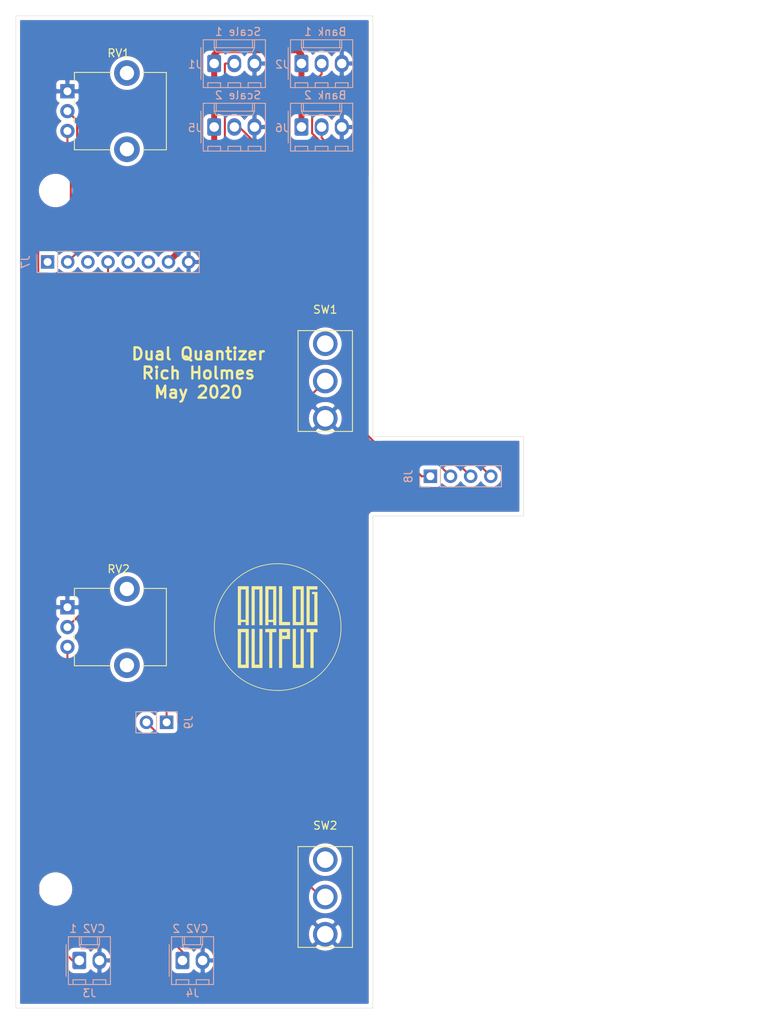
<source format=kicad_pcb>
(kicad_pcb (version 20171130) (host pcbnew 5.1.5-52549c5~84~ubuntu18.04.1)

  (general
    (thickness 1.6)
    (drawings 48)
    (tracks 63)
    (zones 0)
    (modules 16)
    (nets 17)
  )

  (page A4)
  (layers
    (0 F.Cu signal)
    (31 B.Cu signal)
    (32 B.Adhes user)
    (33 F.Adhes user)
    (34 B.Paste user)
    (35 F.Paste user)
    (36 B.SilkS user)
    (37 F.SilkS user)
    (38 B.Mask user)
    (39 F.Mask user)
    (40 Dwgs.User user)
    (41 Cmts.User user)
    (42 Eco1.User user)
    (43 Eco2.User user)
    (44 Edge.Cuts user)
    (45 Margin user)
    (46 B.CrtYd user)
    (47 F.CrtYd user)
    (48 B.Fab user)
    (49 F.Fab user)
  )

  (setup
    (last_trace_width 0.25)
    (user_trace_width 0.75)
    (trace_clearance 0.2)
    (zone_clearance 0.508)
    (zone_45_only no)
    (trace_min 0.2)
    (via_size 0.8)
    (via_drill 0.4)
    (via_min_size 0.4)
    (via_min_drill 0.3)
    (uvia_size 0.3)
    (uvia_drill 0.1)
    (uvias_allowed no)
    (uvia_min_size 0.2)
    (uvia_min_drill 0.1)
    (edge_width 0.05)
    (segment_width 0.2)
    (pcb_text_width 0.3)
    (pcb_text_size 1.5 1.5)
    (mod_edge_width 0.12)
    (mod_text_size 1 1)
    (mod_text_width 0.15)
    (pad_size 1.99898 1.99898)
    (pad_drill 0.8001)
    (pad_to_mask_clearance 0.051)
    (solder_mask_min_width 0.25)
    (aux_axis_origin 0 0)
    (visible_elements FFFFFF7F)
    (pcbplotparams
      (layerselection 0x010fc_ffffffff)
      (usegerberextensions false)
      (usegerberattributes false)
      (usegerberadvancedattributes false)
      (creategerberjobfile false)
      (excludeedgelayer true)
      (linewidth 0.100000)
      (plotframeref false)
      (viasonmask false)
      (mode 1)
      (useauxorigin false)
      (hpglpennumber 1)
      (hpglpenspeed 20)
      (hpglpendiameter 15.000000)
      (psnegative false)
      (psa4output false)
      (plotreference true)
      (plotvalue true)
      (plotinvisibletext false)
      (padsonsilk false)
      (subtractmaskfromsilk false)
      (outputformat 1)
      (mirror false)
      (drillshape 0)
      (scaleselection 1)
      (outputdirectory "Daughterboard_Gerbers/"))
  )

  (net 0 "")
  (net 1 GND)
  (net 2 "Net-(J1-Pad2)")
  (net 3 VCC)
  (net 4 "Net-(J2-Pad2)")
  (net 5 "Net-(J3-Pad1)")
  (net 6 "Net-(J4-Pad1)")
  (net 7 "Net-(J5-Pad2)")
  (net 8 "Net-(J6-Pad2)")
  (net 9 "Net-(J7-Pad6)")
  (net 10 "Net-(J7-Pad5)")
  (net 11 "Net-(J7-Pad4)")
  (net 12 "Net-(J7-Pad3)")
  (net 13 "Net-(J7-Pad2)")
  (net 14 "Net-(J7-Pad1)")
  (net 15 "Net-(J9-Pad2)")
  (net 16 "Net-(J9-Pad1)")

  (net_class Default "This is the default net class."
    (clearance 0.2)
    (trace_width 0.25)
    (via_dia 0.8)
    (via_drill 0.4)
    (uvia_dia 0.3)
    (uvia_drill 0.1)
    (add_net GND)
    (add_net "Net-(J1-Pad2)")
    (add_net "Net-(J2-Pad2)")
    (add_net "Net-(J3-Pad1)")
    (add_net "Net-(J4-Pad1)")
    (add_net "Net-(J5-Pad2)")
    (add_net "Net-(J6-Pad2)")
    (add_net "Net-(J7-Pad1)")
    (add_net "Net-(J7-Pad2)")
    (add_net "Net-(J7-Pad3)")
    (add_net "Net-(J7-Pad4)")
    (add_net "Net-(J7-Pad5)")
    (add_net "Net-(J7-Pad6)")
    (add_net "Net-(J9-Pad1)")
    (add_net "Net-(J9-Pad2)")
    (add_net VCC)
  )

  (module Daughterboard:analogoutput2 (layer F.Cu) (tedit 5EAF5CF5) (tstamp 5ED06766)
    (at 171 105)
    (fp_text reference G*** (at -0.508 -6.35) (layer F.SilkS) hide
      (effects (font (size 1.524 1.524) (thickness 0.3)))
    )
    (fp_text value LOGO (at 0.254 6.35) (layer F.SilkS) hide
      (effects (font (size 1.524 1.524) (thickness 0.3)))
    )
    (fp_poly (pts (xy 0.174991 -8.024265) (xy 0.390629 -8.017226) (xy 0.598909 -8.004663) (xy 0.6096 -8.003849)
      (xy 0.928374 -7.972969) (xy 1.244574 -7.929711) (xy 1.557904 -7.874182) (xy 1.868072 -7.80649)
      (xy 2.174782 -7.726743) (xy 2.477741 -7.63505) (xy 2.776654 -7.53152) (xy 3.071227 -7.416259)
      (xy 3.361166 -7.289378) (xy 3.646177 -7.150983) (xy 3.925965 -7.001184) (xy 4.200237 -6.840088)
      (xy 4.468699 -6.667804) (xy 4.7244 -6.489284) (xy 4.972396 -6.301241) (xy 5.213921 -6.102572)
      (xy 5.448286 -5.893959) (xy 5.674801 -5.676081) (xy 5.892777 -5.44962) (xy 6.101524 -5.215258)
      (xy 6.300355 -4.973674) (xy 6.43386 -4.799839) (xy 6.618876 -4.541213) (xy 6.79323 -4.275854)
      (xy 6.956761 -4.004139) (xy 7.109306 -3.726444) (xy 7.250704 -3.443146) (xy 7.380794 -3.15462)
      (xy 7.499413 -2.861244) (xy 7.606399 -2.563392) (xy 7.701591 -2.261443) (xy 7.784827 -1.955771)
      (xy 7.855945 -1.646754) (xy 7.909055 -1.368425) (xy 7.937042 -1.195765) (xy 7.961037 -1.024832)
      (xy 7.981439 -0.852197) (xy 7.998648 -0.67443) (xy 8.013063 -0.488104) (xy 8.014931 -0.460375)
      (xy 8.017042 -0.420064) (xy 8.018835 -0.368858) (xy 8.020311 -0.308536) (xy 8.021469 -0.240876)
      (xy 8.02231 -0.167659) (xy 8.022833 -0.090662) (xy 8.023039 -0.011666) (xy 8.022926 0.067552)
      (xy 8.022496 0.145212) (xy 8.021748 0.219534) (xy 8.020681 0.288741) (xy 8.019296 0.351053)
      (xy 8.017593 0.404691) (xy 8.015571 0.447876) (xy 8.014991 0.4572) (xy 7.993639 0.725334)
      (xy 7.965676 0.984351) (xy 7.930812 1.236148) (xy 7.888757 1.482622) (xy 7.839221 1.725671)
      (xy 7.787955 1.943241) (xy 7.703741 2.253427) (xy 7.607846 2.558673) (xy 7.500362 2.858811)
      (xy 7.381378 3.153671) (xy 7.250984 3.443085) (xy 7.109271 3.726882) (xy 6.956329 4.004895)
      (xy 6.792247 4.276954) (xy 6.617117 4.542889) (xy 6.431028 4.802532) (xy 6.23407 5.055714)
      (xy 6.026334 5.302265) (xy 5.954446 5.383239) (xy 5.922488 5.418069) (xy 5.882958 5.460027)
      (xy 5.837387 5.507566) (xy 5.78731 5.559144) (xy 5.734262 5.613214) (xy 5.679776 5.668232)
      (xy 5.625386 5.722654) (xy 5.572626 5.774935) (xy 5.523031 5.823529) (xy 5.478134 5.866893)
      (xy 5.439469 5.903481) (xy 5.419725 5.921698) (xy 5.177164 6.134082) (xy 4.927826 6.335786)
      (xy 4.671968 6.526703) (xy 4.409846 6.706729) (xy 4.141717 6.875757) (xy 3.867836 7.033681)
      (xy 3.588462 7.180395) (xy 3.303851 7.315794) (xy 3.014258 7.439772) (xy 2.719941 7.552223)
      (xy 2.421156 7.653041) (xy 2.11816 7.74212) (xy 1.81121 7.819355) (xy 1.500562 7.884638)
      (xy 1.186472 7.937866) (xy 0.869198 7.978931) (xy 0.548996 8.007728) (xy 0.333375 8.020087)
      (xy 0.294019 8.021469) (xy 0.244526 8.022637) (xy 0.187151 8.023583) (xy 0.124151 8.024301)
      (xy 0.057781 8.024782) (xy -0.009705 8.02502) (xy -0.076049 8.025006) (xy -0.138997 8.024734)
      (xy -0.196292 8.024196) (xy -0.245681 8.023385) (xy -0.284906 8.022293) (xy -0.288925 8.022138)
      (xy -0.610722 8.003071) (xy -0.929955 7.97172) (xy -1.246341 7.92819) (xy -1.559596 7.872587)
      (xy -1.869438 7.805016) (xy -2.175584 7.725583) (xy -2.477751 7.634392) (xy -2.775655 7.53155)
      (xy -3.069013 7.417162) (xy -3.357543 7.291333) (xy -3.640962 7.154168) (xy -3.918985 7.005773)
      (xy -4.191331 6.846253) (xy -4.457715 6.675714) (xy -4.717856 6.494261) (xy -4.97147 6.302)
      (xy -5.026025 6.258532) (xy -5.237418 6.082109) (xy -5.446302 5.894938) (xy -5.650677 5.698964)
      (xy -5.848541 5.496129) (xy -6.037893 5.288375) (xy -6.105801 5.210175) (xy -6.303678 4.969527)
      (xy -6.492429 4.720284) (xy -6.671698 4.463034) (xy -6.841129 4.198365) (xy -7.000368 3.926867)
      (xy -7.149059 3.649127) (xy -7.286847 3.365734) (xy -7.413377 3.077277) (xy -7.455038 2.974975)
      (xy -7.566951 2.677599) (xy -7.666713 2.376886) (xy -7.754313 2.073211) (xy -7.829739 1.766952)
      (xy -7.892978 1.458484) (xy -7.94402 1.148185) (xy -7.98285 0.836431) (xy -8.009459 0.523599)
      (xy -8.023833 0.210065) (xy -8.025257 0) (xy -7.940525 0) (xy -7.94042 0.096293)
      (xy -7.940053 0.181638) (xy -7.939342 0.257786) (xy -7.938208 0.326488) (xy -7.936571 0.389495)
      (xy -7.934351 0.448557) (xy -7.931468 0.505424) (xy -7.927841 0.561849) (xy -7.923391 0.619581)
      (xy -7.918037 0.680371) (xy -7.911699 0.745971) (xy -7.904298 0.818131) (xy -7.902188 0.8382)
      (xy -7.862733 1.151784) (xy -7.810918 1.46281) (xy -7.746887 1.770937) (xy -7.670786 2.075827)
      (xy -7.582758 2.377138) (xy -7.482949 2.674531) (xy -7.371503 2.967665) (xy -7.248565 3.256201)
      (xy -7.114278 3.539799) (xy -6.968789 3.818118) (xy -6.812242 4.090819) (xy -6.644781 4.357562)
      (xy -6.46655 4.618007) (xy -6.277696 4.871813) (xy -6.084278 5.111595) (xy -6.0253 5.181174)
      (xy -5.968385 5.246716) (xy -5.911728 5.310173) (xy -5.853524 5.3735) (xy -5.791968 5.438647)
      (xy -5.725256 5.507568) (xy -5.651582 5.582215) (xy -5.620129 5.613744) (xy -5.491722 5.740062)
      (xy -5.367782 5.857562) (xy -5.246037 5.968192) (xy -5.124215 6.073898) (xy -5.000044 6.176628)
      (xy -4.871255 6.27833) (xy -4.735573 6.38095) (xy -4.66296 6.43429) (xy -4.420788 6.603233)
      (xy -4.169703 6.76417) (xy -3.910879 6.916523) (xy -3.645489 7.059718) (xy -3.37471 7.193179)
      (xy -3.099715 7.316331) (xy -2.821679 7.428598) (xy -2.541777 7.529404) (xy -2.261182 7.618175)
      (xy -2.225675 7.628524) (xy -1.996154 7.691549) (xy -1.77012 7.746941) (xy -1.545439 7.795055)
      (xy -1.319972 7.836244) (xy -1.091585 7.870863) (xy -0.858141 7.899267) (xy -0.617502 7.92181)
      (xy -0.367534 7.938847) (xy -0.34925 7.939864) (xy -0.321293 7.940894) (xy -0.282221 7.9416)
      (xy -0.233615 7.942002) (xy -0.177056 7.942121) (xy -0.114126 7.941975) (xy -0.046404 7.941584)
      (xy 0.024528 7.94097) (xy 0.097089 7.94015) (xy 0.169698 7.939146) (xy 0.240776 7.937976)
      (xy 0.30874 7.936661) (xy 0.37201 7.935221) (xy 0.429005 7.933675) (xy 0.478144 7.932043)
      (xy 0.517846 7.930346) (xy 0.5461 7.928635) (xy 0.690558 7.916665) (xy 0.825841 7.90357)
      (xy 0.955455 7.888923) (xy 1.082903 7.8723) (xy 1.211692 7.853277) (xy 1.33985 7.832359)
      (xy 1.64949 7.773295) (xy 1.956131 7.701975) (xy 2.259392 7.618569) (xy 2.558895 7.523249)
      (xy 2.854263 7.416185) (xy 3.145116 7.297547) (xy 3.431077 7.167506) (xy 3.711766 7.026233)
      (xy 3.986806 6.873898) (xy 4.255819 6.710672) (xy 4.518425 6.536725) (xy 4.774247 6.352227)
      (xy 4.981575 6.190866) (xy 5.189717 6.017043) (xy 5.394452 5.833804) (xy 5.593631 5.643227)
      (xy 5.785102 5.447393) (xy 5.966715 5.248381) (xy 6.022169 5.184632) (xy 6.22514 4.938812)
      (xy 6.417637 4.685875) (xy 6.599532 4.426036) (xy 6.770694 4.15951) (xy 6.930991 3.886511)
      (xy 7.080295 3.607255) (xy 7.218473 3.321957) (xy 7.345396 3.030832) (xy 7.376354 2.954666)
      (xy 7.488636 2.657325) (xy 7.588792 2.356408) (xy 7.676748 2.052227) (xy 7.752428 1.745092)
      (xy 7.815756 1.435316) (xy 7.866658 1.12321) (xy 7.905058 0.809086) (xy 7.911817 0.739775)
      (xy 7.917793 0.674465) (xy 7.922893 0.615676) (xy 7.927185 0.561664) (xy 7.930737 0.510687)
      (xy 7.933618 0.461004) (xy 7.935894 0.410873) (xy 7.937634 0.358551) (xy 7.938907 0.302296)
      (xy 7.939779 0.240367) (xy 7.940319 0.171022) (xy 7.940595 0.092518) (xy 7.940674 0.003113)
      (xy 7.940675 0) (xy 7.9406 -0.089789) (xy 7.940332 -0.168621) (xy 7.939801 -0.238237)
      (xy 7.938941 -0.30038) (xy 7.937683 -0.356792) (xy 7.935959 -0.409215) (xy 7.933701 -0.45939)
      (xy 7.930841 -0.50906) (xy 7.927312 -0.559967) (xy 7.923045 -0.613853) (xy 7.917972 -0.672459)
      (xy 7.912026 -0.737529) (xy 7.911817 -0.739775) (xy 7.876271 -1.053413) (xy 7.828284 -1.364952)
      (xy 7.767999 -1.674004) (xy 7.695559 -1.980182) (xy 7.611109 -2.283098) (xy 7.514791 -2.582365)
      (xy 7.406748 -2.877594) (xy 7.287124 -3.168399) (xy 7.156061 -3.454392) (xy 7.013704 -3.735185)
      (xy 6.860196 -4.01039) (xy 6.695679 -4.279621) (xy 6.520297 -4.542489) (xy 6.490694 -4.5847)
      (xy 6.303809 -4.838356) (xy 6.106646 -5.084659) (xy 5.899486 -5.32331) (xy 5.682611 -5.55401)
      (xy 5.456304 -5.776461) (xy 5.220846 -5.990363) (xy 4.976519 -6.195418) (xy 4.953 -6.214313)
      (xy 4.709432 -6.401236) (xy 4.457192 -6.579178) (xy 4.196942 -6.747768) (xy 3.929348 -6.906633)
      (xy 3.655075 -7.055399) (xy 3.374787 -7.193695) (xy 3.089149 -7.321147) (xy 2.798825 -7.437383)
      (xy 2.7178 -7.467498) (xy 2.434472 -7.564976) (xy 2.148299 -7.651262) (xy 1.858533 -7.726514)
      (xy 1.564427 -7.790892) (xy 1.265234 -7.844553) (xy 0.960209 -7.887656) (xy 0.648604 -7.920359)
      (xy 0.53975 -7.929233) (xy 0.48863 -7.932405) (xy 0.426592 -7.935102) (xy 0.355407 -7.937321)
      (xy 0.276847 -7.939065) (xy 0.192685 -7.940333) (xy 0.104691 -7.941124) (xy 0.014639 -7.941439)
      (xy -0.0757 -7.941278) (xy -0.164553 -7.940641) (xy -0.250149 -7.939527) (xy -0.330716 -7.937938)
      (xy -0.40448 -7.935872) (xy -0.469671 -7.93333) (xy -0.524517 -7.930311) (xy -0.53975 -7.929233)
      (xy -0.815546 -7.904402) (xy -1.082838 -7.872158) (xy -1.343686 -7.832142) (xy -1.600144 -7.783998)
      (xy -1.854271 -7.727369) (xy -2.108124 -7.661896) (xy -2.157319 -7.648195) (xy -2.457127 -7.557148)
      (xy -2.753427 -7.454052) (xy -3.045696 -7.339181) (xy -3.333407 -7.212813) (xy -3.616037 -7.075222)
      (xy -3.89306 -6.926683) (xy -4.163952 -6.767473) (xy -4.428188 -6.597866) (xy -4.685244 -6.418139)
      (xy -4.934595 -6.228566) (xy -5.069628 -6.119072) (xy -5.214563 -5.995463) (xy -5.361129 -5.86401)
      (xy -5.50692 -5.727052) (xy -5.64953 -5.586928) (xy -5.786553 -5.445977) (xy -5.915583 -5.306537)
      (xy -5.978569 -5.235575) (xy -6.182443 -4.992761) (xy -6.375992 -4.742756) (xy -6.559065 -4.485904)
      (xy -6.731512 -4.222551) (xy -6.893183 -3.953041) (xy -7.043927 -3.677717) (xy -7.183592 -3.396924)
      (xy -7.31203 -3.111005) (xy -7.429088 -2.820306) (xy -7.534617 -2.52517) (xy -7.628466 -2.225942)
      (xy -7.710485 -1.922965) (xy -7.780522 -1.616585) (xy -7.838428 -1.307144) (xy -7.884051 -0.994988)
      (xy -7.902188 -0.8382) (xy -7.909879 -0.764047) (xy -7.916486 -0.696909) (xy -7.922088 -0.635035)
      (xy -7.926765 -0.576676) (xy -7.930599 -0.52008) (xy -7.933668 -0.463496) (xy -7.936053 -0.405174)
      (xy -7.937834 -0.343362) (xy -7.939091 -0.276311) (xy -7.939904 -0.202269) (xy -7.940353 -0.119485)
      (xy -7.940519 -0.026209) (xy -7.940525 0) (xy -8.025257 0) (xy -8.025961 -0.103794)
      (xy -8.015831 -0.417601) (xy -7.993431 -0.730981) (xy -7.958748 -1.043555) (xy -7.911771 -1.354948)
      (xy -7.852488 -1.664783) (xy -7.780887 -1.972683) (xy -7.696955 -2.278272) (xy -7.629244 -2.49555)
      (xy -7.524074 -2.796513) (xy -7.407255 -3.092537) (xy -7.278952 -3.383337) (xy -7.139335 -3.668624)
      (xy -6.988571 -3.948112) (xy -6.826826 -4.221515) (xy -6.654269 -4.488545) (xy -6.471068 -4.748916)
      (xy -6.277389 -5.002339) (xy -6.073401 -5.24853) (xy -5.921538 -5.419725) (xy -5.891783 -5.451705)
      (xy -5.854406 -5.490884) (xy -5.810971 -5.535693) (xy -5.763046 -5.584567) (xy -5.712197 -5.635939)
      (xy -5.659992 -5.688243) (xy -5.607996 -5.73991) (xy -5.557778 -5.789376) (xy -5.510903 -5.835072)
      (xy -5.468938 -5.875432) (xy -5.433451 -5.90889) (xy -5.419725 -5.921538) (xy -5.178953 -6.132724)
      (xy -4.930816 -6.333679) (xy -4.675604 -6.52424) (xy -4.413605 -6.704247) (xy -4.14511 -6.873536)
      (xy -3.870406 -7.031946) (xy -3.589784 -7.179315) (xy -3.303531 -7.31548) (xy -3.011939 -7.44028)
      (xy -2.715295 -7.553553) (xy -2.413889 -7.655137) (xy -2.2225 -7.712826) (xy -1.913603 -7.795153)
      (xy -1.60189 -7.8651) (xy -1.287412 -7.922655) (xy -0.970225 -7.967809) (xy -0.6858 -7.997549)
      (xy -0.478403 -8.012422) (xy -0.263293 -8.021844) (xy -0.04424 -8.025798) (xy 0.174991 -8.024265)) (layer F.SilkS) (width 0.01))
    (fp_poly (pts (xy -3.6449 5.14985) (xy -4.329642 5.14985) (xy -4.421836 5.149811) (xy -4.510458 5.149699)
      (xy -4.594681 5.149519) (xy -4.67368 5.149275) (xy -4.74663 5.148972) (xy -4.812705 5.148617)
      (xy -4.87108 5.148213) (xy -4.92093 5.147766) (xy -4.961428 5.147281) (xy -4.99175 5.146764)
      (xy -5.011071 5.146218) (xy -5.018563 5.145649) (xy -5.018617 5.145616) (xy -5.018921 5.139033)
      (xy -5.019218 5.120182) (xy -5.01951 5.089499) (xy -5.019794 5.047417) (xy -5.02007 4.994368)
      (xy -5.020338 4.930787) (xy -5.020597 4.857108) (xy -5.020845 4.773763) (xy -5.021082 4.681186)
      (xy -5.021308 4.579811) (xy -5.021522 4.47007) (xy -5.021722 4.352399) (xy -5.021909 4.22723)
      (xy -5.022081 4.094997) (xy -5.022238 3.956133) (xy -5.022378 3.811072) (xy -5.022502 3.660247)
      (xy -5.022608 3.504092) (xy -5.022696 3.34304) (xy -5.022765 3.177526) (xy -5.022814 3.007981)
      (xy -5.022843 2.834841) (xy -5.02285 2.688166) (xy -5.02285 0.64135) (xy -4.62915 0.64135)
      (xy -4.62915 4.7371) (xy -4.03225 4.7371) (xy -4.03225 0.64135) (xy -4.62915 0.64135)
      (xy -5.02285 0.64135) (xy -5.02285 0.23495) (xy -3.6449 0.23495) (xy -3.6449 5.14985)) (layer F.SilkS) (width 0.01))
    (fp_poly (pts (xy -2.8956 4.7371) (xy -2.2987 4.7371) (xy -2.2987 0.23495) (xy -1.91135 0.23495)
      (xy -1.91135 5.147095) (xy -2.597627 5.147095) (xy -2.689853 5.147064) (xy -2.778459 5.146975)
      (xy -2.862623 5.146831) (xy -2.941527 5.146637) (xy -3.014351 5.146396) (xy -3.080275 5.146112)
      (xy -3.13848 5.14579) (xy -3.188145 5.145434) (xy -3.228453 5.145047) (xy -3.258581 5.144634)
      (xy -3.277712 5.144199) (xy -3.285026 5.143745) (xy -3.285075 5.14371) (xy -3.285154 5.137187)
      (xy -3.28522 5.118398) (xy -3.285275 5.087776) (xy -3.285318 5.045754) (xy -3.285349 4.992765)
      (xy -3.285369 4.929243) (xy -3.285377 4.855622) (xy -3.285375 4.772333) (xy -3.285361 4.679812)
      (xy -3.285337 4.578492) (xy -3.285302 4.468804) (xy -3.285256 4.351184) (xy -3.285201 4.226065)
      (xy -3.285135 4.093879) (xy -3.285059 3.95506) (xy -3.284974 3.810042) (xy -3.284879 3.659258)
      (xy -3.284774 3.503141) (xy -3.28466 3.342124) (xy -3.284537 3.176642) (xy -3.284405 3.007127)
      (xy -3.284265 2.834012) (xy -3.284141 2.687637) (xy -3.282035 0.23495) (xy -2.8956 0.23495)
      (xy -2.8956 4.7371)) (layer F.SilkS) (width 0.01))
    (fp_poly (pts (xy 2.2987 4.7371) (xy 2.8956 4.7371) (xy 2.8956 0.23495) (xy 3.28295 0.23495)
      (xy 3.28449 2.486025) (xy 3.284606 2.656617) (xy 3.28472 2.825) (xy 3.284833 2.990666)
      (xy 3.284942 3.153107) (xy 3.285048 3.311814) (xy 3.285151 3.466281) (xy 3.285251 3.616)
      (xy 3.285346 3.760461) (xy 3.285437 3.899158) (xy 3.285524 4.031582) (xy 3.285605 4.157225)
      (xy 3.285681 4.275581) (xy 3.285752 4.386139) (xy 3.285816 4.488394) (xy 3.285874 4.581836)
      (xy 3.285926 4.665958) (xy 3.28597 4.740251) (xy 3.286008 4.804209) (xy 3.286038 4.857323)
      (xy 3.286059 4.899085) (xy 3.286073 4.928987) (xy 3.286077 4.941887) (xy 3.286125 5.146675)
      (xy 2.598737 5.146901) (xy 1.91135 5.147127) (xy 1.91135 0.23495) (xy 2.2987 0.23495)
      (xy 2.2987 4.7371)) (layer F.SilkS) (width 0.01))
    (fp_poly (pts (xy -0.1778 0.64135) (xy -0.6731 0.64135) (xy -0.6731 5.1435) (xy -1.06045 5.1435)
      (xy -1.06045 0.64135) (xy -1.55575 0.64135) (xy -1.55575 0.23495) (xy -0.1778 0.23495)
      (xy -0.1778 0.64135)) (layer F.SilkS) (width 0.01))
    (fp_poly (pts (xy 1.55575 1.498522) (xy 1.062037 1.500148) (xy 0.568325 1.501775) (xy 0.566726 3.322637)
      (xy 0.565128 5.1435) (xy 0.1778 5.1435) (xy 0.1778 0.959181) (xy 0.566227 0.959181)
      (xy 0.566297 1.001195) (xy 0.566542 1.036245) (xy 0.566952 1.0628) (xy 0.567519 1.07933)
      (xy 0.568039 1.08422) (xy 0.571377 1.086165) (xy 0.580368 1.087789) (xy 0.595905 1.089117)
      (xy 0.618886 1.090172) (xy 0.650204 1.090979) (xy 0.690756 1.091561) (xy 0.741437 1.091942)
      (xy 0.803141 1.092147) (xy 0.866575 1.0922) (xy 1.16205 1.0922) (xy 1.16205 0.641224)
      (xy 0.865187 0.642874) (xy 0.568325 0.644525) (xy 0.566651 0.860382) (xy 0.566342 0.911733)
      (xy 0.566227 0.959181) (xy 0.1778 0.959181) (xy 0.1778 0.23495) (xy 1.55575 0.23495)
      (xy 1.55575 1.498522)) (layer F.SilkS) (width 0.01))
    (fp_poly (pts (xy 5.0165 0.64135) (xy 4.52755 0.64135) (xy 4.52755 5.1435) (xy 4.13385 5.1435)
      (xy 4.13385 0.64135) (xy 3.6449 0.64135) (xy 3.6449 0.23495) (xy 5.0165 0.23495)
      (xy 5.0165 0.64135)) (layer F.SilkS) (width 0.01))
    (fp_poly (pts (xy -3.6449 -0.23495) (xy -4.03225 -0.23495) (xy -4.03225 -0.64135) (xy -4.62915 -0.64135)
      (xy -4.62915 -0.23495) (xy -5.0165 -0.23495) (xy -5.016628 -0.436563) (xy -5.01664 -0.458178)
      (xy -5.016654 -0.491986) (xy -5.016671 -0.53748) (xy -5.016691 -0.594155) (xy -5.016714 -0.661504)
      (xy -5.016738 -0.73902) (xy -5.016766 -0.826196) (xy -5.016795 -0.922526) (xy -5.016826 -1.027503)
      (xy -5.016859 -1.140621) (xy -5.016894 -1.261373) (xy -5.01693 -1.389252) (xy -5.016968 -1.523753)
      (xy -5.017007 -1.664368) (xy -5.017047 -1.81059) (xy -5.017088 -1.961914) (xy -5.01713 -2.117832)
      (xy -5.017173 -2.277838) (xy -5.017216 -2.441425) (xy -5.01726 -2.608087) (xy -5.017304 -2.777318)
      (xy -5.017333 -2.892425) (xy -5.017805 -4.7371) (xy -4.62915 -4.7371) (xy -4.62915 -0.914275)
      (xy -4.332288 -0.915925) (xy -4.035425 -0.917575) (xy -4.033828 -2.827338) (xy -4.03223 -4.7371)
      (xy -4.62915 -4.7371) (xy -5.017805 -4.7371) (xy -5.01791 -5.146675) (xy -4.331405 -5.146902)
      (xy -3.6449 -5.147128) (xy -3.6449 -0.23495)) (layer F.SilkS) (width 0.01))
    (fp_poly (pts (xy -1.91135 -0.23495) (xy -2.2987 -0.23495) (xy -2.2987 -4.7371) (xy -2.8956 -4.7371)
      (xy -2.8956 -0.23495) (xy -3.28295 -0.23495) (xy -3.284491 -2.486025) (xy -3.284607 -2.656618)
      (xy -3.284721 -2.825001) (xy -3.284834 -2.990667) (xy -3.284943 -3.153108) (xy -3.285049 -3.311815)
      (xy -3.285152 -3.466282) (xy -3.285252 -3.616001) (xy -3.285347 -3.760462) (xy -3.285438 -3.899159)
      (xy -3.285525 -4.031583) (xy -3.285606 -4.157226) (xy -3.285682 -4.275582) (xy -3.285753 -4.38614)
      (xy -3.285817 -4.488395) (xy -3.285875 -4.581837) (xy -3.285927 -4.665959) (xy -3.285971 -4.740252)
      (xy -3.286009 -4.80421) (xy -3.286039 -4.857324) (xy -3.28606 -4.899086) (xy -3.286074 -4.928988)
      (xy -3.286078 -4.941888) (xy -3.286125 -5.146675) (xy -2.598738 -5.146902) (xy -1.91135 -5.147128)
      (xy -1.91135 -0.23495)) (layer F.SilkS) (width 0.01))
    (fp_poly (pts (xy -0.17938 -2.690813) (xy -0.177784 -0.23495) (xy -0.56515 -0.23495) (xy -0.56515 -0.64135)
      (xy -1.16205 -0.64135) (xy -1.16205 -0.23495) (xy -1.555767 -0.23495) (xy -1.554171 -2.690813)
      (xy -1.552842 -4.7371) (xy -1.16205 -4.7371) (xy -1.16205 -0.914275) (xy -0.865188 -0.915925)
      (xy -0.568325 -0.917575) (xy -0.566728 -2.827338) (xy -0.56513 -4.7371) (xy -1.16205 -4.7371)
      (xy -1.552842 -4.7371) (xy -1.552575 -5.146675) (xy -0.180975 -5.146675) (xy -0.17938 -2.690813)) (layer F.SilkS) (width 0.01))
    (fp_poly (pts (xy 0.566728 -2.894013) (xy 0.568325 -0.644525) (xy 1.062037 -0.642899) (xy 1.55575 -0.641273)
      (xy 1.55575 -0.23495) (xy 0.1778 -0.23495) (xy 0.1778 -5.1435) (xy 0.565132 -5.1435)
      (xy 0.566728 -2.894013)) (layer F.SilkS) (width 0.01))
    (fp_poly (pts (xy 2.598737 -5.148291) (xy 3.286125 -5.146675) (xy 3.28772 -2.690813) (xy 3.289316 -0.23495)
      (xy 1.91135 -0.23495) (xy 1.91135 -4.7371) (xy 2.30505 -4.7371) (xy 2.30505 -0.64135)
      (xy 2.8956 -0.64135) (xy 2.8956 -4.7371) (xy 2.30505 -4.7371) (xy 1.91135 -4.7371)
      (xy 1.91135 -5.149907) (xy 2.598737 -5.148291)) (layer F.SilkS) (width 0.01))
    (fp_poly (pts (xy 3.935412 -5.147719) (xy 3.99852 -5.146912) (xy 4.071885 -5.146156) (xy 4.153065 -5.145465)
      (xy 4.239617 -5.144855) (xy 4.329098 -5.144341) (xy 4.419066 -5.143937) (xy 4.507078 -5.143658)
      (xy 4.59069 -5.14352) (xy 4.621212 -5.143508) (xy 5.0165 -5.1435) (xy 5.0165 -4.7371)
      (xy 4.03225 -4.7371) (xy 4.03225 -0.64135) (xy 4.62915 -0.64135) (xy 4.62915 -4.152662)
      (xy 4.484687 -4.154369) (xy 4.340225 -4.156075) (xy 4.338513 -4.294243) (xy 4.336802 -4.432411)
      (xy 4.676903 -4.430768) (xy 5.017005 -4.429125) (xy 5.01834 -2.332038) (xy 5.019675 -0.23495)
      (xy 3.6449 -0.23495) (xy 3.6449 -5.151922) (xy 3.935412 -5.147719)) (layer F.SilkS) (width 0.01))
  )

  (module Daughterboard:SPDT-toggle-switch-1M-series (layer F.Cu) (tedit 5EB46487) (tstamp 5ED04341)
    (at 177 139)
    (path /5ECF993C)
    (fp_text reference SW2 (at 0 -9) (layer F.SilkS)
      (effects (font (size 1 1) (thickness 0.15)))
    )
    (fp_text value "SW_SPST Quantize_2" (at 0 9.4) (layer F.Fab)
      (effects (font (size 1 1) (thickness 0.15)))
    )
    (fp_line (start 3.43 -6.35) (end 3.43 6.35) (layer F.SilkS) (width 0.12))
    (fp_line (start 3.43 6.35) (end -3.43 6.35) (layer F.SilkS) (width 0.12))
    (fp_line (start -3.43 6.34) (end -3.43 -6.35) (layer F.SilkS) (width 0.12))
    (fp_line (start -3.43 -6.35) (end 3.42 -6.35) (layer F.SilkS) (width 0.12))
    (fp_line (start 3.42 -6.35) (end 3.42 -6.34) (layer F.SilkS) (width 0.12))
    (fp_line (start -3.7 -6.6) (end 3.7 -6.6) (layer F.CrtYd) (width 0.12))
    (fp_line (start 3.7 -6.6) (end 3.7 6.6) (layer F.CrtYd) (width 0.12))
    (fp_line (start 3.7 6.6) (end -3.7 6.6) (layer F.CrtYd) (width 0.12))
    (fp_line (start -3.7 6.6) (end -3.7 -6.6) (layer F.CrtYd) (width 0.12))
    (fp_text user %R (at 0 -2.2) (layer F.Fab)
      (effects (font (size 1 1) (thickness 0.15)))
    )
    (pad 2 thru_hole circle (at 0 0) (size 3.1 3.1) (drill 2.1) (layers *.Cu *.Mask)
      (net 15 "Net-(J9-Pad2)"))
    (pad 3 thru_hole circle (at 0 -4.7) (size 3.1 3.1) (drill 2.1) (layers *.Cu *.Mask))
    (pad 1 thru_hole circle (at 0 4.7) (size 3.1 3.1) (drill 2.1) (layers *.Cu *.Mask)
      (net 1 GND))
  )

  (module Daughterboard:SPDT-toggle-switch-1M-series (layer F.Cu) (tedit 5EB46487) (tstamp 5ED04371)
    (at 177 74)
    (path /5ECF2ACF)
    (fp_text reference SW1 (at 0 -9) (layer F.SilkS)
      (effects (font (size 1 1) (thickness 0.15)))
    )
    (fp_text value "SW_SPST Quantize_1" (at 0 9.4) (layer F.Fab)
      (effects (font (size 1 1) (thickness 0.15)))
    )
    (fp_text user %R (at 0 -2.2) (layer F.Fab)
      (effects (font (size 1 1) (thickness 0.15)))
    )
    (fp_line (start -3.7 6.6) (end -3.7 -6.6) (layer F.CrtYd) (width 0.12))
    (fp_line (start 3.7 6.6) (end -3.7 6.6) (layer F.CrtYd) (width 0.12))
    (fp_line (start 3.7 -6.6) (end 3.7 6.6) (layer F.CrtYd) (width 0.12))
    (fp_line (start -3.7 -6.6) (end 3.7 -6.6) (layer F.CrtYd) (width 0.12))
    (fp_line (start 3.42 -6.35) (end 3.42 -6.34) (layer F.SilkS) (width 0.12))
    (fp_line (start -3.43 -6.35) (end 3.42 -6.35) (layer F.SilkS) (width 0.12))
    (fp_line (start -3.43 6.34) (end -3.43 -6.35) (layer F.SilkS) (width 0.12))
    (fp_line (start 3.43 6.35) (end -3.43 6.35) (layer F.SilkS) (width 0.12))
    (fp_line (start 3.43 -6.35) (end 3.43 6.35) (layer F.SilkS) (width 0.12))
    (pad 1 thru_hole circle (at 0 4.7) (size 3.1 3.1) (drill 2.1) (layers *.Cu *.Mask)
      (net 1 GND))
    (pad 3 thru_hole circle (at 0 -4.7) (size 3.1 3.1) (drill 2.1) (layers *.Cu *.Mask))
    (pad 2 thru_hole circle (at 0 0) (size 3.1 3.1) (drill 2.1) (layers *.Cu *.Mask)
      (net 16 "Net-(J9-Pad1)"))
  )

  (module Potentiometer_THT:Potentiometer_Alpha_RD901F-40-00D_Single_Vertical_CircularHoles (layer F.Cu) (tedit 5C6C6C48) (tstamp 5ED043AC)
    (at 144.5 102.5)
    (descr "Potentiometer, vertical, 9mm, single, http://www.taiwanalpha.com.tw/downloads?target=products&id=113")
    (tags "potentiometer vertical 9mm single")
    (path /5ECF268F)
    (fp_text reference RV2 (at 6.45 -4.8 180) (layer F.SilkS)
      (effects (font (size 1 1) (thickness 0.15)))
    )
    (fp_text value 10k (at 0 10.11 180) (layer F.Fab)
      (effects (font (size 1 1) (thickness 0.15)))
    )
    (fp_line (start 0.88 4.16) (end 0.88 3.33) (layer F.SilkS) (width 0.12))
    (fp_line (start 0.88 1.71) (end 0.88 1.18) (layer F.SilkS) (width 0.12))
    (fp_line (start 0.88 -1.19) (end 0.88 -2.37) (layer F.SilkS) (width 0.12))
    (fp_line (start 0.88 7.37) (end 5.6 7.37) (layer F.SilkS) (width 0.12))
    (fp_line (start 9.41 -2.37) (end 12.47 -2.37) (layer F.SilkS) (width 0.12))
    (fp_line (start 1 7.25) (end 12.35 7.25) (layer F.Fab) (width 0.1))
    (fp_line (start 1 -2.25) (end 12.35 -2.25) (layer F.Fab) (width 0.1))
    (fp_line (start 12.35 7.25) (end 12.35 -2.25) (layer F.Fab) (width 0.1))
    (fp_line (start 1 7.25) (end 1 -2.25) (layer F.Fab) (width 0.1))
    (fp_circle (center 7.5 2.5) (end 7.5 -1) (layer F.Fab) (width 0.1))
    (fp_line (start 0.88 -2.38) (end 5.6 -2.38) (layer F.SilkS) (width 0.12))
    (fp_line (start 9.41 7.37) (end 12.47 7.37) (layer F.SilkS) (width 0.12))
    (fp_line (start 0.88 7.37) (end 0.88 5.88) (layer F.SilkS) (width 0.12))
    (fp_line (start 12.47 7.37) (end 12.47 -2.37) (layer F.SilkS) (width 0.12))
    (fp_line (start 12.6 9.17) (end 12.6 -4.17) (layer F.CrtYd) (width 0.05))
    (fp_line (start 12.6 -4.17) (end -1.15 -4.17) (layer F.CrtYd) (width 0.05))
    (fp_line (start -1.15 -4.17) (end -1.15 9.17) (layer F.CrtYd) (width 0.05))
    (fp_line (start -1.15 9.17) (end 12.6 9.17) (layer F.CrtYd) (width 0.05))
    (fp_text user %R (at 7.62 2.54) (layer F.Fab)
      (effects (font (size 1 1) (thickness 0.15)))
    )
    (pad "" thru_hole circle (at 7.5 -2.3 90) (size 3.24 3.24) (drill 1.8) (layers *.Cu *.Mask))
    (pad "" thru_hole circle (at 7.5 7.3 90) (size 3.24 3.24) (drill 1.8) (layers *.Cu *.Mask))
    (pad 3 thru_hole circle (at 0 5 90) (size 1.8 1.8) (drill 1) (layers *.Cu *.Mask)
      (net 6 "Net-(J4-Pad1)"))
    (pad 2 thru_hole circle (at 0 2.5 90) (size 1.8 1.8) (drill 1) (layers *.Cu *.Mask)
      (net 11 "Net-(J7-Pad4)"))
    (pad 1 thru_hole rect (at 0 0 90) (size 1.8 1.8) (drill 1) (layers *.Cu *.Mask)
      (net 1 GND))
    (model ${KISYS3DMOD}/Potentiometer_THT.3dshapes/Potentiometer_Alpha_RD901F-40-00D_Single_Vertical.wrl
      (at (xyz 0 0 0))
      (scale (xyz 1 1 1))
      (rotate (xyz 0 0 0))
    )
  )

  (module Potentiometer_THT:Potentiometer_Alpha_RD901F-40-00D_Single_Vertical_CircularHoles (layer F.Cu) (tedit 5C6C6C48) (tstamp 5ED043FD)
    (at 144.5 37.5)
    (descr "Potentiometer, vertical, 9mm, single, http://www.taiwanalpha.com.tw/downloads?target=products&id=113")
    (tags "potentiometer vertical 9mm single")
    (path /5ECF9932)
    (fp_text reference RV1 (at 6.45 -4.8 180) (layer F.SilkS)
      (effects (font (size 1 1) (thickness 0.15)))
    )
    (fp_text value 10k (at 0 10.11 180) (layer F.Fab)
      (effects (font (size 1 1) (thickness 0.15)))
    )
    (fp_line (start 0.88 4.16) (end 0.88 3.33) (layer F.SilkS) (width 0.12))
    (fp_line (start 0.88 1.71) (end 0.88 1.18) (layer F.SilkS) (width 0.12))
    (fp_line (start 0.88 -1.19) (end 0.88 -2.37) (layer F.SilkS) (width 0.12))
    (fp_line (start 0.88 7.37) (end 5.6 7.37) (layer F.SilkS) (width 0.12))
    (fp_line (start 9.41 -2.37) (end 12.47 -2.37) (layer F.SilkS) (width 0.12))
    (fp_line (start 1 7.25) (end 12.35 7.25) (layer F.Fab) (width 0.1))
    (fp_line (start 1 -2.25) (end 12.35 -2.25) (layer F.Fab) (width 0.1))
    (fp_line (start 12.35 7.25) (end 12.35 -2.25) (layer F.Fab) (width 0.1))
    (fp_line (start 1 7.25) (end 1 -2.25) (layer F.Fab) (width 0.1))
    (fp_circle (center 7.5 2.5) (end 7.5 -1) (layer F.Fab) (width 0.1))
    (fp_line (start 0.88 -2.38) (end 5.6 -2.38) (layer F.SilkS) (width 0.12))
    (fp_line (start 9.41 7.37) (end 12.47 7.37) (layer F.SilkS) (width 0.12))
    (fp_line (start 0.88 7.37) (end 0.88 5.88) (layer F.SilkS) (width 0.12))
    (fp_line (start 12.47 7.37) (end 12.47 -2.37) (layer F.SilkS) (width 0.12))
    (fp_line (start 12.6 9.17) (end 12.6 -4.17) (layer F.CrtYd) (width 0.05))
    (fp_line (start 12.6 -4.17) (end -1.15 -4.17) (layer F.CrtYd) (width 0.05))
    (fp_line (start -1.15 -4.17) (end -1.15 9.17) (layer F.CrtYd) (width 0.05))
    (fp_line (start -1.15 9.17) (end 12.6 9.17) (layer F.CrtYd) (width 0.05))
    (fp_text user %R (at 7.62 2.54) (layer F.Fab)
      (effects (font (size 1 1) (thickness 0.15)))
    )
    (pad "" thru_hole circle (at 7.5 -2.3 90) (size 3.24 3.24) (drill 1.8) (layers *.Cu *.Mask))
    (pad "" thru_hole circle (at 7.5 7.3 90) (size 3.24 3.24) (drill 1.8) (layers *.Cu *.Mask))
    (pad 3 thru_hole circle (at 0 5 90) (size 1.8 1.8) (drill 1) (layers *.Cu *.Mask)
      (net 5 "Net-(J3-Pad1)"))
    (pad 2 thru_hole circle (at 0 2.5 90) (size 1.8 1.8) (drill 1) (layers *.Cu *.Mask)
      (net 13 "Net-(J7-Pad2)"))
    (pad 1 thru_hole rect (at 0 0 90) (size 1.8 1.8) (drill 1) (layers *.Cu *.Mask)
      (net 1 GND))
    (model ${KISYS3DMOD}/Potentiometer_THT.3dshapes/Potentiometer_Alpha_RD901F-40-00D_Single_Vertical.wrl
      (at (xyz 0 0 0))
      (scale (xyz 1 1 1))
      (rotate (xyz 0 0 0))
    )
  )

  (module Connector_PinSocket_2.54mm:PinSocket_1x02_P2.54mm_Vertical locked (layer B.Cu) (tedit 5A19A420) (tstamp 5ED0448D)
    (at 157 117 90)
    (descr "Through hole straight socket strip, 1x02, 2.54mm pitch, single row (from Kicad 4.0.7), script generated")
    (tags "Through hole socket strip THT 1x02 2.54mm single row")
    (path /5ECFDEA5)
    (fp_text reference J9 (at 0 2.77 270) (layer B.SilkS)
      (effects (font (size 1 1) (thickness 0.15)) (justify mirror))
    )
    (fp_text value Conn_01x02 (at 0 -5.31 270) (layer B.Fab)
      (effects (font (size 1 1) (thickness 0.15)) (justify mirror))
    )
    (fp_text user %R (at 0 -1.27) (layer B.Fab)
      (effects (font (size 1 1) (thickness 0.15)) (justify mirror))
    )
    (fp_line (start -1.8 -4.3) (end -1.8 1.8) (layer B.CrtYd) (width 0.05))
    (fp_line (start 1.75 -4.3) (end -1.8 -4.3) (layer B.CrtYd) (width 0.05))
    (fp_line (start 1.75 1.8) (end 1.75 -4.3) (layer B.CrtYd) (width 0.05))
    (fp_line (start -1.8 1.8) (end 1.75 1.8) (layer B.CrtYd) (width 0.05))
    (fp_line (start 0 1.33) (end 1.33 1.33) (layer B.SilkS) (width 0.12))
    (fp_line (start 1.33 1.33) (end 1.33 0) (layer B.SilkS) (width 0.12))
    (fp_line (start 1.33 -1.27) (end 1.33 -3.87) (layer B.SilkS) (width 0.12))
    (fp_line (start -1.33 -3.87) (end 1.33 -3.87) (layer B.SilkS) (width 0.12))
    (fp_line (start -1.33 -1.27) (end -1.33 -3.87) (layer B.SilkS) (width 0.12))
    (fp_line (start -1.33 -1.27) (end 1.33 -1.27) (layer B.SilkS) (width 0.12))
    (fp_line (start -1.27 -3.81) (end -1.27 1.27) (layer B.Fab) (width 0.1))
    (fp_line (start 1.27 -3.81) (end -1.27 -3.81) (layer B.Fab) (width 0.1))
    (fp_line (start 1.27 0.635) (end 1.27 -3.81) (layer B.Fab) (width 0.1))
    (fp_line (start 0.635 1.27) (end 1.27 0.635) (layer B.Fab) (width 0.1))
    (fp_line (start -1.27 1.27) (end 0.635 1.27) (layer B.Fab) (width 0.1))
    (pad 2 thru_hole oval (at 0 -2.54 90) (size 1.7 1.7) (drill 1) (layers *.Cu *.Mask)
      (net 15 "Net-(J9-Pad2)"))
    (pad 1 thru_hole rect (at 0 0 90) (size 1.7 1.7) (drill 1) (layers *.Cu *.Mask)
      (net 16 "Net-(J9-Pad1)"))
    (model ${KISYS3DMOD}/Connector_PinSocket_2.54mm.3dshapes/PinSocket_1x02_P2.54mm_Vertical.wrl
      (at (xyz 0 0 0))
      (scale (xyz 1 1 1))
      (rotate (xyz 0 0 0))
    )
  )

  (module Connector_PinSocket_2.54mm:PinSocket_1x04_P2.54mm_Vertical locked (layer B.Cu) (tedit 5A19A429) (tstamp 5ED0444A)
    (at 190.25 86 270)
    (descr "Through hole straight socket strip, 1x04, 2.54mm pitch, single row (from Kicad 4.0.7), script generated")
    (tags "Through hole socket strip THT 1x04 2.54mm single row")
    (path /5ECFFD2A)
    (fp_text reference J8 (at 0 2.77 270) (layer B.SilkS)
      (effects (font (size 1 1) (thickness 0.15)) (justify mirror))
    )
    (fp_text value Conn_01x04 (at 0 -10.39 270) (layer B.Fab)
      (effects (font (size 1 1) (thickness 0.15)) (justify mirror))
    )
    (fp_text user %R (at 0 -3.81) (layer B.Fab)
      (effects (font (size 1 1) (thickness 0.15)) (justify mirror))
    )
    (fp_line (start -1.8 -9.4) (end -1.8 1.8) (layer B.CrtYd) (width 0.05))
    (fp_line (start 1.75 -9.4) (end -1.8 -9.4) (layer B.CrtYd) (width 0.05))
    (fp_line (start 1.75 1.8) (end 1.75 -9.4) (layer B.CrtYd) (width 0.05))
    (fp_line (start -1.8 1.8) (end 1.75 1.8) (layer B.CrtYd) (width 0.05))
    (fp_line (start 0 1.33) (end 1.33 1.33) (layer B.SilkS) (width 0.12))
    (fp_line (start 1.33 1.33) (end 1.33 0) (layer B.SilkS) (width 0.12))
    (fp_line (start 1.33 -1.27) (end 1.33 -8.95) (layer B.SilkS) (width 0.12))
    (fp_line (start -1.33 -8.95) (end 1.33 -8.95) (layer B.SilkS) (width 0.12))
    (fp_line (start -1.33 -1.27) (end -1.33 -8.95) (layer B.SilkS) (width 0.12))
    (fp_line (start -1.33 -1.27) (end 1.33 -1.27) (layer B.SilkS) (width 0.12))
    (fp_line (start -1.27 -8.89) (end -1.27 1.27) (layer B.Fab) (width 0.1))
    (fp_line (start 1.27 -8.89) (end -1.27 -8.89) (layer B.Fab) (width 0.1))
    (fp_line (start 1.27 0.635) (end 1.27 -8.89) (layer B.Fab) (width 0.1))
    (fp_line (start 0.635 1.27) (end 1.27 0.635) (layer B.Fab) (width 0.1))
    (fp_line (start -1.27 1.27) (end 0.635 1.27) (layer B.Fab) (width 0.1))
    (pad 4 thru_hole oval (at 0 -7.62 270) (size 1.7 1.7) (drill 1) (layers *.Cu *.Mask)
      (net 8 "Net-(J6-Pad2)"))
    (pad 3 thru_hole oval (at 0 -5.08 270) (size 1.7 1.7) (drill 1) (layers *.Cu *.Mask)
      (net 4 "Net-(J2-Pad2)"))
    (pad 2 thru_hole oval (at 0 -2.54 270) (size 1.7 1.7) (drill 1) (layers *.Cu *.Mask)
      (net 7 "Net-(J5-Pad2)"))
    (pad 1 thru_hole rect (at 0 0 270) (size 1.7 1.7) (drill 1) (layers *.Cu *.Mask)
      (net 2 "Net-(J1-Pad2)"))
    (model ${KISYS3DMOD}/Connector_PinSocket_2.54mm.3dshapes/PinSocket_1x04_P2.54mm_Vertical.wrl
      (at (xyz 0 0 0))
      (scale (xyz 1 1 1))
      (rotate (xyz 0 0 0))
    )
  )

  (module Connector_PinSocket_2.54mm:PinSocket_1x08_P2.54mm_Vertical locked (layer B.Cu) (tedit 5A19A420) (tstamp 5ED047E9)
    (at 142 59 270)
    (descr "Through hole straight socket strip, 1x08, 2.54mm pitch, single row (from Kicad 4.0.7), script generated")
    (tags "Through hole socket strip THT 1x08 2.54mm single row")
    (path /5ECFE5F0)
    (fp_text reference J7 (at 0 2.77 270) (layer B.SilkS)
      (effects (font (size 1 1) (thickness 0.15)) (justify mirror))
    )
    (fp_text value Conn_01x08 (at 0 -20.55 270) (layer B.Fab)
      (effects (font (size 1 1) (thickness 0.15)) (justify mirror))
    )
    (fp_text user %R (at 0 -8.89) (layer B.Fab)
      (effects (font (size 1 1) (thickness 0.15)) (justify mirror))
    )
    (fp_line (start -1.8 -19.55) (end -1.8 1.8) (layer B.CrtYd) (width 0.05))
    (fp_line (start 1.75 -19.55) (end -1.8 -19.55) (layer B.CrtYd) (width 0.05))
    (fp_line (start 1.75 1.8) (end 1.75 -19.55) (layer B.CrtYd) (width 0.05))
    (fp_line (start -1.8 1.8) (end 1.75 1.8) (layer B.CrtYd) (width 0.05))
    (fp_line (start 0 1.33) (end 1.33 1.33) (layer B.SilkS) (width 0.12))
    (fp_line (start 1.33 1.33) (end 1.33 0) (layer B.SilkS) (width 0.12))
    (fp_line (start 1.33 -1.27) (end 1.33 -19.11) (layer B.SilkS) (width 0.12))
    (fp_line (start -1.33 -19.11) (end 1.33 -19.11) (layer B.SilkS) (width 0.12))
    (fp_line (start -1.33 -1.27) (end -1.33 -19.11) (layer B.SilkS) (width 0.12))
    (fp_line (start -1.33 -1.27) (end 1.33 -1.27) (layer B.SilkS) (width 0.12))
    (fp_line (start -1.27 -19.05) (end -1.27 1.27) (layer B.Fab) (width 0.1))
    (fp_line (start 1.27 -19.05) (end -1.27 -19.05) (layer B.Fab) (width 0.1))
    (fp_line (start 1.27 0.635) (end 1.27 -19.05) (layer B.Fab) (width 0.1))
    (fp_line (start 0.635 1.27) (end 1.27 0.635) (layer B.Fab) (width 0.1))
    (fp_line (start -1.27 1.27) (end 0.635 1.27) (layer B.Fab) (width 0.1))
    (pad 8 thru_hole oval (at 0 -17.78 270) (size 1.7 1.7) (drill 1) (layers *.Cu *.Mask)
      (net 1 GND))
    (pad 7 thru_hole oval (at 0 -15.24 270) (size 1.7 1.7) (drill 1) (layers *.Cu *.Mask)
      (net 3 VCC))
    (pad 6 thru_hole oval (at 0 -12.7 270) (size 1.7 1.7) (drill 1) (layers *.Cu *.Mask)
      (net 9 "Net-(J7-Pad6)"))
    (pad 5 thru_hole oval (at 0 -10.16 270) (size 1.7 1.7) (drill 1) (layers *.Cu *.Mask)
      (net 10 "Net-(J7-Pad5)"))
    (pad 4 thru_hole oval (at 0 -7.62 270) (size 1.7 1.7) (drill 1) (layers *.Cu *.Mask)
      (net 11 "Net-(J7-Pad4)"))
    (pad 3 thru_hole oval (at 0 -5.08 270) (size 1.7 1.7) (drill 1) (layers *.Cu *.Mask)
      (net 12 "Net-(J7-Pad3)"))
    (pad 2 thru_hole oval (at 0 -2.54 270) (size 1.7 1.7) (drill 1) (layers *.Cu *.Mask)
      (net 13 "Net-(J7-Pad2)"))
    (pad 1 thru_hole rect (at 0 0 270) (size 1.7 1.7) (drill 1) (layers *.Cu *.Mask)
      (net 14 "Net-(J7-Pad1)"))
    (model ${KISYS3DMOD}/Connector_PinSocket_2.54mm.3dshapes/PinSocket_1x08_P2.54mm_Vertical.wrl
      (at (xyz 0 0 0))
      (scale (xyz 1 1 1))
      (rotate (xyz 0 0 0))
    )
  )

  (module Connector_Molex:Molex_KK-254_AE-6410-03A_1x03_P2.54mm_Vertical (layer B.Cu) (tedit 5B78013E) (tstamp 5ED040B2)
    (at 174 42)
    (descr "Molex KK-254 Interconnect System, old/engineering part number: AE-6410-03A example for new part number: 22-27-2031, 3 Pins (http://www.molex.com/pdm_docs/sd/022272021_sd.pdf), generated with kicad-footprint-generator")
    (tags "connector Molex KK-254 side entry")
    (path /5ED10643)
    (fp_text reference J6 (at -2.46 0.12) (layer B.SilkS)
      (effects (font (size 1 1) (thickness 0.15)) (justify mirror))
    )
    (fp_text value "Conn_01x03 Bank_2" (at 2.54 -4.08) (layer B.Fab)
      (effects (font (size 1 1) (thickness 0.15)) (justify mirror))
    )
    (fp_text user %R (at 2.54 2.22) (layer B.Fab)
      (effects (font (size 1 1) (thickness 0.15)) (justify mirror))
    )
    (fp_line (start 6.85 3.42) (end -1.77 3.42) (layer B.CrtYd) (width 0.05))
    (fp_line (start 6.85 -3.38) (end 6.85 3.42) (layer B.CrtYd) (width 0.05))
    (fp_line (start -1.77 -3.38) (end 6.85 -3.38) (layer B.CrtYd) (width 0.05))
    (fp_line (start -1.77 3.42) (end -1.77 -3.38) (layer B.CrtYd) (width 0.05))
    (fp_line (start 5.88 2.43) (end 5.88 3.03) (layer B.SilkS) (width 0.12))
    (fp_line (start 4.28 2.43) (end 5.88 2.43) (layer B.SilkS) (width 0.12))
    (fp_line (start 4.28 3.03) (end 4.28 2.43) (layer B.SilkS) (width 0.12))
    (fp_line (start 3.34 2.43) (end 3.34 3.03) (layer B.SilkS) (width 0.12))
    (fp_line (start 1.74 2.43) (end 3.34 2.43) (layer B.SilkS) (width 0.12))
    (fp_line (start 1.74 3.03) (end 1.74 2.43) (layer B.SilkS) (width 0.12))
    (fp_line (start 0.8 2.43) (end 0.8 3.03) (layer B.SilkS) (width 0.12))
    (fp_line (start -0.8 2.43) (end 0.8 2.43) (layer B.SilkS) (width 0.12))
    (fp_line (start -0.8 3.03) (end -0.8 2.43) (layer B.SilkS) (width 0.12))
    (fp_line (start 4.83 -2.99) (end 4.83 -1.99) (layer B.SilkS) (width 0.12))
    (fp_line (start 0.25 -2.99) (end 0.25 -1.99) (layer B.SilkS) (width 0.12))
    (fp_line (start 4.83 -1.46) (end 5.08 -1.99) (layer B.SilkS) (width 0.12))
    (fp_line (start 0.25 -1.46) (end 4.83 -1.46) (layer B.SilkS) (width 0.12))
    (fp_line (start 0 -1.99) (end 0.25 -1.46) (layer B.SilkS) (width 0.12))
    (fp_line (start 5.08 -1.99) (end 5.08 -2.99) (layer B.SilkS) (width 0.12))
    (fp_line (start 0 -1.99) (end 5.08 -1.99) (layer B.SilkS) (width 0.12))
    (fp_line (start 0 -2.99) (end 0 -1.99) (layer B.SilkS) (width 0.12))
    (fp_line (start -0.562893 0) (end -1.27 -0.5) (layer B.Fab) (width 0.1))
    (fp_line (start -1.27 0.5) (end -0.562893 0) (layer B.Fab) (width 0.1))
    (fp_line (start -1.67 2) (end -1.67 -2) (layer B.SilkS) (width 0.12))
    (fp_line (start 6.46 3.03) (end -1.38 3.03) (layer B.SilkS) (width 0.12))
    (fp_line (start 6.46 -2.99) (end 6.46 3.03) (layer B.SilkS) (width 0.12))
    (fp_line (start -1.38 -2.99) (end 6.46 -2.99) (layer B.SilkS) (width 0.12))
    (fp_line (start -1.38 3.03) (end -1.38 -2.99) (layer B.SilkS) (width 0.12))
    (fp_line (start 6.35 2.92) (end -1.27 2.92) (layer B.Fab) (width 0.1))
    (fp_line (start 6.35 -2.88) (end 6.35 2.92) (layer B.Fab) (width 0.1))
    (fp_line (start -1.27 -2.88) (end 6.35 -2.88) (layer B.Fab) (width 0.1))
    (fp_line (start -1.27 2.92) (end -1.27 -2.88) (layer B.Fab) (width 0.1))
    (pad 3 thru_hole oval (at 5.08 0) (size 1.74 2.2) (drill 1.2) (layers *.Cu *.Mask)
      (net 1 GND))
    (pad 2 thru_hole oval (at 2.54 0) (size 1.74 2.2) (drill 1.2) (layers *.Cu *.Mask)
      (net 8 "Net-(J6-Pad2)"))
    (pad 1 thru_hole roundrect (at 0 0) (size 1.74 2.2) (drill 1.2) (layers *.Cu *.Mask) (roundrect_rratio 0.143678)
      (net 3 VCC))
    (model ${KISYS3DMOD}/Connector_Molex.3dshapes/Molex_KK-254_AE-6410-03A_1x03_P2.54mm_Vertical.wrl
      (at (xyz 0 0 0))
      (scale (xyz 1 1 1))
      (rotate (xyz 0 0 0))
    )
  )

  (module Connector_Molex:Molex_KK-254_AE-6410-03A_1x03_P2.54mm_Vertical (layer B.Cu) (tedit 5B78013E) (tstamp 5ED04211)
    (at 163 42)
    (descr "Molex KK-254 Interconnect System, old/engineering part number: AE-6410-03A example for new part number: 22-27-2031, 3 Pins (http://www.molex.com/pdm_docs/sd/022272021_sd.pdf), generated with kicad-footprint-generator")
    (tags "connector Molex KK-254 side entry")
    (path /5ED0F2EB)
    (fp_text reference J5 (at -2.46 0.12) (layer B.SilkS)
      (effects (font (size 1 1) (thickness 0.15)) (justify mirror))
    )
    (fp_text value "Conn_01x03 Bank_1" (at 2.54 -4.08) (layer B.Fab)
      (effects (font (size 1 1) (thickness 0.15)) (justify mirror))
    )
    (fp_text user %R (at 2.54 2.22) (layer B.Fab)
      (effects (font (size 1 1) (thickness 0.15)) (justify mirror))
    )
    (fp_line (start 6.85 3.42) (end -1.77 3.42) (layer B.CrtYd) (width 0.05))
    (fp_line (start 6.85 -3.38) (end 6.85 3.42) (layer B.CrtYd) (width 0.05))
    (fp_line (start -1.77 -3.38) (end 6.85 -3.38) (layer B.CrtYd) (width 0.05))
    (fp_line (start -1.77 3.42) (end -1.77 -3.38) (layer B.CrtYd) (width 0.05))
    (fp_line (start 5.88 2.43) (end 5.88 3.03) (layer B.SilkS) (width 0.12))
    (fp_line (start 4.28 2.43) (end 5.88 2.43) (layer B.SilkS) (width 0.12))
    (fp_line (start 4.28 3.03) (end 4.28 2.43) (layer B.SilkS) (width 0.12))
    (fp_line (start 3.34 2.43) (end 3.34 3.03) (layer B.SilkS) (width 0.12))
    (fp_line (start 1.74 2.43) (end 3.34 2.43) (layer B.SilkS) (width 0.12))
    (fp_line (start 1.74 3.03) (end 1.74 2.43) (layer B.SilkS) (width 0.12))
    (fp_line (start 0.8 2.43) (end 0.8 3.03) (layer B.SilkS) (width 0.12))
    (fp_line (start -0.8 2.43) (end 0.8 2.43) (layer B.SilkS) (width 0.12))
    (fp_line (start -0.8 3.03) (end -0.8 2.43) (layer B.SilkS) (width 0.12))
    (fp_line (start 4.83 -2.99) (end 4.83 -1.99) (layer B.SilkS) (width 0.12))
    (fp_line (start 0.25 -2.99) (end 0.25 -1.99) (layer B.SilkS) (width 0.12))
    (fp_line (start 4.83 -1.46) (end 5.08 -1.99) (layer B.SilkS) (width 0.12))
    (fp_line (start 0.25 -1.46) (end 4.83 -1.46) (layer B.SilkS) (width 0.12))
    (fp_line (start 0 -1.99) (end 0.25 -1.46) (layer B.SilkS) (width 0.12))
    (fp_line (start 5.08 -1.99) (end 5.08 -2.99) (layer B.SilkS) (width 0.12))
    (fp_line (start 0 -1.99) (end 5.08 -1.99) (layer B.SilkS) (width 0.12))
    (fp_line (start 0 -2.99) (end 0 -1.99) (layer B.SilkS) (width 0.12))
    (fp_line (start -0.562893 0) (end -1.27 -0.5) (layer B.Fab) (width 0.1))
    (fp_line (start -1.27 0.5) (end -0.562893 0) (layer B.Fab) (width 0.1))
    (fp_line (start -1.67 2) (end -1.67 -2) (layer B.SilkS) (width 0.12))
    (fp_line (start 6.46 3.03) (end -1.38 3.03) (layer B.SilkS) (width 0.12))
    (fp_line (start 6.46 -2.99) (end 6.46 3.03) (layer B.SilkS) (width 0.12))
    (fp_line (start -1.38 -2.99) (end 6.46 -2.99) (layer B.SilkS) (width 0.12))
    (fp_line (start -1.38 3.03) (end -1.38 -2.99) (layer B.SilkS) (width 0.12))
    (fp_line (start 6.35 2.92) (end -1.27 2.92) (layer B.Fab) (width 0.1))
    (fp_line (start 6.35 -2.88) (end 6.35 2.92) (layer B.Fab) (width 0.1))
    (fp_line (start -1.27 -2.88) (end 6.35 -2.88) (layer B.Fab) (width 0.1))
    (fp_line (start -1.27 2.92) (end -1.27 -2.88) (layer B.Fab) (width 0.1))
    (pad 3 thru_hole oval (at 5.08 0) (size 1.74 2.2) (drill 1.2) (layers *.Cu *.Mask)
      (net 1 GND))
    (pad 2 thru_hole oval (at 2.54 0) (size 1.74 2.2) (drill 1.2) (layers *.Cu *.Mask)
      (net 7 "Net-(J5-Pad2)"))
    (pad 1 thru_hole roundrect (at 0 0) (size 1.74 2.2) (drill 1.2) (layers *.Cu *.Mask) (roundrect_rratio 0.143678)
      (net 3 VCC))
    (model ${KISYS3DMOD}/Connector_Molex.3dshapes/Molex_KK-254_AE-6410-03A_1x03_P2.54mm_Vertical.wrl
      (at (xyz 0 0 0))
      (scale (xyz 1 1 1))
      (rotate (xyz 0 0 0))
    )
  )

  (module Connector_Molex:Molex_KK-254_AE-6410-02A_1x02_P2.54mm_Vertical (layer B.Cu) (tedit 5B78013E) (tstamp 5ED04282)
    (at 159 147)
    (descr "Molex KK-254 Interconnect System, old/engineering part number: AE-6410-02A example for new part number: 22-27-2021, 2 Pins (http://www.molex.com/pdm_docs/sd/022272021_sd.pdf), generated with kicad-footprint-generator")
    (tags "connector Molex KK-254 side entry")
    (path /5ED02FA1)
    (fp_text reference J4 (at 1.27 4.12) (layer B.SilkS)
      (effects (font (size 1 1) (thickness 0.15)) (justify mirror))
    )
    (fp_text value "Conn_01x02 CV2_2" (at 1.27 -4.08) (layer B.Fab)
      (effects (font (size 1 1) (thickness 0.15)) (justify mirror))
    )
    (fp_text user %R (at 1.27 2.22) (layer B.Fab)
      (effects (font (size 1 1) (thickness 0.15)) (justify mirror))
    )
    (fp_line (start 4.31 3.42) (end -1.77 3.42) (layer B.CrtYd) (width 0.05))
    (fp_line (start 4.31 -3.38) (end 4.31 3.42) (layer B.CrtYd) (width 0.05))
    (fp_line (start -1.77 -3.38) (end 4.31 -3.38) (layer B.CrtYd) (width 0.05))
    (fp_line (start -1.77 3.42) (end -1.77 -3.38) (layer B.CrtYd) (width 0.05))
    (fp_line (start 3.34 2.43) (end 3.34 3.03) (layer B.SilkS) (width 0.12))
    (fp_line (start 1.74 2.43) (end 3.34 2.43) (layer B.SilkS) (width 0.12))
    (fp_line (start 1.74 3.03) (end 1.74 2.43) (layer B.SilkS) (width 0.12))
    (fp_line (start 0.8 2.43) (end 0.8 3.03) (layer B.SilkS) (width 0.12))
    (fp_line (start -0.8 2.43) (end 0.8 2.43) (layer B.SilkS) (width 0.12))
    (fp_line (start -0.8 3.03) (end -0.8 2.43) (layer B.SilkS) (width 0.12))
    (fp_line (start 2.29 -2.99) (end 2.29 -1.99) (layer B.SilkS) (width 0.12))
    (fp_line (start 0.25 -2.99) (end 0.25 -1.99) (layer B.SilkS) (width 0.12))
    (fp_line (start 2.29 -1.46) (end 2.54 -1.99) (layer B.SilkS) (width 0.12))
    (fp_line (start 0.25 -1.46) (end 2.29 -1.46) (layer B.SilkS) (width 0.12))
    (fp_line (start 0 -1.99) (end 0.25 -1.46) (layer B.SilkS) (width 0.12))
    (fp_line (start 2.54 -1.99) (end 2.54 -2.99) (layer B.SilkS) (width 0.12))
    (fp_line (start 0 -1.99) (end 2.54 -1.99) (layer B.SilkS) (width 0.12))
    (fp_line (start 0 -2.99) (end 0 -1.99) (layer B.SilkS) (width 0.12))
    (fp_line (start -0.562893 0) (end -1.27 -0.5) (layer B.Fab) (width 0.1))
    (fp_line (start -1.27 0.5) (end -0.562893 0) (layer B.Fab) (width 0.1))
    (fp_line (start -1.67 2) (end -1.67 -2) (layer B.SilkS) (width 0.12))
    (fp_line (start 3.92 3.03) (end -1.38 3.03) (layer B.SilkS) (width 0.12))
    (fp_line (start 3.92 -2.99) (end 3.92 3.03) (layer B.SilkS) (width 0.12))
    (fp_line (start -1.38 -2.99) (end 3.92 -2.99) (layer B.SilkS) (width 0.12))
    (fp_line (start -1.38 3.03) (end -1.38 -2.99) (layer B.SilkS) (width 0.12))
    (fp_line (start 3.81 2.92) (end -1.27 2.92) (layer B.Fab) (width 0.1))
    (fp_line (start 3.81 -2.88) (end 3.81 2.92) (layer B.Fab) (width 0.1))
    (fp_line (start -1.27 -2.88) (end 3.81 -2.88) (layer B.Fab) (width 0.1))
    (fp_line (start -1.27 2.92) (end -1.27 -2.88) (layer B.Fab) (width 0.1))
    (pad 2 thru_hole oval (at 2.54 0) (size 1.74 2.2) (drill 1.2) (layers *.Cu *.Mask)
      (net 1 GND))
    (pad 1 thru_hole roundrect (at 0 0) (size 1.74 2.2) (drill 1.2) (layers *.Cu *.Mask) (roundrect_rratio 0.143678)
      (net 6 "Net-(J4-Pad1)"))
    (model ${KISYS3DMOD}/Connector_Molex.3dshapes/Molex_KK-254_AE-6410-02A_1x02_P2.54mm_Vertical.wrl
      (at (xyz 0 0 0))
      (scale (xyz 1 1 1))
      (rotate (xyz 0 0 0))
    )
  )

  (module Connector_Molex:Molex_KK-254_AE-6410-02A_1x02_P2.54mm_Vertical (layer B.Cu) (tedit 5B78013E) (tstamp 5ED042EB)
    (at 146 147)
    (descr "Molex KK-254 Interconnect System, old/engineering part number: AE-6410-02A example for new part number: 22-27-2021, 2 Pins (http://www.molex.com/pdm_docs/sd/022272021_sd.pdf), generated with kicad-footprint-generator")
    (tags "connector Molex KK-254 side entry")
    (path /5ED0335F)
    (fp_text reference J3 (at 1.27 4.12) (layer B.SilkS)
      (effects (font (size 1 1) (thickness 0.15)) (justify mirror))
    )
    (fp_text value "Conn_01x02 CV2_1" (at 1.27 -4.08) (layer B.Fab)
      (effects (font (size 1 1) (thickness 0.15)) (justify mirror))
    )
    (fp_text user %R (at 1.27 2.22) (layer B.Fab)
      (effects (font (size 1 1) (thickness 0.15)) (justify mirror))
    )
    (fp_line (start 4.31 3.42) (end -1.77 3.42) (layer B.CrtYd) (width 0.05))
    (fp_line (start 4.31 -3.38) (end 4.31 3.42) (layer B.CrtYd) (width 0.05))
    (fp_line (start -1.77 -3.38) (end 4.31 -3.38) (layer B.CrtYd) (width 0.05))
    (fp_line (start -1.77 3.42) (end -1.77 -3.38) (layer B.CrtYd) (width 0.05))
    (fp_line (start 3.34 2.43) (end 3.34 3.03) (layer B.SilkS) (width 0.12))
    (fp_line (start 1.74 2.43) (end 3.34 2.43) (layer B.SilkS) (width 0.12))
    (fp_line (start 1.74 3.03) (end 1.74 2.43) (layer B.SilkS) (width 0.12))
    (fp_line (start 0.8 2.43) (end 0.8 3.03) (layer B.SilkS) (width 0.12))
    (fp_line (start -0.8 2.43) (end 0.8 2.43) (layer B.SilkS) (width 0.12))
    (fp_line (start -0.8 3.03) (end -0.8 2.43) (layer B.SilkS) (width 0.12))
    (fp_line (start 2.29 -2.99) (end 2.29 -1.99) (layer B.SilkS) (width 0.12))
    (fp_line (start 0.25 -2.99) (end 0.25 -1.99) (layer B.SilkS) (width 0.12))
    (fp_line (start 2.29 -1.46) (end 2.54 -1.99) (layer B.SilkS) (width 0.12))
    (fp_line (start 0.25 -1.46) (end 2.29 -1.46) (layer B.SilkS) (width 0.12))
    (fp_line (start 0 -1.99) (end 0.25 -1.46) (layer B.SilkS) (width 0.12))
    (fp_line (start 2.54 -1.99) (end 2.54 -2.99) (layer B.SilkS) (width 0.12))
    (fp_line (start 0 -1.99) (end 2.54 -1.99) (layer B.SilkS) (width 0.12))
    (fp_line (start 0 -2.99) (end 0 -1.99) (layer B.SilkS) (width 0.12))
    (fp_line (start -0.562893 0) (end -1.27 -0.5) (layer B.Fab) (width 0.1))
    (fp_line (start -1.27 0.5) (end -0.562893 0) (layer B.Fab) (width 0.1))
    (fp_line (start -1.67 2) (end -1.67 -2) (layer B.SilkS) (width 0.12))
    (fp_line (start 3.92 3.03) (end -1.38 3.03) (layer B.SilkS) (width 0.12))
    (fp_line (start 3.92 -2.99) (end 3.92 3.03) (layer B.SilkS) (width 0.12))
    (fp_line (start -1.38 -2.99) (end 3.92 -2.99) (layer B.SilkS) (width 0.12))
    (fp_line (start -1.38 3.03) (end -1.38 -2.99) (layer B.SilkS) (width 0.12))
    (fp_line (start 3.81 2.92) (end -1.27 2.92) (layer B.Fab) (width 0.1))
    (fp_line (start 3.81 -2.88) (end 3.81 2.92) (layer B.Fab) (width 0.1))
    (fp_line (start -1.27 -2.88) (end 3.81 -2.88) (layer B.Fab) (width 0.1))
    (fp_line (start -1.27 2.92) (end -1.27 -2.88) (layer B.Fab) (width 0.1))
    (pad 2 thru_hole oval (at 2.54 0) (size 1.74 2.2) (drill 1.2) (layers *.Cu *.Mask)
      (net 1 GND))
    (pad 1 thru_hole roundrect (at 0 0) (size 1.74 2.2) (drill 1.2) (layers *.Cu *.Mask) (roundrect_rratio 0.143678)
      (net 5 "Net-(J3-Pad1)"))
    (model ${KISYS3DMOD}/Connector_Molex.3dshapes/Molex_KK-254_AE-6410-02A_1x02_P2.54mm_Vertical.wrl
      (at (xyz 0 0 0))
      (scale (xyz 1 1 1))
      (rotate (xyz 0 0 0))
    )
  )

  (module Connector_Molex:Molex_KK-254_AE-6410-03A_1x03_P2.54mm_Vertical (layer B.Cu) (tedit 5B78013E) (tstamp 5ED0419C)
    (at 174 34)
    (descr "Molex KK-254 Interconnect System, old/engineering part number: AE-6410-03A example for new part number: 22-27-2031, 3 Pins (http://www.molex.com/pdm_docs/sd/022272021_sd.pdf), generated with kicad-footprint-generator")
    (tags "connector Molex KK-254 side entry")
    (path /5ED100F2)
    (fp_text reference J2 (at -2.46 0.12) (layer B.SilkS)
      (effects (font (size 1 1) (thickness 0.15)) (justify mirror))
    )
    (fp_text value "Conn_01x03 Scale_2" (at 2.54 -4.08) (layer B.Fab)
      (effects (font (size 1 1) (thickness 0.15)) (justify mirror))
    )
    (fp_text user %R (at 2.54 2.22) (layer B.Fab)
      (effects (font (size 1 1) (thickness 0.15)) (justify mirror))
    )
    (fp_line (start 6.85 3.42) (end -1.77 3.42) (layer B.CrtYd) (width 0.05))
    (fp_line (start 6.85 -3.38) (end 6.85 3.42) (layer B.CrtYd) (width 0.05))
    (fp_line (start -1.77 -3.38) (end 6.85 -3.38) (layer B.CrtYd) (width 0.05))
    (fp_line (start -1.77 3.42) (end -1.77 -3.38) (layer B.CrtYd) (width 0.05))
    (fp_line (start 5.88 2.43) (end 5.88 3.03) (layer B.SilkS) (width 0.12))
    (fp_line (start 4.28 2.43) (end 5.88 2.43) (layer B.SilkS) (width 0.12))
    (fp_line (start 4.28 3.03) (end 4.28 2.43) (layer B.SilkS) (width 0.12))
    (fp_line (start 3.34 2.43) (end 3.34 3.03) (layer B.SilkS) (width 0.12))
    (fp_line (start 1.74 2.43) (end 3.34 2.43) (layer B.SilkS) (width 0.12))
    (fp_line (start 1.74 3.03) (end 1.74 2.43) (layer B.SilkS) (width 0.12))
    (fp_line (start 0.8 2.43) (end 0.8 3.03) (layer B.SilkS) (width 0.12))
    (fp_line (start -0.8 2.43) (end 0.8 2.43) (layer B.SilkS) (width 0.12))
    (fp_line (start -0.8 3.03) (end -0.8 2.43) (layer B.SilkS) (width 0.12))
    (fp_line (start 4.83 -2.99) (end 4.83 -1.99) (layer B.SilkS) (width 0.12))
    (fp_line (start 0.25 -2.99) (end 0.25 -1.99) (layer B.SilkS) (width 0.12))
    (fp_line (start 4.83 -1.46) (end 5.08 -1.99) (layer B.SilkS) (width 0.12))
    (fp_line (start 0.25 -1.46) (end 4.83 -1.46) (layer B.SilkS) (width 0.12))
    (fp_line (start 0 -1.99) (end 0.25 -1.46) (layer B.SilkS) (width 0.12))
    (fp_line (start 5.08 -1.99) (end 5.08 -2.99) (layer B.SilkS) (width 0.12))
    (fp_line (start 0 -1.99) (end 5.08 -1.99) (layer B.SilkS) (width 0.12))
    (fp_line (start 0 -2.99) (end 0 -1.99) (layer B.SilkS) (width 0.12))
    (fp_line (start -0.562893 0) (end -1.27 -0.5) (layer B.Fab) (width 0.1))
    (fp_line (start -1.27 0.5) (end -0.562893 0) (layer B.Fab) (width 0.1))
    (fp_line (start -1.67 2) (end -1.67 -2) (layer B.SilkS) (width 0.12))
    (fp_line (start 6.46 3.03) (end -1.38 3.03) (layer B.SilkS) (width 0.12))
    (fp_line (start 6.46 -2.99) (end 6.46 3.03) (layer B.SilkS) (width 0.12))
    (fp_line (start -1.38 -2.99) (end 6.46 -2.99) (layer B.SilkS) (width 0.12))
    (fp_line (start -1.38 3.03) (end -1.38 -2.99) (layer B.SilkS) (width 0.12))
    (fp_line (start 6.35 2.92) (end -1.27 2.92) (layer B.Fab) (width 0.1))
    (fp_line (start 6.35 -2.88) (end 6.35 2.92) (layer B.Fab) (width 0.1))
    (fp_line (start -1.27 -2.88) (end 6.35 -2.88) (layer B.Fab) (width 0.1))
    (fp_line (start -1.27 2.92) (end -1.27 -2.88) (layer B.Fab) (width 0.1))
    (pad 3 thru_hole oval (at 5.08 0) (size 1.74 2.2) (drill 1.2) (layers *.Cu *.Mask)
      (net 1 GND))
    (pad 2 thru_hole oval (at 2.54 0) (size 1.74 2.2) (drill 1.2) (layers *.Cu *.Mask)
      (net 4 "Net-(J2-Pad2)"))
    (pad 1 thru_hole roundrect (at 0 0) (size 1.74 2.2) (drill 1.2) (layers *.Cu *.Mask) (roundrect_rratio 0.143678)
      (net 3 VCC))
    (model ${KISYS3DMOD}/Connector_Molex.3dshapes/Molex_KK-254_AE-6410-03A_1x03_P2.54mm_Vertical.wrl
      (at (xyz 0 0 0))
      (scale (xyz 1 1 1))
      (rotate (xyz 0 0 0))
    )
  )

  (module Connector_Molex:Molex_KK-254_AE-6410-03A_1x03_P2.54mm_Vertical (layer B.Cu) (tedit 5B78013E) (tstamp 5ED04127)
    (at 163 34)
    (descr "Molex KK-254 Interconnect System, old/engineering part number: AE-6410-03A example for new part number: 22-27-2031, 3 Pins (http://www.molex.com/pdm_docs/sd/022272021_sd.pdf), generated with kicad-footprint-generator")
    (tags "connector Molex KK-254 side entry")
    (path /5ED0E065)
    (fp_text reference J1 (at -2.46 0.12) (layer B.SilkS)
      (effects (font (size 1 1) (thickness 0.15)) (justify mirror))
    )
    (fp_text value "Conn_01x03 Scale_1" (at 2.54 -4.08) (layer B.Fab)
      (effects (font (size 1 1) (thickness 0.15)) (justify mirror))
    )
    (fp_text user %R (at 2.54 2.22) (layer B.Fab)
      (effects (font (size 1 1) (thickness 0.15)) (justify mirror))
    )
    (fp_line (start 6.85 3.42) (end -1.77 3.42) (layer B.CrtYd) (width 0.05))
    (fp_line (start 6.85 -3.38) (end 6.85 3.42) (layer B.CrtYd) (width 0.05))
    (fp_line (start -1.77 -3.38) (end 6.85 -3.38) (layer B.CrtYd) (width 0.05))
    (fp_line (start -1.77 3.42) (end -1.77 -3.38) (layer B.CrtYd) (width 0.05))
    (fp_line (start 5.88 2.43) (end 5.88 3.03) (layer B.SilkS) (width 0.12))
    (fp_line (start 4.28 2.43) (end 5.88 2.43) (layer B.SilkS) (width 0.12))
    (fp_line (start 4.28 3.03) (end 4.28 2.43) (layer B.SilkS) (width 0.12))
    (fp_line (start 3.34 2.43) (end 3.34 3.03) (layer B.SilkS) (width 0.12))
    (fp_line (start 1.74 2.43) (end 3.34 2.43) (layer B.SilkS) (width 0.12))
    (fp_line (start 1.74 3.03) (end 1.74 2.43) (layer B.SilkS) (width 0.12))
    (fp_line (start 0.8 2.43) (end 0.8 3.03) (layer B.SilkS) (width 0.12))
    (fp_line (start -0.8 2.43) (end 0.8 2.43) (layer B.SilkS) (width 0.12))
    (fp_line (start -0.8 3.03) (end -0.8 2.43) (layer B.SilkS) (width 0.12))
    (fp_line (start 4.83 -2.99) (end 4.83 -1.99) (layer B.SilkS) (width 0.12))
    (fp_line (start 0.25 -2.99) (end 0.25 -1.99) (layer B.SilkS) (width 0.12))
    (fp_line (start 4.83 -1.46) (end 5.08 -1.99) (layer B.SilkS) (width 0.12))
    (fp_line (start 0.25 -1.46) (end 4.83 -1.46) (layer B.SilkS) (width 0.12))
    (fp_line (start 0 -1.99) (end 0.25 -1.46) (layer B.SilkS) (width 0.12))
    (fp_line (start 5.08 -1.99) (end 5.08 -2.99) (layer B.SilkS) (width 0.12))
    (fp_line (start 0 -1.99) (end 5.08 -1.99) (layer B.SilkS) (width 0.12))
    (fp_line (start 0 -2.99) (end 0 -1.99) (layer B.SilkS) (width 0.12))
    (fp_line (start -0.562893 0) (end -1.27 -0.5) (layer B.Fab) (width 0.1))
    (fp_line (start -1.27 0.5) (end -0.562893 0) (layer B.Fab) (width 0.1))
    (fp_line (start -1.67 2) (end -1.67 -2) (layer B.SilkS) (width 0.12))
    (fp_line (start 6.46 3.03) (end -1.38 3.03) (layer B.SilkS) (width 0.12))
    (fp_line (start 6.46 -2.99) (end 6.46 3.03) (layer B.SilkS) (width 0.12))
    (fp_line (start -1.38 -2.99) (end 6.46 -2.99) (layer B.SilkS) (width 0.12))
    (fp_line (start -1.38 3.03) (end -1.38 -2.99) (layer B.SilkS) (width 0.12))
    (fp_line (start 6.35 2.92) (end -1.27 2.92) (layer B.Fab) (width 0.1))
    (fp_line (start 6.35 -2.88) (end 6.35 2.92) (layer B.Fab) (width 0.1))
    (fp_line (start -1.27 -2.88) (end 6.35 -2.88) (layer B.Fab) (width 0.1))
    (fp_line (start -1.27 2.92) (end -1.27 -2.88) (layer B.Fab) (width 0.1))
    (pad 3 thru_hole oval (at 5.08 0) (size 1.74 2.2) (drill 1.2) (layers *.Cu *.Mask)
      (net 1 GND))
    (pad 2 thru_hole oval (at 2.54 0) (size 1.74 2.2) (drill 1.2) (layers *.Cu *.Mask)
      (net 2 "Net-(J1-Pad2)"))
    (pad 1 thru_hole roundrect (at 0 0) (size 1.74 2.2) (drill 1.2) (layers *.Cu *.Mask) (roundrect_rratio 0.143678)
      (net 3 VCC))
    (model ${KISYS3DMOD}/Connector_Molex.3dshapes/Molex_KK-254_AE-6410-03A_1x03_P2.54mm_Vertical.wrl
      (at (xyz 0 0 0))
      (scale (xyz 1 1 1))
      (rotate (xyz 0 0 0))
    )
  )

  (module MountingHole:MountingHole_3.2mm_M3 locked (layer F.Cu) (tedit 56D1B4CB) (tstamp 5EAE1A96)
    (at 143 50)
    (descr "Mounting Hole 3.2mm, no annular, M3")
    (tags "mounting hole 3.2mm no annular m3")
    (path /5E8D4646)
    (attr virtual)
    (fp_text reference H4 (at 0 -4.2) (layer F.SilkS) hide
      (effects (font (size 1 1) (thickness 0.15)))
    )
    (fp_text value MountingHole (at 0 4.2) (layer F.Fab)
      (effects (font (size 1 1) (thickness 0.15)))
    )
    (fp_circle (center 0 0) (end 3.45 0) (layer F.CrtYd) (width 0.05))
    (fp_circle (center 0 0) (end 3.2 0) (layer Cmts.User) (width 0.15))
    (fp_text user %R (at 0.3 0) (layer F.Fab)
      (effects (font (size 1 1) (thickness 0.15)))
    )
    (pad 1 np_thru_hole circle (at 0 0) (size 3.2 3.2) (drill 3.2) (layers *.Cu *.Mask))
  )

  (module MountingHole:MountingHole_3.2mm_M3 locked (layer F.Cu) (tedit 56D1B4CB) (tstamp 5EAE1A8E)
    (at 143 138)
    (descr "Mounting Hole 3.2mm, no annular, M3")
    (tags "mounting hole 3.2mm no annular m3")
    (path /5E8D4380)
    (attr virtual)
    (fp_text reference H3 (at 0 -4.2) (layer F.SilkS) hide
      (effects (font (size 1 1) (thickness 0.15)))
    )
    (fp_text value MountingHole (at 0 4.2) (layer F.Fab)
      (effects (font (size 1 1) (thickness 0.15)))
    )
    (fp_circle (center 0 0) (end 3.45 0) (layer F.CrtYd) (width 0.05))
    (fp_circle (center 0 0) (end 3.2 0) (layer Cmts.User) (width 0.15))
    (fp_text user %R (at 0.3 0) (layer F.Fab)
      (effects (font (size 1 1) (thickness 0.15)))
    )
    (pad 1 np_thru_hole circle (at 0 0) (size 3.2 3.2) (drill 3.2) (layers *.Cu *.Mask))
  )

  (gr_text "CV2 2" (at 160 143) (layer B.SilkS) (tstamp 5ED068C2)
    (effects (font (size 1 1) (thickness 0.15)) (justify mirror))
  )
  (gr_text "CV2 1" (at 147 143) (layer B.SilkS)
    (effects (font (size 1 1) (thickness 0.15)) (justify mirror))
  )
  (gr_text "Bank 2" (at 177 38) (layer B.SilkS) (tstamp 5ED068B8)
    (effects (font (size 1 1) (thickness 0.15)) (justify mirror))
  )
  (gr_text "Scale 2" (at 166 38) (layer B.SilkS) (tstamp 5ED068B7)
    (effects (font (size 1 1) (thickness 0.15)) (justify mirror))
  )
  (gr_text "Bank 1" (at 177 30) (layer B.SilkS) (tstamp 5ED06774)
    (effects (font (size 1 1) (thickness 0.15)) (justify mirror))
  )
  (gr_text "Scale 1" (at 166 30) (layer B.SilkS)
    (effects (font (size 1 1) (thickness 0.15)) (justify mirror))
  )
  (gr_text "Dual Quantizer\nRich Holmes\nMay 2020" (at 161 73) (layer F.SilkS)
    (effects (font (size 1.5 1.5) (thickness 0.3)))
  )
  (gr_line (start 138 28) (end 183 28) (layer Edge.Cuts) (width 0.05))
  (gr_line (start 138 153) (end 138 28) (layer Edge.Cuts) (width 0.05))
  (gr_line (start 183 153) (end 138 153) (layer Edge.Cuts) (width 0.05))
  (gr_line (start 183 91) (end 183 153) (layer Edge.Cuts) (width 0.05))
  (gr_line (start 202 91) (end 183 91) (layer Edge.Cuts) (width 0.05))
  (gr_line (start 202 81) (end 202 91) (layer Edge.Cuts) (width 0.05))
  (gr_line (start 183 81) (end 202 81) (layer Edge.Cuts) (width 0.05))
  (gr_line (start 183 28) (end 183 81) (layer Edge.Cuts) (width 0.05))
  (gr_line (start 156 105) (end 147 105) (layer Dwgs.User) (width 0.15))
  (gr_line (start 152 111) (end 152 99) (layer Dwgs.User) (width 0.15))
  (gr_line (start 152 31.2) (end 152 49.2) (layer Dwgs.User) (width 0.15))
  (gr_line (start 142 40) (end 160 40) (layer Dwgs.User) (width 0.15))
  (gr_line (start 231 141) (end 234 141) (layer Dwgs.User) (width 0.15) (tstamp 5ECF2411))
  (gr_line (start 231 138) (end 231 141) (layer Dwgs.User) (width 0.15))
  (gr_line (start 234 138) (end 231 138) (layer Dwgs.User) (width 0.15))
  (gr_line (start 234 141) (end 234 138) (layer Dwgs.User) (width 0.15))
  (gr_line (start 140.2 60.81) (end 161.55 60.81) (layer Dwgs.User) (width 0.15) (tstamp 5ECF238B))
  (gr_line (start 140.2 57.21) (end 140.2 60.81) (layer Dwgs.User) (width 0.15))
  (gr_line (start 161.55 57.21) (end 140.2 57.21) (layer Dwgs.User) (width 0.15))
  (gr_line (start 161.55 60.81) (end 161.55 57.21) (layer Dwgs.User) (width 0.15))
  (gr_line (start 188.45 87.81) (end 199.65 87.81) (layer Dwgs.User) (width 0.15) (tstamp 5ECF2355))
  (gr_line (start 188.45 84.21) (end 188.45 87.81) (layer Dwgs.User) (width 0.15))
  (gr_line (start 199.65 84.21) (end 188.45 84.21) (layer Dwgs.User) (width 0.15))
  (gr_line (start 199.65 87.81) (end 199.65 84.21) (layer Dwgs.User) (width 0.15))
  (gr_line (start 152.65 118.81) (end 158.8 118.81) (layer Dwgs.User) (width 0.15) (tstamp 5ECF2329))
  (gr_line (start 152.65 115.21) (end 152.65 118.81) (layer Dwgs.User) (width 0.15))
  (gr_line (start 158.8 115.21) (end 152.65 115.21) (layer Dwgs.User) (width 0.15))
  (gr_line (start 158.8 118.81) (end 158.8 115.21) (layer Dwgs.User) (width 0.15))
  (gr_line (start 140.2 122.81) (end 161.55 122.81) (layer Dwgs.User) (width 0.15) (tstamp 5ECF230C))
  (gr_line (start 140.2 119.21) (end 140.2 122.81) (layer Dwgs.User) (width 0.15))
  (gr_line (start 161.55 119.21) (end 140.2 119.21) (layer Dwgs.User) (width 0.15))
  (gr_line (start 161.55 122.81) (end 161.55 119.21) (layer Dwgs.User) (width 0.15))
  (gr_line (start 140 50.05) (end 140 50) (layer Dwgs.User) (width 0.15) (tstamp 5ECF22B5))
  (gr_line (start 140 53) (end 140 50.05) (layer Dwgs.User) (width 0.15))
  (gr_line (start 143 53) (end 140 53) (layer Dwgs.User) (width 0.15))
  (gr_line (start 143 50) (end 143 53) (layer Dwgs.User) (width 0.15))
  (gr_line (start 140 50) (end 143 50) (layer Dwgs.User) (width 0.15))
  (gr_line (start 143 141) (end 140 141) (layer Dwgs.User) (width 0.15) (tstamp 5ECF2294))
  (gr_line (start 143 138.05) (end 143 141) (layer Dwgs.User) (width 0.15))
  (gr_line (start 140 138.05) (end 143 138.05) (layer Dwgs.User) (width 0.15))
  (gr_line (start 140 141) (end 140 138.05) (layer Dwgs.User) (width 0.15))

  (segment (start 164.42 34) (end 165.54 34) (width 0.25) (layer F.Cu) (net 2))
  (segment (start 164.34499 34.07501) (end 164.42 34) (width 0.25) (layer F.Cu) (net 2))
  (segment (start 164.34499 44.84499) (end 164.34499 34.07501) (width 0.25) (layer F.Cu) (net 2))
  (segment (start 175.59499 44.84499) (end 164.34499 44.84499) (width 0.25) (layer F.Cu) (net 2))
  (segment (start 189.15 86) (end 187.15 84) (width 0.25) (layer F.Cu) (net 2))
  (segment (start 187.15 84) (end 183.595782 84) (width 0.25) (layer F.Cu) (net 2))
  (segment (start 183.595782 84) (end 179.5 79.904218) (width 0.25) (layer F.Cu) (net 2))
  (segment (start 190.25 86) (end 189.15 86) (width 0.25) (layer F.Cu) (net 2))
  (segment (start 179.5 79.904218) (end 179.5 48.75) (width 0.25) (layer F.Cu) (net 2))
  (segment (start 179.5 48.75) (end 175.59499 44.84499) (width 0.25) (layer F.Cu) (net 2))
  (segment (start 163 51.24) (end 163 42) (width 0.75) (layer F.Cu) (net 3))
  (segment (start 157.24 59) (end 163 53.24) (width 0.75) (layer F.Cu) (net 3))
  (segment (start 163 42) (end 163 34) (width 0.75) (layer F.Cu) (net 3))
  (segment (start 174 32.9) (end 174 34) (width 0.75) (layer F.Cu) (net 3))
  (segment (start 173.42499 32.32499) (end 174 32.9) (width 0.75) (layer F.Cu) (net 3))
  (segment (start 163.57501 32.32499) (end 173.42499 32.32499) (width 0.75) (layer F.Cu) (net 3))
  (segment (start 163 32.9) (end 163.57501 32.32499) (width 0.75) (layer F.Cu) (net 3))
  (segment (start 163 34) (end 163 32.9) (width 0.75) (layer F.Cu) (net 3))
  (segment (start 174 34) (end 174 42) (width 0.75) (layer F.Cu) (net 3))
  (segment (start 163 51.24) (end 163 53.24) (width 0.75) (layer F.Cu) (net 3))
  (segment (start 176.54 35.35) (end 176.54 34) (width 0.25) (layer F.Cu) (net 4))
  (segment (start 175.34499 36.54501) (end 176.54 35.35) (width 0.25) (layer F.Cu) (net 4))
  (segment (start 192.33 83) (end 183.868601 83) (width 0.25) (layer F.Cu) (net 4))
  (segment (start 175.34499 42.7914) (end 175.34499 36.54501) (width 0.25) (layer F.Cu) (net 4))
  (segment (start 195.33 86) (end 192.33 83) (width 0.25) (layer F.Cu) (net 4))
  (segment (start 183.868601 83) (end 181 80.131399) (width 0.25) (layer F.Cu) (net 4))
  (segment (start 181 48.44641) (end 175.34499 42.7914) (width 0.25) (layer F.Cu) (net 4))
  (segment (start 181 80.131399) (end 181 48.44641) (width 0.25) (layer F.Cu) (net 4))
  (segment (start 145.13 147) (end 146 147) (width 0.25) (layer F.Cu) (net 5))
  (segment (start 144.5 42.5) (end 144.5 47.5) (width 0.25) (layer F.Cu) (net 5))
  (segment (start 144.925001 52.574999) (end 140.824999 56.675001) (width 0.25) (layer F.Cu) (net 5))
  (segment (start 144.925001 47.925001) (end 144.925001 52.574999) (width 0.25) (layer F.Cu) (net 5))
  (segment (start 140.824999 56.675001) (end 140.824999 142.694999) (width 0.25) (layer F.Cu) (net 5))
  (segment (start 144.5 47.5) (end 144.925001 47.925001) (width 0.25) (layer F.Cu) (net 5))
  (segment (start 140.824999 142.694999) (end 145.13 147) (width 0.25) (layer F.Cu) (net 5))
  (segment (start 144.5 108.772792) (end 144.5 107.5) (width 0.25) (layer F.Cu) (net 6))
  (segment (start 159 145.9) (end 144.5 131.4) (width 0.25) (layer F.Cu) (net 6))
  (segment (start 144.5 131.4) (end 144.5 108.772792) (width 0.25) (layer F.Cu) (net 6))
  (segment (start 159 147) (end 159 145.9) (width 0.25) (layer F.Cu) (net 6))
  (segment (start 166.160001 42) (end 165.54 42) (width 0.25) (layer F.Cu) (net 7))
  (segment (start 183.732192 83.5) (end 180.25 80.017808) (width 0.25) (layer F.Cu) (net 7))
  (segment (start 180.25 48.5) (end 175.794999 44.044999) (width 0.25) (layer F.Cu) (net 7))
  (segment (start 168.205001 44.044999) (end 166.160001 42) (width 0.25) (layer F.Cu) (net 7))
  (segment (start 192.79 86) (end 190.29 83.5) (width 0.25) (layer F.Cu) (net 7))
  (segment (start 190.29 83.5) (end 183.732192 83.5) (width 0.25) (layer F.Cu) (net 7))
  (segment (start 180.25 80.017808) (end 180.25 48.5) (width 0.25) (layer F.Cu) (net 7))
  (segment (start 175.794999 44.044999) (end 168.205001 44.044999) (width 0.25) (layer F.Cu) (net 7))
  (segment (start 181.75 48.56) (end 176.54 43.35) (width 0.25) (layer F.Cu) (net 8))
  (segment (start 176.54 43.35) (end 176.54 42) (width 0.25) (layer F.Cu) (net 8))
  (segment (start 181.75 80.244988) (end 181.75 48.56) (width 0.25) (layer F.Cu) (net 8))
  (segment (start 184.005012 82.5) (end 181.75 80.244988) (width 0.25) (layer F.Cu) (net 8))
  (segment (start 197.87 86) (end 194.37 82.5) (width 0.25) (layer F.Cu) (net 8))
  (segment (start 194.37 82.5) (end 184.005012 82.5) (width 0.25) (layer F.Cu) (net 8))
  (segment (start 149.62 99.88) (end 144.5 105) (width 0.25) (layer F.Cu) (net 11))
  (segment (start 149.62 59) (end 149.62 99.88) (width 0.25) (layer F.Cu) (net 11))
  (segment (start 145.389999 58.150001) (end 144.54 59) (width 0.25) (layer F.Cu) (net 13))
  (segment (start 145.725001 57.814999) (end 145.389999 58.150001) (width 0.25) (layer F.Cu) (net 13))
  (segment (start 145.725001 41.225001) (end 145.725001 57.814999) (width 0.25) (layer F.Cu) (net 13))
  (segment (start 144.5 40) (end 145.725001 41.225001) (width 0.25) (layer F.Cu) (net 13))
  (segment (start 176.46 139) (end 177 139) (width 0.25) (layer F.Cu) (net 15))
  (segment (start 154.46 117) (end 176.46 139) (width 0.25) (layer F.Cu) (net 15))
  (segment (start 157 94) (end 177 74) (width 0.25) (layer F.Cu) (net 16))
  (segment (start 157 117) (end 157 94) (width 0.25) (layer F.Cu) (net 16))

  (zone (net 1) (net_name GND) (layer F.Cu) (tstamp 5ED27E70) (hatch edge 0.508)
    (connect_pads (clearance 0.508))
    (min_thickness 0.254)
    (fill yes (arc_segments 32) (thermal_gap 0.508) (thermal_bridge_width 0.508))
    (polygon
      (pts
        (xy 185 79) (xy 204 79) (xy 204 93) (xy 184 93) (xy 184 155)
        (xy 136 155) (xy 136 26) (xy 185 26)
      )
    )
    (filled_polygon
      (pts
        (xy 182.34 48.080923) (xy 182.290001 48.019999) (xy 182.261003 47.996201) (xy 177.58452 43.319719) (xy 177.609345 43.299345)
        (xy 177.797417 43.070179) (xy 177.812302 43.042331) (xy 177.901744 43.178903) (xy 178.109506 43.390536) (xy 178.354563 43.557571)
        (xy 178.627498 43.673588) (xy 178.719969 43.691302) (xy 178.953 43.570246) (xy 178.953 42.127) (xy 179.207 42.127)
        (xy 179.207 43.570246) (xy 179.440031 43.691302) (xy 179.532502 43.673588) (xy 179.805437 43.557571) (xy 180.050494 43.390536)
        (xy 180.258256 43.178903) (xy 180.420738 42.930804) (xy 180.531696 42.655773) (xy 180.586866 42.36438) (xy 180.430586 42.127)
        (xy 179.207 42.127) (xy 178.953 42.127) (xy 178.933 42.127) (xy 178.933 41.873) (xy 178.953 41.873)
        (xy 178.953 40.429754) (xy 179.207 40.429754) (xy 179.207 41.873) (xy 180.430586 41.873) (xy 180.586866 41.63562)
        (xy 180.531696 41.344227) (xy 180.420738 41.069196) (xy 180.258256 40.821097) (xy 180.050494 40.609464) (xy 179.805437 40.442429)
        (xy 179.532502 40.326412) (xy 179.440031 40.308698) (xy 179.207 40.429754) (xy 178.953 40.429754) (xy 178.719969 40.308698)
        (xy 178.627498 40.326412) (xy 178.354563 40.442429) (xy 178.109506 40.609464) (xy 177.901744 40.821097) (xy 177.812302 40.957669)
        (xy 177.797417 40.929821) (xy 177.609345 40.700655) (xy 177.380178 40.512583) (xy 177.118724 40.372834) (xy 176.835031 40.286776)
        (xy 176.54 40.257718) (xy 176.244968 40.286776) (xy 176.10499 40.329238) (xy 176.10499 36.859811) (xy 177.051004 35.913798)
        (xy 177.080001 35.890001) (xy 177.174974 35.774276) (xy 177.245546 35.642247) (xy 177.275548 35.543343) (xy 177.380179 35.487417)
        (xy 177.609345 35.299345) (xy 177.797417 35.070179) (xy 177.812302 35.042331) (xy 177.901744 35.178903) (xy 178.109506 35.390536)
        (xy 178.354563 35.557571) (xy 178.627498 35.673588) (xy 178.719969 35.691302) (xy 178.953 35.570246) (xy 178.953 34.127)
        (xy 179.207 34.127) (xy 179.207 35.570246) (xy 179.440031 35.691302) (xy 179.532502 35.673588) (xy 179.805437 35.557571)
        (xy 180.050494 35.390536) (xy 180.258256 35.178903) (xy 180.420738 34.930804) (xy 180.531696 34.655773) (xy 180.586866 34.36438)
        (xy 180.430586 34.127) (xy 179.207 34.127) (xy 178.953 34.127) (xy 178.933 34.127) (xy 178.933 33.873)
        (xy 178.953 33.873) (xy 178.953 32.429754) (xy 179.207 32.429754) (xy 179.207 33.873) (xy 180.430586 33.873)
        (xy 180.586866 33.63562) (xy 180.531696 33.344227) (xy 180.420738 33.069196) (xy 180.258256 32.821097) (xy 180.050494 32.609464)
        (xy 179.805437 32.442429) (xy 179.532502 32.326412) (xy 179.440031 32.308698) (xy 179.207 32.429754) (xy 178.953 32.429754)
        (xy 178.719969 32.308698) (xy 178.627498 32.326412) (xy 178.354563 32.442429) (xy 178.109506 32.609464) (xy 177.901744 32.821097)
        (xy 177.812302 32.957669) (xy 177.797417 32.929821) (xy 177.609345 32.700655) (xy 177.380178 32.512583) (xy 177.118724 32.372834)
        (xy 176.835031 32.286776) (xy 176.54 32.257718) (xy 176.244968 32.286776) (xy 175.961275 32.372834) (xy 175.699821 32.512583)
        (xy 175.470655 32.700655) (xy 175.416935 32.766114) (xy 175.358405 32.656613) (xy 175.247962 32.522038) (xy 175.113387 32.411595)
        (xy 174.959851 32.329528) (xy 174.798149 32.280477) (xy 174.717633 32.182367) (xy 174.679094 32.150739) (xy 174.174251 31.645896)
        (xy 174.142623 31.607357) (xy 173.98883 31.481143) (xy 173.81337 31.387358) (xy 173.622984 31.329605) (xy 173.474598 31.31499)
        (xy 173.42499 31.310104) (xy 173.375382 31.31499) (xy 163.624618 31.31499) (xy 163.57501 31.310104) (xy 163.377015 31.329605)
        (xy 163.18663 31.387358) (xy 163.01117 31.481143) (xy 162.857377 31.607357) (xy 162.825749 31.645896) (xy 162.320901 32.150744)
        (xy 162.282368 32.182367) (xy 162.250745 32.2209) (xy 162.250744 32.220901) (xy 162.201852 32.280476) (xy 162.040149 32.329528)
        (xy 161.886613 32.411595) (xy 161.752038 32.522038) (xy 161.641595 32.656613) (xy 161.559528 32.810149) (xy 161.508992 32.976745)
        (xy 161.491928 33.149999) (xy 161.491928 34.850001) (xy 161.508992 35.023255) (xy 161.559528 35.189851) (xy 161.641595 35.343387)
        (xy 161.752038 35.477962) (xy 161.886613 35.588405) (xy 161.990001 35.643667) (xy 161.99 40.356333) (xy 161.886613 40.411595)
        (xy 161.752038 40.522038) (xy 161.641595 40.656613) (xy 161.559528 40.810149) (xy 161.508992 40.976745) (xy 161.491928 41.149999)
        (xy 161.491928 42.850001) (xy 161.508992 43.023255) (xy 161.559528 43.189851) (xy 161.641595 43.343387) (xy 161.752038 43.477962)
        (xy 161.886613 43.588405) (xy 161.990001 43.643667) (xy 161.99 51.190392) (xy 161.99 51.190393) (xy 161.990001 52.821644)
        (xy 157.296645 57.515) (xy 157.09374 57.515) (xy 156.806842 57.572068) (xy 156.536589 57.68401) (xy 156.293368 57.846525)
        (xy 156.086525 58.053368) (xy 155.97 58.22776) (xy 155.853475 58.053368) (xy 155.646632 57.846525) (xy 155.403411 57.68401)
        (xy 155.133158 57.572068) (xy 154.84626 57.515) (xy 154.55374 57.515) (xy 154.266842 57.572068) (xy 153.996589 57.68401)
        (xy 153.753368 57.846525) (xy 153.546525 58.053368) (xy 153.43 58.22776) (xy 153.313475 58.053368) (xy 153.106632 57.846525)
        (xy 152.863411 57.68401) (xy 152.593158 57.572068) (xy 152.30626 57.515) (xy 152.01374 57.515) (xy 151.726842 57.572068)
        (xy 151.456589 57.68401) (xy 151.213368 57.846525) (xy 151.006525 58.053368) (xy 150.89 58.22776) (xy 150.773475 58.053368)
        (xy 150.566632 57.846525) (xy 150.323411 57.68401) (xy 150.053158 57.572068) (xy 149.76626 57.515) (xy 149.47374 57.515)
        (xy 149.186842 57.572068) (xy 148.916589 57.68401) (xy 148.673368 57.846525) (xy 148.466525 58.053368) (xy 148.35 58.22776)
        (xy 148.233475 58.053368) (xy 148.026632 57.846525) (xy 147.783411 57.68401) (xy 147.513158 57.572068) (xy 147.22626 57.515)
        (xy 146.93374 57.515) (xy 146.646842 57.572068) (xy 146.485001 57.639104) (xy 146.485001 44.577902) (xy 149.745 44.577902)
        (xy 149.745 45.022098) (xy 149.831658 45.457759) (xy 150.001645 45.868143) (xy 150.248427 46.237479) (xy 150.562521 46.551573)
        (xy 150.931857 46.798355) (xy 151.342241 46.968342) (xy 151.777902 47.055) (xy 152.222098 47.055) (xy 152.657759 46.968342)
        (xy 153.068143 46.798355) (xy 153.437479 46.551573) (xy 153.751573 46.237479) (xy 153.998355 45.868143) (xy 154.168342 45.457759)
        (xy 154.255 45.022098) (xy 154.255 44.577902) (xy 154.168342 44.142241) (xy 153.998355 43.731857) (xy 153.751573 43.362521)
        (xy 153.437479 43.048427) (xy 153.068143 42.801645) (xy 152.657759 42.631658) (xy 152.222098 42.545) (xy 151.777902 42.545)
        (xy 151.342241 42.631658) (xy 150.931857 42.801645) (xy 150.562521 43.048427) (xy 150.248427 43.362521) (xy 150.001645 43.731857)
        (xy 149.831658 44.142241) (xy 149.745 44.577902) (xy 146.485001 44.577902) (xy 146.485001 41.262323) (xy 146.488677 41.225)
        (xy 146.485001 41.187677) (xy 146.485001 41.187668) (xy 146.474004 41.076015) (xy 146.430547 40.932754) (xy 146.428979 40.929821)
        (xy 146.359975 40.800724) (xy 146.2888 40.713998) (xy 146.265002 40.685) (xy 146.236005 40.661203) (xy 145.983731 40.40893)
        (xy 146.035 40.151184) (xy 146.035 39.848816) (xy 145.976011 39.552257) (xy 145.860299 39.272905) (xy 145.692312 39.021495)
        (xy 145.654697 38.98388) (xy 145.754494 38.930537) (xy 145.851185 38.851185) (xy 145.930537 38.754494) (xy 145.989502 38.64418)
        (xy 146.025812 38.524482) (xy 146.038072 38.4) (xy 146.035 37.78575) (xy 145.87625 37.627) (xy 144.627 37.627)
        (xy 144.627 37.647) (xy 144.373 37.647) (xy 144.373 37.627) (xy 143.12375 37.627) (xy 142.965 37.78575)
        (xy 142.961928 38.4) (xy 142.974188 38.524482) (xy 143.010498 38.64418) (xy 143.069463 38.754494) (xy 143.148815 38.851185)
        (xy 143.245506 38.930537) (xy 143.345303 38.98388) (xy 143.307688 39.021495) (xy 143.139701 39.272905) (xy 143.023989 39.552257)
        (xy 142.965 39.848816) (xy 142.965 40.151184) (xy 143.023989 40.447743) (xy 143.139701 40.727095) (xy 143.307688 40.978505)
        (xy 143.521495 41.192312) (xy 143.607831 41.25) (xy 143.521495 41.307688) (xy 143.307688 41.521495) (xy 143.139701 41.772905)
        (xy 143.023989 42.052257) (xy 142.965 42.348816) (xy 142.965 42.651184) (xy 143.023989 42.947743) (xy 143.139701 43.227095)
        (xy 143.307688 43.478505) (xy 143.521495 43.692312) (xy 143.74 43.838313) (xy 143.740001 47.462668) (xy 143.736324 47.5)
        (xy 143.750998 47.648985) (xy 143.794454 47.792246) (xy 143.865026 47.924276) (xy 143.883531 47.946825) (xy 143.651925 47.85089)
        (xy 143.220128 47.765) (xy 142.779872 47.765) (xy 142.348075 47.85089) (xy 141.941331 48.019369) (xy 141.575271 48.263962)
        (xy 141.263962 48.575271) (xy 141.019369 48.941331) (xy 140.85089 49.348075) (xy 140.765 49.779872) (xy 140.765 50.220128)
        (xy 140.85089 50.651925) (xy 141.019369 51.058669) (xy 141.263962 51.424729) (xy 141.575271 51.736038) (xy 141.941331 51.980631)
        (xy 142.348075 52.14911) (xy 142.779872 52.235) (xy 143.220128 52.235) (xy 143.651925 52.14911) (xy 144.058669 51.980631)
        (xy 144.165002 51.909582) (xy 144.165002 52.260195) (xy 140.314002 56.111197) (xy 140.284998 56.135) (xy 140.22987 56.202175)
        (xy 140.190025 56.250725) (xy 140.119454 56.382754) (xy 140.119453 56.382755) (xy 140.075996 56.526016) (xy 140.064999 56.637669)
        (xy 140.064999 56.637679) (xy 140.061323 56.675001) (xy 140.064999 56.712323) (xy 140.065 142.657666) (xy 140.061323 142.694999)
        (xy 140.075997 142.843984) (xy 140.119453 142.987245) (xy 140.190025 143.119275) (xy 140.2612 143.206001) (xy 140.284999 143.235)
        (xy 140.313997 143.258798) (xy 144.491928 147.43673) (xy 144.491928 147.850001) (xy 144.508992 148.023255) (xy 144.559528 148.189851)
        (xy 144.641595 148.343387) (xy 144.752038 148.477962) (xy 144.886613 148.588405) (xy 145.040149 148.670472) (xy 145.206745 148.721008)
        (xy 145.379999 148.738072) (xy 146.620001 148.738072) (xy 146.793255 148.721008) (xy 146.959851 148.670472) (xy 147.113387 148.588405)
        (xy 147.247962 148.477962) (xy 147.358405 148.343387) (xy 147.416507 148.234686) (xy 147.569506 148.390536) (xy 147.814563 148.557571)
        (xy 148.087498 148.673588) (xy 148.179969 148.691302) (xy 148.413 148.570246) (xy 148.413 147.127) (xy 148.667 147.127)
        (xy 148.667 148.570246) (xy 148.900031 148.691302) (xy 148.992502 148.673588) (xy 149.265437 148.557571) (xy 149.510494 148.390536)
        (xy 149.718256 148.178903) (xy 149.880738 147.930804) (xy 149.991696 147.655773) (xy 150.046866 147.36438) (xy 149.890586 147.127)
        (xy 148.667 147.127) (xy 148.413 147.127) (xy 148.393 147.127) (xy 148.393 146.873) (xy 148.413 146.873)
        (xy 148.413 145.429754) (xy 148.667 145.429754) (xy 148.667 146.873) (xy 149.890586 146.873) (xy 150.046866 146.63562)
        (xy 149.991696 146.344227) (xy 149.880738 146.069196) (xy 149.718256 145.821097) (xy 149.510494 145.609464) (xy 149.265437 145.442429)
        (xy 148.992502 145.326412) (xy 148.900031 145.308698) (xy 148.667 145.429754) (xy 148.413 145.429754) (xy 148.179969 145.308698)
        (xy 148.087498 145.326412) (xy 147.814563 145.442429) (xy 147.569506 145.609464) (xy 147.416507 145.765314) (xy 147.358405 145.656613)
        (xy 147.247962 145.522038) (xy 147.113387 145.411595) (xy 146.959851 145.329528) (xy 146.793255 145.278992) (xy 146.620001 145.261928)
        (xy 145.379999 145.261928) (xy 145.206745 145.278992) (xy 145.040149 145.329528) (xy 144.886613 145.411595) (xy 144.752038 145.522038)
        (xy 144.74068 145.535878) (xy 141.584999 142.380198) (xy 141.584999 139.742538) (xy 141.941331 139.980631) (xy 142.348075 140.14911)
        (xy 142.779872 140.235) (xy 143.220128 140.235) (xy 143.651925 140.14911) (xy 144.058669 139.980631) (xy 144.424729 139.736038)
        (xy 144.736038 139.424729) (xy 144.980631 139.058669) (xy 145.14911 138.651925) (xy 145.235 138.220128) (xy 145.235 137.779872)
        (xy 145.14911 137.348075) (xy 144.980631 136.941331) (xy 144.736038 136.575271) (xy 144.424729 136.263962) (xy 144.058669 136.019369)
        (xy 143.651925 135.85089) (xy 143.220128 135.765) (xy 142.779872 135.765) (xy 142.348075 135.85089) (xy 141.941331 136.019369)
        (xy 141.584999 136.257462) (xy 141.584999 101.6) (xy 142.961928 101.6) (xy 142.965 102.21425) (xy 143.12375 102.373)
        (xy 144.373 102.373) (xy 144.373 101.12375) (xy 144.21425 100.965) (xy 143.6 100.961928) (xy 143.475518 100.974188)
        (xy 143.35582 101.010498) (xy 143.245506 101.069463) (xy 143.148815 101.148815) (xy 143.069463 101.245506) (xy 143.010498 101.35582)
        (xy 142.974188 101.475518) (xy 142.961928 101.6) (xy 141.584999 101.6) (xy 141.584999 60.488072) (xy 142.85 60.488072)
        (xy 142.974482 60.475812) (xy 143.09418 60.439502) (xy 143.204494 60.380537) (xy 143.301185 60.301185) (xy 143.380537 60.204494)
        (xy 143.439502 60.09418) (xy 143.461513 60.02162) (xy 143.593368 60.153475) (xy 143.836589 60.31599) (xy 144.106842 60.427932)
        (xy 144.39374 60.485) (xy 144.68626 60.485) (xy 144.973158 60.427932) (xy 145.243411 60.31599) (xy 145.486632 60.153475)
        (xy 145.693475 59.946632) (xy 145.81 59.77224) (xy 145.926525 59.946632) (xy 146.133368 60.153475) (xy 146.376589 60.31599)
        (xy 146.646842 60.427932) (xy 146.93374 60.485) (xy 147.22626 60.485) (xy 147.513158 60.427932) (xy 147.783411 60.31599)
        (xy 148.026632 60.153475) (xy 148.233475 59.946632) (xy 148.35 59.77224) (xy 148.466525 59.946632) (xy 148.673368 60.153475)
        (xy 148.86 60.278178) (xy 148.860001 99.565196) (xy 146.035 102.390198) (xy 146.035 102.372998) (xy 145.876252 102.372998)
        (xy 146.035 102.21425) (xy 146.038072 101.6) (xy 146.025812 101.475518) (xy 145.989502 101.35582) (xy 145.930537 101.245506)
        (xy 145.851185 101.148815) (xy 145.754494 101.069463) (xy 145.64418 101.010498) (xy 145.524482 100.974188) (xy 145.4 100.961928)
        (xy 144.78575 100.965) (xy 144.627 101.12375) (xy 144.627 102.373) (xy 144.647 102.373) (xy 144.647 102.627)
        (xy 144.627 102.627) (xy 144.627 102.647) (xy 144.373 102.647) (xy 144.373 102.627) (xy 143.12375 102.627)
        (xy 142.965 102.78575) (xy 142.961928 103.4) (xy 142.974188 103.524482) (xy 143.010498 103.64418) (xy 143.069463 103.754494)
        (xy 143.148815 103.851185) (xy 143.245506 103.930537) (xy 143.345303 103.98388) (xy 143.307688 104.021495) (xy 143.139701 104.272905)
        (xy 143.023989 104.552257) (xy 142.965 104.848816) (xy 142.965 105.151184) (xy 143.023989 105.447743) (xy 143.139701 105.727095)
        (xy 143.307688 105.978505) (xy 143.521495 106.192312) (xy 143.607831 106.25) (xy 143.521495 106.307688) (xy 143.307688 106.521495)
        (xy 143.139701 106.772905) (xy 143.023989 107.052257) (xy 142.965 107.348816) (xy 142.965 107.651184) (xy 143.023989 107.947743)
        (xy 143.139701 108.227095) (xy 143.307688 108.478505) (xy 143.521495 108.692312) (xy 143.740001 108.838313) (xy 143.74 131.362678)
        (xy 143.736324 131.4) (xy 143.74 131.437322) (xy 143.74 131.437332) (xy 143.750997 131.548985) (xy 143.794454 131.692246)
        (xy 143.865026 131.824276) (xy 143.904871 131.872826) (xy 143.959999 131.940001) (xy 143.989003 131.963804) (xy 157.659723 145.634525)
        (xy 157.641595 145.656613) (xy 157.559528 145.810149) (xy 157.508992 145.976745) (xy 157.491928 146.149999) (xy 157.491928 147.850001)
        (xy 157.508992 148.023255) (xy 157.559528 148.189851) (xy 157.641595 148.343387) (xy 157.752038 148.477962) (xy 157.886613 148.588405)
        (xy 158.040149 148.670472) (xy 158.206745 148.721008) (xy 158.379999 148.738072) (xy 159.620001 148.738072) (xy 159.793255 148.721008)
        (xy 159.959851 148.670472) (xy 160.113387 148.588405) (xy 160.247962 148.477962) (xy 160.358405 148.343387) (xy 160.416507 148.234686)
        (xy 160.569506 148.390536) (xy 160.814563 148.557571) (xy 161.087498 148.673588) (xy 161.179969 148.691302) (xy 161.413 148.570246)
        (xy 161.413 147.127) (xy 161.667 147.127) (xy 161.667 148.570246) (xy 161.900031 148.691302) (xy 161.992502 148.673588)
        (xy 162.265437 148.557571) (xy 162.510494 148.390536) (xy 162.718256 148.178903) (xy 162.880738 147.930804) (xy 162.991696 147.655773)
        (xy 163.046866 147.36438) (xy 162.890586 147.127) (xy 161.667 147.127) (xy 161.413 147.127) (xy 161.393 147.127)
        (xy 161.393 146.873) (xy 161.413 146.873) (xy 161.413 145.429754) (xy 161.667 145.429754) (xy 161.667 146.873)
        (xy 162.890586 146.873) (xy 163.046866 146.63562) (xy 162.991696 146.344227) (xy 162.880738 146.069196) (xy 162.718256 145.821097)
        (xy 162.510494 145.609464) (xy 162.265437 145.442429) (xy 161.992502 145.326412) (xy 161.900031 145.308698) (xy 161.667 145.429754)
        (xy 161.413 145.429754) (xy 161.179969 145.308698) (xy 161.087498 145.326412) (xy 160.814563 145.442429) (xy 160.569506 145.609464)
        (xy 160.416507 145.765314) (xy 160.358405 145.656613) (xy 160.247962 145.522038) (xy 160.113387 145.411595) (xy 159.959851 145.329528)
        (xy 159.793255 145.278992) (xy 159.620001 145.261928) (xy 159.43673 145.261928) (xy 159.402053 145.227251) (xy 175.652354 145.227251)
        (xy 175.814381 145.54793) (xy 176.197675 145.743725) (xy 176.611803 145.860981) (xy 177.040848 145.895192) (xy 177.468324 145.845042)
        (xy 177.877802 145.712461) (xy 178.185619 145.54793) (xy 178.347646 145.227251) (xy 177 143.879605) (xy 175.652354 145.227251)
        (xy 159.402053 145.227251) (xy 157.91565 143.740848) (xy 174.804808 143.740848) (xy 174.854958 144.168324) (xy 174.987539 144.577802)
        (xy 175.15207 144.885619) (xy 175.472749 145.047646) (xy 176.820395 143.7) (xy 177.179605 143.7) (xy 178.527251 145.047646)
        (xy 178.84793 144.885619) (xy 179.043725 144.502325) (xy 179.160981 144.088197) (xy 179.195192 143.659152) (xy 179.145042 143.231676)
        (xy 179.012461 142.822198) (xy 178.84793 142.514381) (xy 178.527251 142.352354) (xy 177.179605 143.7) (xy 176.820395 143.7)
        (xy 175.472749 142.352354) (xy 175.15207 142.514381) (xy 174.956275 142.897675) (xy 174.839019 143.311803) (xy 174.804808 143.740848)
        (xy 157.91565 143.740848) (xy 156.347551 142.172749) (xy 175.652354 142.172749) (xy 177 143.520395) (xy 178.347646 142.172749)
        (xy 178.185619 141.85207) (xy 177.802325 141.656275) (xy 177.388197 141.539019) (xy 176.959152 141.504808) (xy 176.531676 141.554958)
        (xy 176.122198 141.687539) (xy 175.814381 141.85207) (xy 175.652354 142.172749) (xy 156.347551 142.172749) (xy 145.26 131.085199)
        (xy 145.26 109.577902) (xy 149.745 109.577902) (xy 149.745 110.022098) (xy 149.831658 110.457759) (xy 150.001645 110.868143)
        (xy 150.248427 111.237479) (xy 150.562521 111.551573) (xy 150.931857 111.798355) (xy 151.342241 111.968342) (xy 151.777902 112.055)
        (xy 152.222098 112.055) (xy 152.657759 111.968342) (xy 153.068143 111.798355) (xy 153.437479 111.551573) (xy 153.751573 111.237479)
        (xy 153.998355 110.868143) (xy 154.168342 110.457759) (xy 154.255 110.022098) (xy 154.255 109.577902) (xy 154.168342 109.142241)
        (xy 153.998355 108.731857) (xy 153.751573 108.362521) (xy 153.437479 108.048427) (xy 153.068143 107.801645) (xy 152.657759 107.631658)
        (xy 152.222098 107.545) (xy 151.777902 107.545) (xy 151.342241 107.631658) (xy 150.931857 107.801645) (xy 150.562521 108.048427)
        (xy 150.248427 108.362521) (xy 150.001645 108.731857) (xy 149.831658 109.142241) (xy 149.745 109.577902) (xy 145.26 109.577902)
        (xy 145.26 108.838313) (xy 145.478505 108.692312) (xy 145.692312 108.478505) (xy 145.860299 108.227095) (xy 145.976011 107.947743)
        (xy 146.035 107.651184) (xy 146.035 107.348816) (xy 145.976011 107.052257) (xy 145.860299 106.772905) (xy 145.692312 106.521495)
        (xy 145.478505 106.307688) (xy 145.392169 106.25) (xy 145.478505 106.192312) (xy 145.692312 105.978505) (xy 145.860299 105.727095)
        (xy 145.976011 105.447743) (xy 146.035 105.151184) (xy 146.035 104.848816) (xy 145.983731 104.59107) (xy 149.812642 100.762161)
        (xy 149.831658 100.857759) (xy 150.001645 101.268143) (xy 150.248427 101.637479) (xy 150.562521 101.951573) (xy 150.931857 102.198355)
        (xy 151.342241 102.368342) (xy 151.777902 102.455) (xy 152.222098 102.455) (xy 152.657759 102.368342) (xy 153.068143 102.198355)
        (xy 153.437479 101.951573) (xy 153.751573 101.637479) (xy 153.998355 101.268143) (xy 154.168342 100.857759) (xy 154.255 100.422098)
        (xy 154.255 99.977902) (xy 154.168342 99.542241) (xy 153.998355 99.131857) (xy 153.751573 98.762521) (xy 153.437479 98.448427)
        (xy 153.068143 98.201645) (xy 152.657759 98.031658) (xy 152.222098 97.945) (xy 151.777902 97.945) (xy 151.342241 98.031658)
        (xy 150.931857 98.201645) (xy 150.562521 98.448427) (xy 150.38 98.630948) (xy 150.38 60.278178) (xy 150.566632 60.153475)
        (xy 150.773475 59.946632) (xy 150.89 59.77224) (xy 151.006525 59.946632) (xy 151.213368 60.153475) (xy 151.456589 60.31599)
        (xy 151.726842 60.427932) (xy 152.01374 60.485) (xy 152.30626 60.485) (xy 152.593158 60.427932) (xy 152.863411 60.31599)
        (xy 153.106632 60.153475) (xy 153.313475 59.946632) (xy 153.43 59.77224) (xy 153.546525 59.946632) (xy 153.753368 60.153475)
        (xy 153.996589 60.31599) (xy 154.266842 60.427932) (xy 154.55374 60.485) (xy 154.84626 60.485) (xy 155.133158 60.427932)
        (xy 155.403411 60.31599) (xy 155.646632 60.153475) (xy 155.853475 59.946632) (xy 155.97 59.77224) (xy 156.086525 59.946632)
        (xy 156.293368 60.153475) (xy 156.536589 60.31599) (xy 156.806842 60.427932) (xy 157.09374 60.485) (xy 157.38626 60.485)
        (xy 157.673158 60.427932) (xy 157.943411 60.31599) (xy 158.186632 60.153475) (xy 158.393475 59.946632) (xy 158.515195 59.764466)
        (xy 158.584822 59.881355) (xy 158.779731 60.097588) (xy 159.01308 60.271641) (xy 159.275901 60.396825) (xy 159.42311 60.441476)
        (xy 159.653 60.320155) (xy 159.653 59.127) (xy 159.907 59.127) (xy 159.907 60.320155) (xy 160.13689 60.441476)
        (xy 160.284099 60.396825) (xy 160.54692 60.271641) (xy 160.780269 60.097588) (xy 160.975178 59.881355) (xy 161.124157 59.631252)
        (xy 161.221481 59.356891) (xy 161.100814 59.127) (xy 159.907 59.127) (xy 159.653 59.127) (xy 159.633 59.127)
        (xy 159.633 58.873) (xy 159.653 58.873) (xy 159.653 58.853) (xy 159.907 58.853) (xy 159.907 58.873)
        (xy 161.100814 58.873) (xy 161.221481 58.643109) (xy 161.124157 58.368748) (xy 160.975178 58.118645) (xy 160.780269 57.902412)
        (xy 160.54692 57.728359) (xy 160.284099 57.603175) (xy 160.13689 57.558524) (xy 160.079594 57.588761) (xy 163.679094 53.989261)
        (xy 163.717633 53.957633) (xy 163.843847 53.80384) (xy 163.937632 53.62838) (xy 163.995385 53.437994) (xy 164.01 53.289608)
        (xy 164.01 53.289606) (xy 164.014886 53.240001) (xy 164.01 53.190396) (xy 164.01 45.527689) (xy 164.052743 45.550536)
        (xy 164.196004 45.593993) (xy 164.34499 45.608667) (xy 164.382323 45.60499) (xy 175.280189 45.60499) (xy 178.740001 49.064803)
        (xy 178.74 67.971199) (xy 178.6972 67.907144) (xy 178.392856 67.6028) (xy 178.034985 67.363678) (xy 177.637341 67.198969)
        (xy 177.215204 67.115) (xy 176.784796 67.115) (xy 176.362659 67.198969) (xy 175.965015 67.363678) (xy 175.607144 67.6028)
        (xy 175.3028 67.907144) (xy 175.063678 68.265015) (xy 174.898969 68.662659) (xy 174.815 69.084796) (xy 174.815 69.515204)
        (xy 174.898969 69.937341) (xy 175.063678 70.334985) (xy 175.3028 70.692856) (xy 175.607144 70.9972) (xy 175.965015 71.236322)
        (xy 176.362659 71.401031) (xy 176.784796 71.485) (xy 177.215204 71.485) (xy 177.637341 71.401031) (xy 178.034985 71.236322)
        (xy 178.392856 70.9972) (xy 178.6972 70.692856) (xy 178.74 70.628801) (xy 178.74 72.671199) (xy 178.6972 72.607144)
        (xy 178.392856 72.3028) (xy 178.034985 72.063678) (xy 177.637341 71.898969) (xy 177.215204 71.815) (xy 176.784796 71.815)
        (xy 176.362659 71.898969) (xy 175.965015 72.063678) (xy 175.607144 72.3028) (xy 175.3028 72.607144) (xy 175.063678 72.965015)
        (xy 174.898969 73.362659) (xy 174.815 73.784796) (xy 174.815 74.215204) (xy 174.898969 74.637341) (xy 175.012871 74.912327)
        (xy 156.488998 93.436201) (xy 156.46 93.459999) (xy 156.436202 93.488997) (xy 156.436201 93.488998) (xy 156.365026 93.575724)
        (xy 156.294454 93.707754) (xy 156.250998 93.851015) (xy 156.236324 94) (xy 156.240001 94.037333) (xy 156.24 115.511928)
        (xy 156.15 115.511928) (xy 156.025518 115.524188) (xy 155.90582 115.560498) (xy 155.795506 115.619463) (xy 155.698815 115.698815)
        (xy 155.619463 115.795506) (xy 155.560498 115.90582) (xy 155.538487 115.97838) (xy 155.406632 115.846525) (xy 155.163411 115.68401)
        (xy 154.893158 115.572068) (xy 154.60626 115.515) (xy 154.31374 115.515) (xy 154.026842 115.572068) (xy 153.756589 115.68401)
        (xy 153.513368 115.846525) (xy 153.306525 116.053368) (xy 153.14401 116.296589) (xy 153.032068 116.566842) (xy 152.975 116.85374)
        (xy 152.975 117.14626) (xy 153.032068 117.433158) (xy 153.14401 117.703411) (xy 153.306525 117.946632) (xy 153.513368 118.153475)
        (xy 153.756589 118.31599) (xy 154.026842 118.427932) (xy 154.31374 118.485) (xy 154.60626 118.485) (xy 154.826408 118.441209)
        (xy 174.873898 138.4887) (xy 174.815 138.784796) (xy 174.815 139.215204) (xy 174.898969 139.637341) (xy 175.063678 140.034985)
        (xy 175.3028 140.392856) (xy 175.607144 140.6972) (xy 175.965015 140.936322) (xy 176.362659 141.101031) (xy 176.784796 141.185)
        (xy 177.215204 141.185) (xy 177.637341 141.101031) (xy 178.034985 140.936322) (xy 178.392856 140.6972) (xy 178.6972 140.392856)
        (xy 178.936322 140.034985) (xy 179.101031 139.637341) (xy 179.185 139.215204) (xy 179.185 138.784796) (xy 179.101031 138.362659)
        (xy 178.936322 137.965015) (xy 178.6972 137.607144) (xy 178.392856 137.3028) (xy 178.034985 137.063678) (xy 177.637341 136.898969)
        (xy 177.215204 136.815) (xy 176.784796 136.815) (xy 176.362659 136.898969) (xy 175.965015 137.063678) (xy 175.745293 137.210491)
        (xy 172.619598 134.084796) (xy 174.815 134.084796) (xy 174.815 134.515204) (xy 174.898969 134.937341) (xy 175.063678 135.334985)
        (xy 175.3028 135.692856) (xy 175.607144 135.9972) (xy 175.965015 136.236322) (xy 176.362659 136.401031) (xy 176.784796 136.485)
        (xy 177.215204 136.485) (xy 177.637341 136.401031) (xy 178.034985 136.236322) (xy 178.392856 135.9972) (xy 178.6972 135.692856)
        (xy 178.936322 135.334985) (xy 179.101031 134.937341) (xy 179.185 134.515204) (xy 179.185 134.084796) (xy 179.101031 133.662659)
        (xy 178.936322 133.265015) (xy 178.6972 132.907144) (xy 178.392856 132.6028) (xy 178.034985 132.363678) (xy 177.637341 132.198969)
        (xy 177.215204 132.115) (xy 176.784796 132.115) (xy 176.362659 132.198969) (xy 175.965015 132.363678) (xy 175.607144 132.6028)
        (xy 175.3028 132.907144) (xy 175.063678 133.265015) (xy 174.898969 133.662659) (xy 174.815 134.084796) (xy 172.619598 134.084796)
        (xy 157.022873 118.488072) (xy 157.85 118.488072) (xy 157.974482 118.475812) (xy 158.09418 118.439502) (xy 158.204494 118.380537)
        (xy 158.301185 118.301185) (xy 158.380537 118.204494) (xy 158.439502 118.09418) (xy 158.475812 117.974482) (xy 158.488072 117.85)
        (xy 158.488072 116.15) (xy 158.475812 116.025518) (xy 158.439502 115.90582) (xy 158.380537 115.795506) (xy 158.301185 115.698815)
        (xy 158.204494 115.619463) (xy 158.09418 115.560498) (xy 157.974482 115.524188) (xy 157.85 115.511928) (xy 157.76 115.511928)
        (xy 157.76 94.314801) (xy 171.84755 80.227251) (xy 175.652354 80.227251) (xy 175.814381 80.54793) (xy 176.197675 80.743725)
        (xy 176.611803 80.860981) (xy 177.040848 80.895192) (xy 177.468324 80.845042) (xy 177.877802 80.712461) (xy 178.185619 80.54793)
        (xy 178.347646 80.227251) (xy 177 78.879605) (xy 175.652354 80.227251) (xy 171.84755 80.227251) (xy 173.333953 78.740848)
        (xy 174.804808 78.740848) (xy 174.854958 79.168324) (xy 174.987539 79.577802) (xy 175.15207 79.885619) (xy 175.472749 80.047646)
        (xy 176.820395 78.7) (xy 175.472749 77.352354) (xy 175.15207 77.514381) (xy 174.956275 77.897675) (xy 174.839019 78.311803)
        (xy 174.804808 78.740848) (xy 173.333953 78.740848) (xy 174.902052 77.172749) (xy 175.652354 77.172749) (xy 177 78.520395)
        (xy 178.347646 77.172749) (xy 178.185619 76.85207) (xy 177.802325 76.656275) (xy 177.388197 76.539019) (xy 176.959152 76.504808)
        (xy 176.531676 76.554958) (xy 176.122198 76.687539) (xy 175.814381 76.85207) (xy 175.652354 77.172749) (xy 174.902052 77.172749)
        (xy 176.087673 75.987129) (xy 176.362659 76.101031) (xy 176.784796 76.185) (xy 177.215204 76.185) (xy 177.637341 76.101031)
        (xy 178.034985 75.936322) (xy 178.392856 75.6972) (xy 178.6972 75.392856) (xy 178.74 75.328801) (xy 178.74 77.459848)
        (xy 178.527251 77.352354) (xy 177.179605 78.7) (xy 178.527251 80.047646) (xy 178.73987 79.940218) (xy 178.74 79.94154)
        (xy 178.74 79.94155) (xy 178.750997 80.053203) (xy 178.786042 80.168732) (xy 178.794454 80.196464) (xy 178.865026 80.328494)
        (xy 178.904871 80.377044) (xy 178.959999 80.444219) (xy 178.989003 80.468022) (xy 183.031987 84.511008) (xy 183.055781 84.540001)
        (xy 183.084774 84.563795) (xy 183.084778 84.563799) (xy 183.152606 84.619463) (xy 183.171506 84.634974) (xy 183.303535 84.705546)
        (xy 183.446796 84.749003) (xy 183.558449 84.76) (xy 183.558458 84.76) (xy 183.595781 84.763676) (xy 183.633104 84.76)
        (xy 186.835199 84.76) (xy 188.586201 86.511003) (xy 188.609999 86.540001) (xy 188.638997 86.563799) (xy 188.725723 86.634974)
        (xy 188.761928 86.654326) (xy 188.761928 86.85) (xy 188.774188 86.974482) (xy 188.810498 87.09418) (xy 188.869463 87.204494)
        (xy 188.948815 87.301185) (xy 189.045506 87.380537) (xy 189.15582 87.439502) (xy 189.275518 87.475812) (xy 189.4 87.488072)
        (xy 191.1 87.488072) (xy 191.224482 87.475812) (xy 191.34418 87.439502) (xy 191.454494 87.380537) (xy 191.551185 87.301185)
        (xy 191.630537 87.204494) (xy 191.689502 87.09418) (xy 191.711513 87.02162) (xy 191.843368 87.153475) (xy 192.086589 87.31599)
        (xy 192.356842 87.427932) (xy 192.64374 87.485) (xy 192.93626 87.485) (xy 193.223158 87.427932) (xy 193.493411 87.31599)
        (xy 193.736632 87.153475) (xy 193.943475 86.946632) (xy 194.06 86.77224) (xy 194.176525 86.946632) (xy 194.383368 87.153475)
        (xy 194.626589 87.31599) (xy 194.896842 87.427932) (xy 195.18374 87.485) (xy 195.47626 87.485) (xy 195.763158 87.427932)
        (xy 196.033411 87.31599) (xy 196.276632 87.153475) (xy 196.483475 86.946632) (xy 196.6 86.77224) (xy 196.716525 86.946632)
        (xy 196.923368 87.153475) (xy 197.166589 87.31599) (xy 197.436842 87.427932) (xy 197.72374 87.485) (xy 198.01626 87.485)
        (xy 198.303158 87.427932) (xy 198.573411 87.31599) (xy 198.816632 87.153475) (xy 199.023475 86.946632) (xy 199.18599 86.703411)
        (xy 199.297932 86.433158) (xy 199.355 86.14626) (xy 199.355 85.85374) (xy 199.297932 85.566842) (xy 199.18599 85.296589)
        (xy 199.023475 85.053368) (xy 198.816632 84.846525) (xy 198.573411 84.68401) (xy 198.303158 84.572068) (xy 198.01626 84.515)
        (xy 197.72374 84.515) (xy 197.503593 84.55879) (xy 194.933804 81.989003) (xy 194.910001 81.959999) (xy 194.794276 81.865026)
        (xy 194.662247 81.794454) (xy 194.518986 81.750997) (xy 194.407333 81.74) (xy 194.407322 81.74) (xy 194.37 81.736324)
        (xy 194.332678 81.74) (xy 184.319814 81.74) (xy 184.239814 81.66) (xy 201.34 81.66) (xy 201.340001 90.34)
        (xy 183.032419 90.34) (xy 183 90.336807) (xy 182.967581 90.34) (xy 182.870617 90.34955) (xy 182.746207 90.38729)
        (xy 182.63155 90.448575) (xy 182.531052 90.531052) (xy 182.448575 90.63155) (xy 182.38729 90.746207) (xy 182.34955 90.870617)
        (xy 182.336807 91) (xy 182.34 91.032419) (xy 182.340001 152.34) (xy 138.66 152.34) (xy 138.66 36.6)
        (xy 142.961928 36.6) (xy 142.965 37.21425) (xy 143.12375 37.373) (xy 144.373 37.373) (xy 144.373 36.12375)
        (xy 144.627 36.12375) (xy 144.627 37.373) (xy 145.87625 37.373) (xy 146.035 37.21425) (xy 146.038072 36.6)
        (xy 146.025812 36.475518) (xy 145.989502 36.35582) (xy 145.930537 36.245506) (xy 145.851185 36.148815) (xy 145.754494 36.069463)
        (xy 145.64418 36.010498) (xy 145.524482 35.974188) (xy 145.4 35.961928) (xy 144.78575 35.965) (xy 144.627 36.12375)
        (xy 144.373 36.12375) (xy 144.21425 35.965) (xy 143.6 35.961928) (xy 143.475518 35.974188) (xy 143.35582 36.010498)
        (xy 143.245506 36.069463) (xy 143.148815 36.148815) (xy 143.069463 36.245506) (xy 143.010498 36.35582) (xy 142.974188 36.475518)
        (xy 142.961928 36.6) (xy 138.66 36.6) (xy 138.66 34.977902) (xy 149.745 34.977902) (xy 149.745 35.422098)
        (xy 149.831658 35.857759) (xy 150.001645 36.268143) (xy 150.248427 36.637479) (xy 150.562521 36.951573) (xy 150.931857 37.198355)
        (xy 151.342241 37.368342) (xy 151.777902 37.455) (xy 152.222098 37.455) (xy 152.657759 37.368342) (xy 153.068143 37.198355)
        (xy 153.437479 36.951573) (xy 153.751573 36.637479) (xy 153.998355 36.268143) (xy 154.168342 35.857759) (xy 154.255 35.422098)
        (xy 154.255 34.977902) (xy 154.168342 34.542241) (xy 153.998355 34.131857) (xy 153.751573 33.762521) (xy 153.437479 33.448427)
        (xy 153.068143 33.201645) (xy 152.657759 33.031658) (xy 152.222098 32.945) (xy 151.777902 32.945) (xy 151.342241 33.031658)
        (xy 150.931857 33.201645) (xy 150.562521 33.448427) (xy 150.248427 33.762521) (xy 150.001645 34.131857) (xy 149.831658 34.542241)
        (xy 149.745 34.977902) (xy 138.66 34.977902) (xy 138.66 28.66) (xy 182.34 28.66)
      )
    )
    (filled_polygon
      (pts
        (xy 172.491928 34.850001) (xy 172.508992 35.023255) (xy 172.559528 35.189851) (xy 172.641595 35.343387) (xy 172.752038 35.477962)
        (xy 172.886613 35.588405) (xy 172.99 35.643667) (xy 172.990001 40.356333) (xy 172.886613 40.411595) (xy 172.752038 40.522038)
        (xy 172.641595 40.656613) (xy 172.559528 40.810149) (xy 172.508992 40.976745) (xy 172.491928 41.149999) (xy 172.491928 42.850001)
        (xy 172.508992 43.023255) (xy 172.559528 43.189851) (xy 172.610386 43.284999) (xy 169.154101 43.284999) (xy 169.258256 43.178903)
        (xy 169.420738 42.930804) (xy 169.531696 42.655773) (xy 169.586866 42.36438) (xy 169.430586 42.127) (xy 168.207 42.127)
        (xy 168.207 42.147) (xy 167.953 42.147) (xy 167.953 42.127) (xy 167.933 42.127) (xy 167.933 41.873)
        (xy 167.953 41.873) (xy 167.953 40.429754) (xy 168.207 40.429754) (xy 168.207 41.873) (xy 169.430586 41.873)
        (xy 169.586866 41.63562) (xy 169.531696 41.344227) (xy 169.420738 41.069196) (xy 169.258256 40.821097) (xy 169.050494 40.609464)
        (xy 168.805437 40.442429) (xy 168.532502 40.326412) (xy 168.440031 40.308698) (xy 168.207 40.429754) (xy 167.953 40.429754)
        (xy 167.719969 40.308698) (xy 167.627498 40.326412) (xy 167.354563 40.442429) (xy 167.109506 40.609464) (xy 166.901744 40.821097)
        (xy 166.812302 40.957669) (xy 166.797417 40.929821) (xy 166.609345 40.700655) (xy 166.380178 40.512583) (xy 166.118724 40.372834)
        (xy 165.835031 40.286776) (xy 165.54 40.257718) (xy 165.244968 40.286776) (xy 165.10499 40.329238) (xy 165.10499 35.670762)
        (xy 165.244969 35.713224) (xy 165.54 35.742282) (xy 165.835032 35.713224) (xy 166.118725 35.627166) (xy 166.380179 35.487417)
        (xy 166.609345 35.299345) (xy 166.797417 35.070179) (xy 166.812302 35.042331) (xy 166.901744 35.178903) (xy 167.109506 35.390536)
        (xy 167.354563 35.557571) (xy 167.627498 35.673588) (xy 167.719969 35.691302) (xy 167.953 35.570246) (xy 167.953 34.127)
        (xy 168.207 34.127) (xy 168.207 35.570246) (xy 168.440031 35.691302) (xy 168.532502 35.673588) (xy 168.805437 35.557571)
        (xy 169.050494 35.390536) (xy 169.258256 35.178903) (xy 169.420738 34.930804) (xy 169.531696 34.655773) (xy 169.586866 34.36438)
        (xy 169.430586 34.127) (xy 168.207 34.127) (xy 167.953 34.127) (xy 167.933 34.127) (xy 167.933 33.873)
        (xy 167.953 33.873) (xy 167.953 33.853) (xy 168.207 33.853) (xy 168.207 33.873) (xy 169.430586 33.873)
        (xy 169.586866 33.63562) (xy 169.531696 33.344227) (xy 169.527969 33.33499) (xy 172.491928 33.33499)
      )
    )
  )
  (zone (net 1) (net_name GND) (layer B.Cu) (tstamp 5ED27E6D) (hatch edge 0.508)
    (connect_pads (clearance 0.508))
    (min_thickness 0.254)
    (fill yes (arc_segments 32) (thermal_gap 0.508) (thermal_bridge_width 0.508))
    (polygon
      (pts
        (xy 185 79) (xy 204 79) (xy 204 93) (xy 184 93) (xy 184 155)
        (xy 136 155) (xy 136 26) (xy 185 26)
      )
    )
    (filled_polygon
      (pts
        (xy 182.340001 80.96757) (xy 182.336807 81) (xy 182.34955 81.129383) (xy 182.38729 81.253793) (xy 182.448575 81.36845)
        (xy 182.531052 81.468948) (xy 182.63155 81.551425) (xy 182.746207 81.61271) (xy 182.870617 81.65045) (xy 182.967581 81.66)
        (xy 183 81.663193) (xy 183.032419 81.66) (xy 201.34 81.66) (xy 201.340001 90.34) (xy 183.032419 90.34)
        (xy 183 90.336807) (xy 182.967581 90.34) (xy 182.870617 90.34955) (xy 182.746207 90.38729) (xy 182.63155 90.448575)
        (xy 182.531052 90.531052) (xy 182.448575 90.63155) (xy 182.38729 90.746207) (xy 182.34955 90.870617) (xy 182.336807 91)
        (xy 182.34 91.032419) (xy 182.340001 152.34) (xy 138.66 152.34) (xy 138.66 146.149999) (xy 144.491928 146.149999)
        (xy 144.491928 147.850001) (xy 144.508992 148.023255) (xy 144.559528 148.189851) (xy 144.641595 148.343387) (xy 144.752038 148.477962)
        (xy 144.886613 148.588405) (xy 145.040149 148.670472) (xy 145.206745 148.721008) (xy 145.379999 148.738072) (xy 146.620001 148.738072)
        (xy 146.793255 148.721008) (xy 146.959851 148.670472) (xy 147.113387 148.588405) (xy 147.247962 148.477962) (xy 147.358405 148.343387)
        (xy 147.416507 148.234686) (xy 147.569506 148.390536) (xy 147.814563 148.557571) (xy 148.087498 148.673588) (xy 148.179969 148.691302)
        (xy 148.413 148.570246) (xy 148.413 147.127) (xy 148.667 147.127) (xy 148.667 148.570246) (xy 148.900031 148.691302)
        (xy 148.992502 148.673588) (xy 149.265437 148.557571) (xy 149.510494 148.390536) (xy 149.718256 148.178903) (xy 149.880738 147.930804)
        (xy 149.991696 147.655773) (xy 150.046866 147.36438) (xy 149.890586 147.127) (xy 148.667 147.127) (xy 148.413 147.127)
        (xy 148.393 147.127) (xy 148.393 146.873) (xy 148.413 146.873) (xy 148.413 145.429754) (xy 148.667 145.429754)
        (xy 148.667 146.873) (xy 149.890586 146.873) (xy 150.046866 146.63562) (xy 149.991696 146.344227) (xy 149.913338 146.149999)
        (xy 157.491928 146.149999) (xy 157.491928 147.850001) (xy 157.508992 148.023255) (xy 157.559528 148.189851) (xy 157.641595 148.343387)
        (xy 157.752038 148.477962) (xy 157.886613 148.588405) (xy 158.040149 148.670472) (xy 158.206745 148.721008) (xy 158.379999 148.738072)
        (xy 159.620001 148.738072) (xy 159.793255 148.721008) (xy 159.959851 148.670472) (xy 160.113387 148.588405) (xy 160.247962 148.477962)
        (xy 160.358405 148.343387) (xy 160.416507 148.234686) (xy 160.569506 148.390536) (xy 160.814563 148.557571) (xy 161.087498 148.673588)
        (xy 161.179969 148.691302) (xy 161.413 148.570246) (xy 161.413 147.127) (xy 161.667 147.127) (xy 161.667 148.570246)
        (xy 161.900031 148.691302) (xy 161.992502 148.673588) (xy 162.265437 148.557571) (xy 162.510494 148.390536) (xy 162.718256 148.178903)
        (xy 162.880738 147.930804) (xy 162.991696 147.655773) (xy 163.046866 147.36438) (xy 162.890586 147.127) (xy 161.667 147.127)
        (xy 161.413 147.127) (xy 161.393 147.127) (xy 161.393 146.873) (xy 161.413 146.873) (xy 161.413 145.429754)
        (xy 161.667 145.429754) (xy 161.667 146.873) (xy 162.890586 146.873) (xy 163.046866 146.63562) (xy 162.991696 146.344227)
        (xy 162.880738 146.069196) (xy 162.718256 145.821097) (xy 162.510494 145.609464) (xy 162.265437 145.442429) (xy 161.992502 145.326412)
        (xy 161.900031 145.308698) (xy 161.667 145.429754) (xy 161.413 145.429754) (xy 161.179969 145.308698) (xy 161.087498 145.326412)
        (xy 160.814563 145.442429) (xy 160.569506 145.609464) (xy 160.416507 145.765314) (xy 160.358405 145.656613) (xy 160.247962 145.522038)
        (xy 160.113387 145.411595) (xy 159.959851 145.329528) (xy 159.793255 145.278992) (xy 159.620001 145.261928) (xy 158.379999 145.261928)
        (xy 158.206745 145.278992) (xy 158.040149 145.329528) (xy 157.886613 145.411595) (xy 157.752038 145.522038) (xy 157.641595 145.656613)
        (xy 157.559528 145.810149) (xy 157.508992 145.976745) (xy 157.491928 146.149999) (xy 149.913338 146.149999) (xy 149.880738 146.069196)
        (xy 149.718256 145.821097) (xy 149.510494 145.609464) (xy 149.265437 145.442429) (xy 148.992502 145.326412) (xy 148.900031 145.308698)
        (xy 148.667 145.429754) (xy 148.413 145.429754) (xy 148.179969 145.308698) (xy 148.087498 145.326412) (xy 147.814563 145.442429)
        (xy 147.569506 145.609464) (xy 147.416507 145.765314) (xy 147.358405 145.656613) (xy 147.247962 145.522038) (xy 147.113387 145.411595)
        (xy 146.959851 145.329528) (xy 146.793255 145.278992) (xy 146.620001 145.261928) (xy 145.379999 145.261928) (xy 145.206745 145.278992)
        (xy 145.040149 145.329528) (xy 144.886613 145.411595) (xy 144.752038 145.522038) (xy 144.641595 145.656613) (xy 144.559528 145.810149)
        (xy 144.508992 145.976745) (xy 144.491928 146.149999) (xy 138.66 146.149999) (xy 138.66 145.227251) (xy 175.652354 145.227251)
        (xy 175.814381 145.54793) (xy 176.197675 145.743725) (xy 176.611803 145.860981) (xy 177.040848 145.895192) (xy 177.468324 145.845042)
        (xy 177.877802 145.712461) (xy 178.185619 145.54793) (xy 178.347646 145.227251) (xy 177 143.879605) (xy 175.652354 145.227251)
        (xy 138.66 145.227251) (xy 138.66 143.740848) (xy 174.804808 143.740848) (xy 174.854958 144.168324) (xy 174.987539 144.577802)
        (xy 175.15207 144.885619) (xy 175.472749 145.047646) (xy 176.820395 143.7) (xy 177.179605 143.7) (xy 178.527251 145.047646)
        (xy 178.84793 144.885619) (xy 179.043725 144.502325) (xy 179.160981 144.088197) (xy 179.195192 143.659152) (xy 179.145042 143.231676)
        (xy 179.012461 142.822198) (xy 178.84793 142.514381) (xy 178.527251 142.352354) (xy 177.179605 143.7) (xy 176.820395 143.7)
        (xy 175.472749 142.352354) (xy 175.15207 142.514381) (xy 174.956275 142.897675) (xy 174.839019 143.311803) (xy 174.804808 143.740848)
        (xy 138.66 143.740848) (xy 138.66 142.172749) (xy 175.652354 142.172749) (xy 177 143.520395) (xy 178.347646 142.172749)
        (xy 178.185619 141.85207) (xy 177.802325 141.656275) (xy 177.388197 141.539019) (xy 176.959152 141.504808) (xy 176.531676 141.554958)
        (xy 176.122198 141.687539) (xy 175.814381 141.85207) (xy 175.652354 142.172749) (xy 138.66 142.172749) (xy 138.66 137.779872)
        (xy 140.765 137.779872) (xy 140.765 138.220128) (xy 140.85089 138.651925) (xy 141.019369 139.058669) (xy 141.263962 139.424729)
        (xy 141.575271 139.736038) (xy 141.941331 139.980631) (xy 142.348075 140.14911) (xy 142.779872 140.235) (xy 143.220128 140.235)
        (xy 143.651925 140.14911) (xy 144.058669 139.980631) (xy 144.424729 139.736038) (xy 144.736038 139.424729) (xy 144.980631 139.058669)
        (xy 145.094072 138.784796) (xy 174.815 138.784796) (xy 174.815 139.215204) (xy 174.898969 139.637341) (xy 175.063678 140.034985)
        (xy 175.3028 140.392856) (xy 175.607144 140.6972) (xy 175.965015 140.936322) (xy 176.362659 141.101031) (xy 176.784796 141.185)
        (xy 177.215204 141.185) (xy 177.637341 141.101031) (xy 178.034985 140.936322) (xy 178.392856 140.6972) (xy 178.6972 140.392856)
        (xy 178.936322 140.034985) (xy 179.101031 139.637341) (xy 179.185 139.215204) (xy 179.185 138.784796) (xy 179.101031 138.362659)
        (xy 178.936322 137.965015) (xy 178.6972 137.607144) (xy 178.392856 137.3028) (xy 178.034985 137.063678) (xy 177.637341 136.898969)
        (xy 177.215204 136.815) (xy 176.784796 136.815) (xy 176.362659 136.898969) (xy 175.965015 137.063678) (xy 175.607144 137.3028)
        (xy 175.3028 137.607144) (xy 175.063678 137.965015) (xy 174.898969 138.362659) (xy 174.815 138.784796) (xy 145.094072 138.784796)
        (xy 145.14911 138.651925) (xy 145.235 138.220128) (xy 145.235 137.779872) (xy 145.14911 137.348075) (xy 144.980631 136.941331)
        (xy 144.736038 136.575271) (xy 144.424729 136.263962) (xy 144.058669 136.019369) (xy 143.651925 135.85089) (xy 143.220128 135.765)
        (xy 142.779872 135.765) (xy 142.348075 135.85089) (xy 141.941331 136.019369) (xy 141.575271 136.263962) (xy 141.263962 136.575271)
        (xy 141.019369 136.941331) (xy 140.85089 137.348075) (xy 140.765 137.779872) (xy 138.66 137.779872) (xy 138.66 134.084796)
        (xy 174.815 134.084796) (xy 174.815 134.515204) (xy 174.898969 134.937341) (xy 175.063678 135.334985) (xy 175.3028 135.692856)
        (xy 175.607144 135.9972) (xy 175.965015 136.236322) (xy 176.362659 136.401031) (xy 176.784796 136.485) (xy 177.215204 136.485)
        (xy 177.637341 136.401031) (xy 178.034985 136.236322) (xy 178.392856 135.9972) (xy 178.6972 135.692856) (xy 178.936322 135.334985)
        (xy 179.101031 134.937341) (xy 179.185 134.515204) (xy 179.185 134.084796) (xy 179.101031 133.662659) (xy 178.936322 133.265015)
        (xy 178.6972 132.907144) (xy 178.392856 132.6028) (xy 178.034985 132.363678) (xy 177.637341 132.198969) (xy 177.215204 132.115)
        (xy 176.784796 132.115) (xy 176.362659 132.198969) (xy 175.965015 132.363678) (xy 175.607144 132.6028) (xy 175.3028 132.907144)
        (xy 175.063678 133.265015) (xy 174.898969 133.662659) (xy 174.815 134.084796) (xy 138.66 134.084796) (xy 138.66 116.85374)
        (xy 152.975 116.85374) (xy 152.975 117.14626) (xy 153.032068 117.433158) (xy 153.14401 117.703411) (xy 153.306525 117.946632)
        (xy 153.513368 118.153475) (xy 153.756589 118.31599) (xy 154.026842 118.427932) (xy 154.31374 118.485) (xy 154.60626 118.485)
        (xy 154.893158 118.427932) (xy 155.163411 118.31599) (xy 155.406632 118.153475) (xy 155.538487 118.02162) (xy 155.560498 118.09418)
        (xy 155.619463 118.204494) (xy 155.698815 118.301185) (xy 155.795506 118.380537) (xy 155.90582 118.439502) (xy 156.025518 118.475812)
        (xy 156.15 118.488072) (xy 157.85 118.488072) (xy 157.974482 118.475812) (xy 158.09418 118.439502) (xy 158.204494 118.380537)
        (xy 158.301185 118.301185) (xy 158.380537 118.204494) (xy 158.439502 118.09418) (xy 158.475812 117.974482) (xy 158.488072 117.85)
        (xy 158.488072 116.15) (xy 158.475812 116.025518) (xy 158.439502 115.90582) (xy 158.380537 115.795506) (xy 158.301185 115.698815)
        (xy 158.204494 115.619463) (xy 158.09418 115.560498) (xy 157.974482 115.524188) (xy 157.85 115.511928) (xy 156.15 115.511928)
        (xy 156.025518 115.524188) (xy 155.90582 115.560498) (xy 155.795506 115.619463) (xy 155.698815 115.698815) (xy 155.619463 115.795506)
        (xy 155.560498 115.90582) (xy 155.538487 115.97838) (xy 155.406632 115.846525) (xy 155.163411 115.68401) (xy 154.893158 115.572068)
        (xy 154.60626 115.515) (xy 154.31374 115.515) (xy 154.026842 115.572068) (xy 153.756589 115.68401) (xy 153.513368 115.846525)
        (xy 153.306525 116.053368) (xy 153.14401 116.296589) (xy 153.032068 116.566842) (xy 152.975 116.85374) (xy 138.66 116.85374)
        (xy 138.66 109.577902) (xy 149.745 109.577902) (xy 149.745 110.022098) (xy 149.831658 110.457759) (xy 150.001645 110.868143)
        (xy 150.248427 111.237479) (xy 150.562521 111.551573) (xy 150.931857 111.798355) (xy 151.342241 111.968342) (xy 151.777902 112.055)
        (xy 152.222098 112.055) (xy 152.657759 111.968342) (xy 153.068143 111.798355) (xy 153.437479 111.551573) (xy 153.751573 111.237479)
        (xy 153.998355 110.868143) (xy 154.168342 110.457759) (xy 154.255 110.022098) (xy 154.255 109.577902) (xy 154.168342 109.142241)
        (xy 153.998355 108.731857) (xy 153.751573 108.362521) (xy 153.437479 108.048427) (xy 153.068143 107.801645) (xy 152.657759 107.631658)
        (xy 152.222098 107.545) (xy 151.777902 107.545) (xy 151.342241 107.631658) (xy 150.931857 107.801645) (xy 150.562521 108.048427)
        (xy 150.248427 108.362521) (xy 150.001645 108.731857) (xy 149.831658 109.142241) (xy 149.745 109.577902) (xy 138.66 109.577902)
        (xy 138.66 103.4) (xy 142.961928 103.4) (xy 142.974188 103.524482) (xy 143.010498 103.64418) (xy 143.069463 103.754494)
        (xy 143.148815 103.851185) (xy 143.245506 103.930537) (xy 143.345303 103.98388) (xy 143.307688 104.021495) (xy 143.139701 104.272905)
        (xy 143.023989 104.552257) (xy 142.965 104.848816) (xy 142.965 105.151184) (xy 143.023989 105.447743) (xy 143.139701 105.727095)
        (xy 143.307688 105.978505) (xy 143.521495 106.192312) (xy 143.607831 106.25) (xy 143.521495 106.307688) (xy 143.307688 106.521495)
        (xy 143.139701 106.772905) (xy 143.023989 107.052257) (xy 142.965 107.348816) (xy 142.965 107.651184) (xy 143.023989 107.947743)
        (xy 143.139701 108.227095) (xy 143.307688 108.478505) (xy 143.521495 108.692312) (xy 143.772905 108.860299) (xy 144.052257 108.976011)
        (xy 144.348816 109.035) (xy 144.651184 109.035) (xy 144.947743 108.976011) (xy 145.227095 108.860299) (xy 145.478505 108.692312)
        (xy 145.692312 108.478505) (xy 145.860299 108.227095) (xy 145.976011 107.947743) (xy 146.035 107.651184) (xy 146.035 107.348816)
        (xy 145.976011 107.052257) (xy 145.860299 106.772905) (xy 145.692312 106.521495) (xy 145.478505 106.307688) (xy 145.392169 106.25)
        (xy 145.478505 106.192312) (xy 145.692312 105.978505) (xy 145.860299 105.727095) (xy 145.976011 105.447743) (xy 146.035 105.151184)
        (xy 146.035 104.848816) (xy 145.976011 104.552257) (xy 145.860299 104.272905) (xy 145.692312 104.021495) (xy 145.654697 103.98388)
        (xy 145.754494 103.930537) (xy 145.851185 103.851185) (xy 145.930537 103.754494) (xy 145.989502 103.64418) (xy 146.025812 103.524482)
        (xy 146.038072 103.4) (xy 146.035 102.78575) (xy 145.87625 102.627) (xy 144.627 102.627) (xy 144.627 102.647)
        (xy 144.373 102.647) (xy 144.373 102.627) (xy 143.12375 102.627) (xy 142.965 102.78575) (xy 142.961928 103.4)
        (xy 138.66 103.4) (xy 138.66 101.6) (xy 142.961928 101.6) (xy 142.965 102.21425) (xy 143.12375 102.373)
        (xy 144.373 102.373) (xy 144.373 101.12375) (xy 144.627 101.12375) (xy 144.627 102.373) (xy 145.87625 102.373)
        (xy 146.035 102.21425) (xy 146.038072 101.6) (xy 146.025812 101.475518) (xy 145.989502 101.35582) (xy 145.930537 101.245506)
        (xy 145.851185 101.148815) (xy 145.754494 101.069463) (xy 145.64418 101.010498) (xy 145.524482 100.974188) (xy 145.4 100.961928)
        (xy 144.78575 100.965) (xy 144.627 101.12375) (xy 144.373 101.12375) (xy 144.21425 100.965) (xy 143.6 100.961928)
        (xy 143.475518 100.974188) (xy 143.35582 101.010498) (xy 143.245506 101.069463) (xy 143.148815 101.148815) (xy 143.069463 101.245506)
        (xy 143.010498 101.35582) (xy 142.974188 101.475518) (xy 142.961928 101.6) (xy 138.66 101.6) (xy 138.66 99.977902)
        (xy 149.745 99.977902) (xy 149.745 100.422098) (xy 149.831658 100.857759) (xy 150.001645 101.268143) (xy 150.248427 101.637479)
        (xy 150.562521 101.951573) (xy 150.931857 102.198355) (xy 151.342241 102.368342) (xy 151.777902 102.455) (xy 152.222098 102.455)
        (xy 152.657759 102.368342) (xy 153.068143 102.198355) (xy 153.437479 101.951573) (xy 153.751573 101.637479) (xy 153.998355 101.268143)
        (xy 154.168342 100.857759) (xy 154.255 100.422098) (xy 154.255 99.977902) (xy 154.168342 99.542241) (xy 153.998355 99.131857)
        (xy 153.751573 98.762521) (xy 153.437479 98.448427) (xy 153.068143 98.201645) (xy 152.657759 98.031658) (xy 152.222098 97.945)
        (xy 151.777902 97.945) (xy 151.342241 98.031658) (xy 150.931857 98.201645) (xy 150.562521 98.448427) (xy 150.248427 98.762521)
        (xy 150.001645 99.131857) (xy 149.831658 99.542241) (xy 149.745 99.977902) (xy 138.66 99.977902) (xy 138.66 85.15)
        (xy 188.761928 85.15) (xy 188.761928 86.85) (xy 188.774188 86.974482) (xy 188.810498 87.09418) (xy 188.869463 87.204494)
        (xy 188.948815 87.301185) (xy 189.045506 87.380537) (xy 189.15582 87.439502) (xy 189.275518 87.475812) (xy 189.4 87.488072)
        (xy 191.1 87.488072) (xy 191.224482 87.475812) (xy 191.34418 87.439502) (xy 191.454494 87.380537) (xy 191.551185 87.301185)
        (xy 191.630537 87.204494) (xy 191.689502 87.09418) (xy 191.711513 87.02162) (xy 191.843368 87.153475) (xy 192.086589 87.31599)
        (xy 192.356842 87.427932) (xy 192.64374 87.485) (xy 192.93626 87.485) (xy 193.223158 87.427932) (xy 193.493411 87.31599)
        (xy 193.736632 87.153475) (xy 193.943475 86.946632) (xy 194.06 86.77224) (xy 194.176525 86.946632) (xy 194.383368 87.153475)
        (xy 194.626589 87.31599) (xy 194.896842 87.427932) (xy 195.18374 87.485) (xy 195.47626 87.485) (xy 195.763158 87.427932)
        (xy 196.033411 87.31599) (xy 196.276632 87.153475) (xy 196.483475 86.946632) (xy 196.6 86.77224) (xy 196.716525 86.946632)
        (xy 196.923368 87.153475) (xy 197.166589 87.31599) (xy 197.436842 87.427932) (xy 197.72374 87.485) (xy 198.01626 87.485)
        (xy 198.303158 87.427932) (xy 198.573411 87.31599) (xy 198.816632 87.153475) (xy 199.023475 86.946632) (xy 199.18599 86.703411)
        (xy 199.297932 86.433158) (xy 199.355 86.14626) (xy 199.355 85.85374) (xy 199.297932 85.566842) (xy 199.18599 85.296589)
        (xy 199.023475 85.053368) (xy 198.816632 84.846525) (xy 198.573411 84.68401) (xy 198.303158 84.572068) (xy 198.01626 84.515)
        (xy 197.72374 84.515) (xy 197.436842 84.572068) (xy 197.166589 84.68401) (xy 196.923368 84.846525) (xy 196.716525 85.053368)
        (xy 196.6 85.22776) (xy 196.483475 85.053368) (xy 196.276632 84.846525) (xy 196.033411 84.68401) (xy 195.763158 84.572068)
        (xy 195.47626 84.515) (xy 195.18374 84.515) (xy 194.896842 84.572068) (xy 194.626589 84.68401) (xy 194.383368 84.846525)
        (xy 194.176525 85.053368) (xy 194.06 85.22776) (xy 193.943475 85.053368) (xy 193.736632 84.846525) (xy 193.493411 84.68401)
        (xy 193.223158 84.572068) (xy 192.93626 84.515) (xy 192.64374 84.515) (xy 192.356842 84.572068) (xy 192.086589 84.68401)
        (xy 191.843368 84.846525) (xy 191.711513 84.97838) (xy 191.689502 84.90582) (xy 191.630537 84.795506) (xy 191.551185 84.698815)
        (xy 191.454494 84.619463) (xy 191.34418 84.560498) (xy 191.224482 84.524188) (xy 191.1 84.511928) (xy 189.4 84.511928)
        (xy 189.275518 84.524188) (xy 189.15582 84.560498) (xy 189.045506 84.619463) (xy 188.948815 84.698815) (xy 188.869463 84.795506)
        (xy 188.810498 84.90582) (xy 188.774188 85.025518) (xy 188.761928 85.15) (xy 138.66 85.15) (xy 138.66 80.227251)
        (xy 175.652354 80.227251) (xy 175.814381 80.54793) (xy 176.197675 80.743725) (xy 176.611803 80.860981) (xy 177.040848 80.895192)
        (xy 177.468324 80.845042) (xy 177.877802 80.712461) (xy 178.185619 80.54793) (xy 178.347646 80.227251) (xy 177 78.879605)
        (xy 175.652354 80.227251) (xy 138.66 80.227251) (xy 138.66 78.740848) (xy 174.804808 78.740848) (xy 174.854958 79.168324)
        (xy 174.987539 79.577802) (xy 175.15207 79.885619) (xy 175.472749 80.047646) (xy 176.820395 78.7) (xy 177.179605 78.7)
        (xy 178.527251 80.047646) (xy 178.84793 79.885619) (xy 179.043725 79.502325) (xy 179.160981 79.088197) (xy 179.195192 78.659152)
        (xy 179.145042 78.231676) (xy 179.012461 77.822198) (xy 178.84793 77.514381) (xy 178.527251 77.352354) (xy 177.179605 78.7)
        (xy 176.820395 78.7) (xy 175.472749 77.352354) (xy 175.15207 77.514381) (xy 174.956275 77.897675) (xy 174.839019 78.311803)
        (xy 174.804808 78.740848) (xy 138.66 78.740848) (xy 138.66 77.172749) (xy 175.652354 77.172749) (xy 177 78.520395)
        (xy 178.347646 77.172749) (xy 178.185619 76.85207) (xy 177.802325 76.656275) (xy 177.388197 76.539019) (xy 176.959152 76.504808)
        (xy 176.531676 76.554958) (xy 176.122198 76.687539) (xy 175.814381 76.85207) (xy 175.652354 77.172749) (xy 138.66 77.172749)
        (xy 138.66 73.784796) (xy 174.815 73.784796) (xy 174.815 74.215204) (xy 174.898969 74.637341) (xy 175.063678 75.034985)
        (xy 175.3028 75.392856) (xy 175.607144 75.6972) (xy 175.965015 75.936322) (xy 176.362659 76.101031) (xy 176.784796 76.185)
        (xy 177.215204 76.185) (xy 177.637341 76.101031) (xy 178.034985 75.936322) (xy 178.392856 75.6972) (xy 178.6972 75.392856)
        (xy 178.936322 75.034985) (xy 179.101031 74.637341) (xy 179.185 74.215204) (xy 179.185 73.784796) (xy 179.101031 73.362659)
        (xy 178.936322 72.965015) (xy 178.6972 72.607144) (xy 178.392856 72.3028) (xy 178.034985 72.063678) (xy 177.637341 71.898969)
        (xy 177.215204 71.815) (xy 176.784796 71.815) (xy 176.362659 71.898969) (xy 175.965015 72.063678) (xy 175.607144 72.3028)
        (xy 175.3028 72.607144) (xy 175.063678 72.965015) (xy 174.898969 73.362659) (xy 174.815 73.784796) (xy 138.66 73.784796)
        (xy 138.66 69.084796) (xy 174.815 69.084796) (xy 174.815 69.515204) (xy 174.898969 69.937341) (xy 175.063678 70.334985)
        (xy 175.3028 70.692856) (xy 175.607144 70.9972) (xy 175.965015 71.236322) (xy 176.362659 71.401031) (xy 176.784796 71.485)
        (xy 177.215204 71.485) (xy 177.637341 71.401031) (xy 178.034985 71.236322) (xy 178.392856 70.9972) (xy 178.6972 70.692856)
        (xy 178.936322 70.334985) (xy 179.101031 69.937341) (xy 179.185 69.515204) (xy 179.185 69.084796) (xy 179.101031 68.662659)
        (xy 178.936322 68.265015) (xy 178.6972 67.907144) (xy 178.392856 67.6028) (xy 178.034985 67.363678) (xy 177.637341 67.198969)
        (xy 177.215204 67.115) (xy 176.784796 67.115) (xy 176.362659 67.198969) (xy 175.965015 67.363678) (xy 175.607144 67.6028)
        (xy 175.3028 67.907144) (xy 175.063678 68.265015) (xy 174.898969 68.662659) (xy 174.815 69.084796) (xy 138.66 69.084796)
        (xy 138.66 58.15) (xy 140.511928 58.15) (xy 140.511928 59.85) (xy 140.524188 59.974482) (xy 140.560498 60.09418)
        (xy 140.619463 60.204494) (xy 140.698815 60.301185) (xy 140.795506 60.380537) (xy 140.90582 60.439502) (xy 141.025518 60.475812)
        (xy 141.15 60.488072) (xy 142.85 60.488072) (xy 142.974482 60.475812) (xy 143.09418 60.439502) (xy 143.204494 60.380537)
        (xy 143.301185 60.301185) (xy 143.380537 60.204494) (xy 143.439502 60.09418) (xy 143.461513 60.02162) (xy 143.593368 60.153475)
        (xy 143.836589 60.31599) (xy 144.106842 60.427932) (xy 144.39374 60.485) (xy 144.68626 60.485) (xy 144.973158 60.427932)
        (xy 145.243411 60.31599) (xy 145.486632 60.153475) (xy 145.693475 59.946632) (xy 145.81 59.77224) (xy 145.926525 59.946632)
        (xy 146.133368 60.153475) (xy 146.376589 60.31599) (xy 146.646842 60.427932) (xy 146.93374 60.485) (xy 147.22626 60.485)
        (xy 147.513158 60.427932) (xy 147.783411 60.31599) (xy 148.026632 60.153475) (xy 148.233475 59.946632) (xy 148.35 59.77224)
        (xy 148.466525 59.946632) (xy 148.673368 60.153475) (xy 148.916589 60.31599) (xy 149.186842 60.427932) (xy 149.47374 60.485)
        (xy 149.76626 60.485) (xy 150.053158 60.427932) (xy 150.323411 60.31599) (xy 150.566632 60.153475) (xy 150.773475 59.946632)
        (xy 150.89 59.77224) (xy 151.006525 59.946632) (xy 151.213368 60.153475) (xy 151.456589 60.31599) (xy 151.726842 60.427932)
        (xy 152.01374 60.485) (xy 152.30626 60.485) (xy 152.593158 60.427932) (xy 152.863411 60.31599) (xy 153.106632 60.153475)
        (xy 153.313475 59.946632) (xy 153.43 59.77224) (xy 153.546525 59.946632) (xy 153.753368 60.153475) (xy 153.996589 60.31599)
        (xy 154.266842 60.427932) (xy 154.55374 60.485) (xy 154.84626 60.485) (xy 155.133158 60.427932) (xy 155.403411 60.31599)
        (xy 155.646632 60.153475) (xy 155.853475 59.946632) (xy 155.97 59.77224) (xy 156.086525 59.946632) (xy 156.293368 60.153475)
        (xy 156.536589 60.31599) (xy 156.806842 60.427932) (xy 157.09374 60.485) (xy 157.38626 60.485) (xy 157.673158 60.427932)
        (xy 157.943411 60.31599) (xy 158.186632 60.153475) (xy 158.393475 59.946632) (xy 158.515195 59.764466) (xy 158.584822 59.881355)
        (xy 158.779731 60.097588) (xy 159.01308 60.271641) (xy 159.275901 60.396825) (xy 159.42311 60.441476) (xy 159.653 60.320155)
        (xy 159.653 59.127) (xy 159.907 59.127) (xy 159.907 60.320155) (xy 160.13689 60.441476) (xy 160.284099 60.396825)
        (xy 160.54692 60.271641) (xy 160.780269 60.097588) (xy 160.975178 59.881355) (xy 161.124157 59.631252) (xy 161.221481 59.356891)
        (xy 161.100814 59.127) (xy 159.907 59.127) (xy 159.653 59.127) (xy 159.633 59.127) (xy 159.633 58.873)
        (xy 159.653 58.873) (xy 159.653 57.679845) (xy 159.907 57.679845) (xy 159.907 58.873) (xy 161.100814 58.873)
        (xy 161.221481 58.643109) (xy 161.124157 58.368748) (xy 160.975178 58.118645) (xy 160.780269 57.902412) (xy 160.54692 57.728359)
        (xy 160.284099 57.603175) (xy 160.13689 57.558524) (xy 159.907 57.679845) (xy 159.653 57.679845) (xy 159.42311 57.558524)
        (xy 159.275901 57.603175) (xy 159.01308 57.728359) (xy 158.779731 57.902412) (xy 158.584822 58.118645) (xy 158.515195 58.235534)
        (xy 158.393475 58.053368) (xy 158.186632 57.846525) (xy 157.943411 57.68401) (xy 157.673158 57.572068) (xy 157.38626 57.515)
        (xy 157.09374 57.515) (xy 156.806842 57.572068) (xy 156.536589 57.68401) (xy 156.293368 57.846525) (xy 156.086525 58.053368)
        (xy 155.97 58.22776) (xy 155.853475 58.053368) (xy 155.646632 57.846525) (xy 155.403411 57.68401) (xy 155.133158 57.572068)
        (xy 154.84626 57.515) (xy 154.55374 57.515) (xy 154.266842 57.572068) (xy 153.996589 57.68401) (xy 153.753368 57.846525)
        (xy 153.546525 58.053368) (xy 153.43 58.22776) (xy 153.313475 58.053368) (xy 153.106632 57.846525) (xy 152.863411 57.68401)
        (xy 152.593158 57.572068) (xy 152.30626 57.515) (xy 152.01374 57.515) (xy 151.726842 57.572068) (xy 151.456589 57.68401)
        (xy 151.213368 57.846525) (xy 151.006525 58.053368) (xy 150.89 58.22776) (xy 150.773475 58.053368) (xy 150.566632 57.846525)
        (xy 150.323411 57.68401) (xy 150.053158 57.572068) (xy 149.76626 57.515) (xy 149.47374 57.515) (xy 149.186842 57.572068)
        (xy 148.916589 57.68401) (xy 148.673368 57.846525) (xy 148.466525 58.053368) (xy 148.35 58.22776) (xy 148.233475 58.053368)
        (xy 148.026632 57.846525) (xy 147.783411 57.68401) (xy 147.513158 57.572068) (xy 147.22626 57.515) (xy 146.93374 57.515)
        (xy 146.646842 57.572068) (xy 146.376589 57.68401) (xy 146.133368 57.846525) (xy 145.926525 58.053368) (xy 145.81 58.22776)
        (xy 145.693475 58.053368) (xy 145.486632 57.846525) (xy 145.243411 57.68401) (xy 144.973158 57.572068) (xy 144.68626 57.515)
        (xy 144.39374 57.515) (xy 144.106842 57.572068) (xy 143.836589 57.68401) (xy 143.593368 57.846525) (xy 143.461513 57.97838)
        (xy 143.439502 57.90582) (xy 143.380537 57.795506) (xy 143.301185 57.698815) (xy 143.204494 57.619463) (xy 143.09418 57.560498)
        (xy 142.974482 57.524188) (xy 142.85 57.511928) (xy 141.15 57.511928) (xy 141.025518 57.524188) (xy 140.90582 57.560498)
        (xy 140.795506 57.619463) (xy 140.698815 57.698815) (xy 140.619463 57.795506) (xy 140.560498 57.90582) (xy 140.524188 58.025518)
        (xy 140.511928 58.15) (xy 138.66 58.15) (xy 138.66 49.779872) (xy 140.765 49.779872) (xy 140.765 50.220128)
        (xy 140.85089 50.651925) (xy 141.019369 51.058669) (xy 141.263962 51.424729) (xy 141.575271 51.736038) (xy 141.941331 51.980631)
        (xy 142.348075 52.14911) (xy 142.779872 52.235) (xy 143.220128 52.235) (xy 143.651925 52.14911) (xy 144.058669 51.980631)
        (xy 144.424729 51.736038) (xy 144.736038 51.424729) (xy 144.980631 51.058669) (xy 145.14911 50.651925) (xy 145.235 50.220128)
        (xy 145.235 49.779872) (xy 145.14911 49.348075) (xy 144.980631 48.941331) (xy 144.736038 48.575271) (xy 144.424729 48.263962)
        (xy 144.058669 48.019369) (xy 143.651925 47.85089) (xy 143.220128 47.765) (xy 142.779872 47.765) (xy 142.348075 47.85089)
        (xy 141.941331 48.019369) (xy 141.575271 48.263962) (xy 141.263962 48.575271) (xy 141.019369 48.941331) (xy 140.85089 49.348075)
        (xy 140.765 49.779872) (xy 138.66 49.779872) (xy 138.66 44.577902) (xy 149.745 44.577902) (xy 149.745 45.022098)
        (xy 149.831658 45.457759) (xy 150.001645 45.868143) (xy 150.248427 46.237479) (xy 150.562521 46.551573) (xy 150.931857 46.798355)
        (xy 151.342241 46.968342) (xy 151.777902 47.055) (xy 152.222098 47.055) (xy 152.657759 46.968342) (xy 153.068143 46.798355)
        (xy 153.437479 46.551573) (xy 153.751573 46.237479) (xy 153.998355 45.868143) (xy 154.168342 45.457759) (xy 154.255 45.022098)
        (xy 154.255 44.577902) (xy 154.168342 44.142241) (xy 153.998355 43.731857) (xy 153.751573 43.362521) (xy 153.437479 43.048427)
        (xy 153.068143 42.801645) (xy 152.657759 42.631658) (xy 152.222098 42.545) (xy 151.777902 42.545) (xy 151.342241 42.631658)
        (xy 150.931857 42.801645) (xy 150.562521 43.048427) (xy 150.248427 43.362521) (xy 150.001645 43.731857) (xy 149.831658 44.142241)
        (xy 149.745 44.577902) (xy 138.66 44.577902) (xy 138.66 38.4) (xy 142.961928 38.4) (xy 142.974188 38.524482)
        (xy 143.010498 38.64418) (xy 143.069463 38.754494) (xy 143.148815 38.851185) (xy 143.245506 38.930537) (xy 143.345303 38.98388)
        (xy 143.307688 39.021495) (xy 143.139701 39.272905) (xy 143.023989 39.552257) (xy 142.965 39.848816) (xy 142.965 40.151184)
        (xy 143.023989 40.447743) (xy 143.139701 40.727095) (xy 143.307688 40.978505) (xy 143.521495 41.192312) (xy 143.607831 41.25)
        (xy 143.521495 41.307688) (xy 143.307688 41.521495) (xy 143.139701 41.772905) (xy 143.023989 42.052257) (xy 142.965 42.348816)
        (xy 142.965 42.651184) (xy 143.023989 42.947743) (xy 143.139701 43.227095) (xy 143.307688 43.478505) (xy 143.521495 43.692312)
        (xy 143.772905 43.860299) (xy 144.052257 43.976011) (xy 144.348816 44.035) (xy 144.651184 44.035) (xy 144.947743 43.976011)
        (xy 145.227095 43.860299) (xy 145.478505 43.692312) (xy 145.692312 43.478505) (xy 145.860299 43.227095) (xy 145.976011 42.947743)
        (xy 146.035 42.651184) (xy 146.035 42.348816) (xy 145.976011 42.052257) (xy 145.860299 41.772905) (xy 145.692312 41.521495)
        (xy 145.478505 41.307688) (xy 145.392169 41.25) (xy 145.478505 41.192312) (xy 145.520818 41.149999) (xy 161.491928 41.149999)
        (xy 161.491928 42.850001) (xy 161.508992 43.023255) (xy 161.559528 43.189851) (xy 161.641595 43.343387) (xy 161.752038 43.477962)
        (xy 161.886613 43.588405) (xy 162.040149 43.670472) (xy 162.206745 43.721008) (xy 162.379999 43.738072) (xy 163.620001 43.738072)
        (xy 163.793255 43.721008) (xy 163.959851 43.670472) (xy 164.113387 43.588405) (xy 164.247962 43.477962) (xy 164.358405 43.343387)
        (xy 164.416934 43.233886) (xy 164.470655 43.299345) (xy 164.699822 43.487417) (xy 164.961276 43.627166) (xy 165.244969 43.713224)
        (xy 165.54 43.742282) (xy 165.835032 43.713224) (xy 166.118725 43.627166) (xy 166.380179 43.487417) (xy 166.609345 43.299345)
        (xy 166.797417 43.070179) (xy 166.812302 43.042331) (xy 166.901744 43.178903) (xy 167.109506 43.390536) (xy 167.354563 43.557571)
        (xy 167.627498 43.673588) (xy 167.719969 43.691302) (xy 167.953 43.570246) (xy 167.953 42.127) (xy 168.207 42.127)
        (xy 168.207 43.570246) (xy 168.440031 43.691302) (xy 168.532502 43.673588) (xy 168.805437 43.557571) (xy 169.050494 43.390536)
        (xy 169.258256 43.178903) (xy 169.420738 42.930804) (xy 169.531696 42.655773) (xy 169.586866 42.36438) (xy 169.430586 42.127)
        (xy 168.207 42.127) (xy 167.953 42.127) (xy 167.933 42.127) (xy 167.933 41.873) (xy 167.953 41.873)
        (xy 167.953 40.429754) (xy 168.207 40.429754) (xy 168.207 41.873) (xy 169.430586 41.873) (xy 169.586866 41.63562)
        (xy 169.531696 41.344227) (xy 169.453338 41.149999) (xy 172.491928 41.149999) (xy 172.491928 42.850001) (xy 172.508992 43.023255)
        (xy 172.559528 43.189851) (xy 172.641595 43.343387) (xy 172.752038 43.477962) (xy 172.886613 43.588405) (xy 173.040149 43.670472)
        (xy 173.206745 43.721008) (xy 173.379999 43.738072) (xy 174.620001 43.738072) (xy 174.793255 43.721008) (xy 174.959851 43.670472)
        (xy 175.113387 43.588405) (xy 175.247962 43.477962) (xy 175.358405 43.343387) (xy 175.416934 43.233886) (xy 175.470655 43.299345)
        (xy 175.699822 43.487417) (xy 175.961276 43.627166) (xy 176.244969 43.713224) (xy 176.54 43.742282) (xy 176.835032 43.713224)
        (xy 177.118725 43.627166) (xy 177.380179 43.487417) (xy 177.609345 43.299345) (xy 177.797417 43.070179) (xy 177.812302 43.042331)
        (xy 177.901744 43.178903) (xy 178.109506 43.390536) (xy 178.354563 43.557571) (xy 178.627498 43.673588) (xy 178.719969 43.691302)
        (xy 178.953 43.570246) (xy 178.953 42.127) (xy 179.207 42.127) (xy 179.207 43.570246) (xy 179.440031 43.691302)
        (xy 179.532502 43.673588) (xy 179.805437 43.557571) (xy 180.050494 43.390536) (xy 180.258256 43.178903) (xy 180.420738 42.930804)
        (xy 180.531696 42.655773) (xy 180.586866 42.36438) (xy 180.430586 42.127) (xy 179.207 42.127) (xy 178.953 42.127)
        (xy 178.933 42.127) (xy 178.933 41.873) (xy 178.953 41.873) (xy 178.953 40.429754) (xy 179.207 40.429754)
        (xy 179.207 41.873) (xy 180.430586 41.873) (xy 180.586866 41.63562) (xy 180.531696 41.344227) (xy 180.420738 41.069196)
        (xy 180.258256 40.821097) (xy 180.050494 40.609464) (xy 179.805437 40.442429) (xy 179.532502 40.326412) (xy 179.440031 40.308698)
        (xy 179.207 40.429754) (xy 178.953 40.429754) (xy 178.719969 40.308698) (xy 178.627498 40.326412) (xy 178.354563 40.442429)
        (xy 178.109506 40.609464) (xy 177.901744 40.821097) (xy 177.812302 40.957669) (xy 177.797417 40.929821) (xy 177.609345 40.700655)
        (xy 177.380178 40.512583) (xy 177.118724 40.372834) (xy 176.835031 40.286776) (xy 176.54 40.257718) (xy 176.244968 40.286776)
        (xy 175.961275 40.372834) (xy 175.699821 40.512583) (xy 175.470655 40.700655) (xy 175.416935 40.766114) (xy 175.358405 40.656613)
        (xy 175.247962 40.522038) (xy 175.113387 40.411595) (xy 174.959851 40.329528) (xy 174.793255 40.278992) (xy 174.620001 40.261928)
        (xy 173.379999 40.261928) (xy 173.206745 40.278992) (xy 173.040149 40.329528) (xy 172.886613 40.411595) (xy 172.752038 40.522038)
        (xy 172.641595 40.656613) (xy 172.559528 40.810149) (xy 172.508992 40.976745) (xy 172.491928 41.149999) (xy 169.453338 41.149999)
        (xy 169.420738 41.069196) (xy 169.258256 40.821097) (xy 169.050494 40.609464) (xy 168.805437 40.442429) (xy 168.532502 40.326412)
        (xy 168.440031 40.308698) (xy 168.207 40.429754) (xy 167.953 40.429754) (xy 167.719969 40.308698) (xy 167.627498 40.326412)
        (xy 167.354563 40.442429) (xy 167.109506 40.609464) (xy 166.901744 40.821097) (xy 166.812302 40.957669) (xy 166.797417 40.929821)
        (xy 166.609345 40.700655) (xy 166.380178 40.512583) (xy 166.118724 40.372834) (xy 165.835031 40.286776) (xy 165.54 40.257718)
        (xy 165.244968 40.286776) (xy 164.961275 40.372834) (xy 164.699821 40.512583) (xy 164.470655 40.700655) (xy 164.416935 40.766114)
        (xy 164.358405 40.656613) (xy 164.247962 40.522038) (xy 164.113387 40.411595) (xy 163.959851 40.329528) (xy 163.793255 40.278992)
        (xy 163.620001 40.261928) (xy 162.379999 40.261928) (xy 162.206745 40.278992) (xy 162.040149 40.329528) (xy 161.886613 40.411595)
        (xy 161.752038 40.522038) (xy 161.641595 40.656613) (xy 161.559528 40.810149) (xy 161.508992 40.976745) (xy 161.491928 41.149999)
        (xy 145.520818 41.149999) (xy 145.692312 40.978505) (xy 145.860299 40.727095) (xy 145.976011 40.447743) (xy 146.035 40.151184)
        (xy 146.035 39.848816) (xy 145.976011 39.552257) (xy 145.860299 39.272905) (xy 145.692312 39.021495) (xy 145.654697 38.98388)
        (xy 145.754494 38.930537) (xy 145.851185 38.851185) (xy 145.930537 38.754494) (xy 145.989502 38.64418) (xy 146.025812 38.524482)
        (xy 146.038072 38.4) (xy 146.035 37.78575) (xy 145.87625 37.627) (xy 144.627 37.627) (xy 144.627 37.647)
        (xy 144.373 37.647) (xy 144.373 37.627) (xy 143.12375 37.627) (xy 142.965 37.78575) (xy 142.961928 38.4)
        (xy 138.66 38.4) (xy 138.66 36.6) (xy 142.961928 36.6) (xy 142.965 37.21425) (xy 143.12375 37.373)
        (xy 144.373 37.373) (xy 144.373 36.12375) (xy 144.627 36.12375) (xy 144.627 37.373) (xy 145.87625 37.373)
        (xy 146.035 37.21425) (xy 146.038072 36.6) (xy 146.025812 36.475518) (xy 145.989502 36.35582) (xy 145.930537 36.245506)
        (xy 145.851185 36.148815) (xy 145.754494 36.069463) (xy 145.64418 36.010498) (xy 145.524482 35.974188) (xy 145.4 35.961928)
        (xy 144.78575 35.965) (xy 144.627 36.12375) (xy 144.373 36.12375) (xy 144.21425 35.965) (xy 143.6 35.961928)
        (xy 143.475518 35.974188) (xy 143.35582 36.010498) (xy 143.245506 36.069463) (xy 143.148815 36.148815) (xy 143.069463 36.245506)
        (xy 143.010498 36.35582) (xy 142.974188 36.475518) (xy 142.961928 36.6) (xy 138.66 36.6) (xy 138.66 34.977902)
        (xy 149.745 34.977902) (xy 149.745 35.422098) (xy 149.831658 35.857759) (xy 150.001645 36.268143) (xy 150.248427 36.637479)
        (xy 150.562521 36.951573) (xy 150.931857 37.198355) (xy 151.342241 37.368342) (xy 151.777902 37.455) (xy 152.222098 37.455)
        (xy 152.657759 37.368342) (xy 153.068143 37.198355) (xy 153.437479 36.951573) (xy 153.751573 36.637479) (xy 153.998355 36.268143)
        (xy 154.168342 35.857759) (xy 154.255 35.422098) (xy 154.255 34.977902) (xy 154.168342 34.542241) (xy 153.998355 34.131857)
        (xy 153.751573 33.762521) (xy 153.437479 33.448427) (xy 153.068143 33.201645) (xy 152.943459 33.149999) (xy 161.491928 33.149999)
        (xy 161.491928 34.850001) (xy 161.508992 35.023255) (xy 161.559528 35.189851) (xy 161.641595 35.343387) (xy 161.752038 35.477962)
        (xy 161.886613 35.588405) (xy 162.040149 35.670472) (xy 162.206745 35.721008) (xy 162.379999 35.738072) (xy 163.620001 35.738072)
        (xy 163.793255 35.721008) (xy 163.959851 35.670472) (xy 164.113387 35.588405) (xy 164.247962 35.477962) (xy 164.358405 35.343387)
        (xy 164.416934 35.233886) (xy 164.470655 35.299345) (xy 164.699822 35.487417) (xy 164.961276 35.627166) (xy 165.244969 35.713224)
        (xy 165.54 35.742282) (xy 165.835032 35.713224) (xy 166.118725 35.627166) (xy 166.380179 35.487417) (xy 166.609345 35.299345)
        (xy 166.797417 35.070179) (xy 166.812302 35.042331) (xy 166.901744 35.178903) (xy 167.109506 35.390536) (xy 167.354563 35.557571)
        (xy 167.627498 35.673588) (xy 167.719969 35.691302) (xy 167.953 35.570246) (xy 167.953 34.127) (xy 168.207 34.127)
        (xy 168.207 35.570246) (xy 168.440031 35.691302) (xy 168.532502 35.673588) (xy 168.805437 35.557571) (xy 169.050494 35.390536)
        (xy 169.258256 35.178903) (xy 169.420738 34.930804) (xy 169.531696 34.655773) (xy 169.586866 34.36438) (xy 169.430586 34.127)
        (xy 168.207 34.127) (xy 167.953 34.127) (xy 167.933 34.127) (xy 167.933 33.873) (xy 167.953 33.873)
        (xy 167.953 32.429754) (xy 168.207 32.429754) (xy 168.207 33.873) (xy 169.430586 33.873) (xy 169.586866 33.63562)
        (xy 169.531696 33.344227) (xy 169.453338 33.149999) (xy 172.491928 33.149999) (xy 172.491928 34.850001) (xy 172.508992 35.023255)
        (xy 172.559528 35.189851) (xy 172.641595 35.343387) (xy 172.752038 35.477962) (xy 172.886613 35.588405) (xy 173.040149 35.670472)
        (xy 173.206745 35.721008) (xy 173.379999 35.738072) (xy 174.620001 35.738072) (xy 174.793255 35.721008) (xy 174.959851 35.670472)
        (xy 175.113387 35.588405) (xy 175.247962 35.477962) (xy 175.358405 35.343387) (xy 175.416934 35.233886) (xy 175.470655 35.299345)
        (xy 175.699822 35.487417) (xy 175.961276 35.627166) (xy 176.244969 35.713224) (xy 176.54 35.742282) (xy 176.835032 35.713224)
        (xy 177.118725 35.627166) (xy 177.380179 35.487417) (xy 177.609345 35.299345) (xy 177.797417 35.070179) (xy 177.812302 35.042331)
        (xy 177.901744 35.178903) (xy 178.109506 35.390536) (xy 178.354563 35.557571) (xy 178.627498 35.673588) (xy 178.719969 35.691302)
        (xy 178.953 35.570246) (xy 178.953 34.127) (xy 179.207 34.127) (xy 179.207 35.570246) (xy 179.440031 35.691302)
        (xy 179.532502 35.673588) (xy 179.805437 35.557571) (xy 180.050494 35.390536) (xy 180.258256 35.178903) (xy 180.420738 34.930804)
        (xy 180.531696 34.655773) (xy 180.586866 34.36438) (xy 180.430586 34.127) (xy 179.207 34.127) (xy 178.953 34.127)
        (xy 178.933 34.127) (xy 178.933 33.873) (xy 178.953 33.873) (xy 178.953 32.429754) (xy 179.207 32.429754)
        (xy 179.207 33.873) (xy 180.430586 33.873) (xy 180.586866 33.63562) (xy 180.531696 33.344227) (xy 180.420738 33.069196)
        (xy 180.258256 32.821097) (xy 180.050494 32.609464) (xy 179.805437 32.442429) (xy 179.532502 32.326412) (xy 179.440031 32.308698)
        (xy 179.207 32.429754) (xy 178.953 32.429754) (xy 178.719969 32.308698) (xy 178.627498 32.326412) (xy 178.354563 32.442429)
        (xy 178.109506 32.609464) (xy 177.901744 32.821097) (xy 177.812302 32.957669) (xy 177.797417 32.929821) (xy 177.609345 32.700655)
        (xy 177.380178 32.512583) (xy 177.118724 32.372834) (xy 176.835031 32.286776) (xy 176.54 32.257718) (xy 176.244968 32.286776)
        (xy 175.961275 32.372834) (xy 175.699821 32.512583) (xy 175.470655 32.700655) (xy 175.416935 32.766114) (xy 175.358405 32.656613)
        (xy 175.247962 32.522038) (xy 175.113387 32.411595) (xy 174.959851 32.329528) (xy 174.793255 32.278992) (xy 174.620001 32.261928)
        (xy 173.379999 32.261928) (xy 173.206745 32.278992) (xy 173.040149 32.329528) (xy 172.886613 32.411595) (xy 172.752038 32.522038)
        (xy 172.641595 32.656613) (xy 172.559528 32.810149) (xy 172.508992 32.976745) (xy 172.491928 33.149999) (xy 169.453338 33.149999)
        (xy 169.420738 33.069196) (xy 169.258256 32.821097) (xy 169.050494 32.609464) (xy 168.805437 32.442429) (xy 168.532502 32.326412)
        (xy 168.440031 32.308698) (xy 168.207 32.429754) (xy 167.953 32.429754) (xy 167.719969 32.308698) (xy 167.627498 32.326412)
        (xy 167.354563 32.442429) (xy 167.109506 32.609464) (xy 166.901744 32.821097) (xy 166.812302 32.957669) (xy 166.797417 32.929821)
        (xy 166.609345 32.700655) (xy 166.380178 32.512583) (xy 166.118724 32.372834) (xy 165.835031 32.286776) (xy 165.54 32.257718)
        (xy 165.244968 32.286776) (xy 164.961275 32.372834) (xy 164.699821 32.512583) (xy 164.470655 32.700655) (xy 164.416935 32.766114)
        (xy 164.358405 32.656613) (xy 164.247962 32.522038) (xy 164.113387 32.411595) (xy 163.959851 32.329528) (xy 163.793255 32.278992)
        (xy 163.620001 32.261928) (xy 162.379999 32.261928) (xy 162.206745 32.278992) (xy 162.040149 32.329528) (xy 161.886613 32.411595)
        (xy 161.752038 32.522038) (xy 161.641595 32.656613) (xy 161.559528 32.810149) (xy 161.508992 32.976745) (xy 161.491928 33.149999)
        (xy 152.943459 33.149999) (xy 152.657759 33.031658) (xy 152.222098 32.945) (xy 151.777902 32.945) (xy 151.342241 33.031658)
        (xy 150.931857 33.201645) (xy 150.562521 33.448427) (xy 150.248427 33.762521) (xy 150.001645 34.131857) (xy 149.831658 34.542241)
        (xy 149.745 34.977902) (xy 138.66 34.977902) (xy 138.66 28.66) (xy 182.34 28.66)
      )
    )
  )
)

</source>
